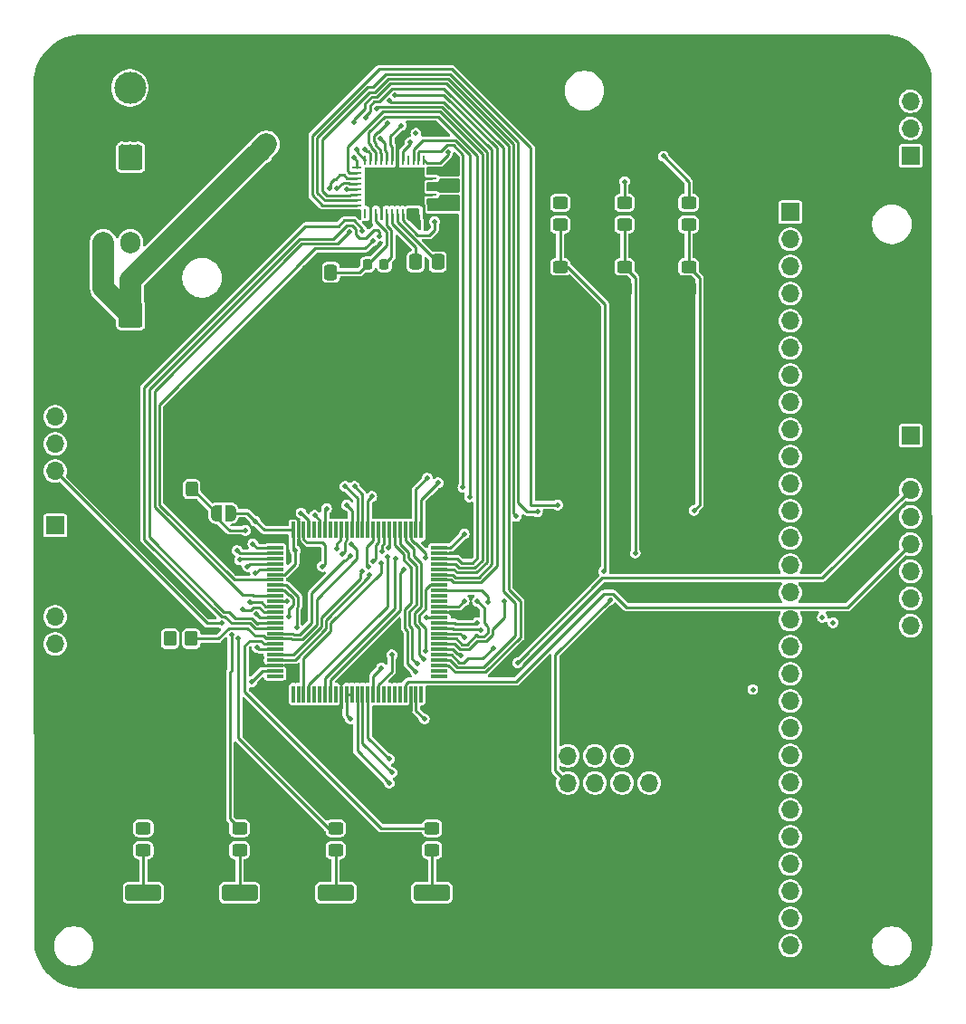
<source format=gbr>
%TF.GenerationSoftware,KiCad,Pcbnew,8.0.7*%
%TF.CreationDate,2025-04-02T17:47:29-05:00*%
%TF.ProjectId,FinalBoard,46696e61-6c42-46f6-9172-642e6b696361,rev?*%
%TF.SameCoordinates,Original*%
%TF.FileFunction,Copper,L1,Top*%
%TF.FilePolarity,Positive*%
%FSLAX46Y46*%
G04 Gerber Fmt 4.6, Leading zero omitted, Abs format (unit mm)*
G04 Created by KiCad (PCBNEW 8.0.7) date 2025-04-02 17:47:29*
%MOMM*%
%LPD*%
G01*
G04 APERTURE LIST*
G04 Aperture macros list*
%AMRoundRect*
0 Rectangle with rounded corners*
0 $1 Rounding radius*
0 $2 $3 $4 $5 $6 $7 $8 $9 X,Y pos of 4 corners*
0 Add a 4 corners polygon primitive as box body*
4,1,4,$2,$3,$4,$5,$6,$7,$8,$9,$2,$3,0*
0 Add four circle primitives for the rounded corners*
1,1,$1+$1,$2,$3*
1,1,$1+$1,$4,$5*
1,1,$1+$1,$6,$7*
1,1,$1+$1,$8,$9*
0 Add four rect primitives between the rounded corners*
20,1,$1+$1,$2,$3,$4,$5,0*
20,1,$1+$1,$4,$5,$6,$7,0*
20,1,$1+$1,$6,$7,$8,$9,0*
20,1,$1+$1,$8,$9,$2,$3,0*%
%AMFreePoly0*
4,1,19,0.500000,-0.750000,0.000000,-0.750000,0.000000,-0.744911,-0.071157,-0.744911,-0.207708,-0.704816,-0.327430,-0.627875,-0.420627,-0.520320,-0.479746,-0.390866,-0.500000,-0.250000,-0.500000,0.250000,-0.479746,0.390866,-0.420627,0.520320,-0.327430,0.627875,-0.207708,0.704816,-0.071157,0.744911,0.000000,0.744911,0.000000,0.750000,0.500000,0.750000,0.500000,-0.750000,0.500000,-0.750000,
$1*%
%AMFreePoly1*
4,1,19,0.000000,0.744911,0.071157,0.744911,0.207708,0.704816,0.327430,0.627875,0.420627,0.520320,0.479746,0.390866,0.500000,0.250000,0.500000,-0.250000,0.479746,-0.390866,0.420627,-0.520320,0.327430,-0.627875,0.207708,-0.704816,0.071157,-0.744911,0.000000,-0.744911,0.000000,-0.750000,-0.500000,-0.750000,-0.500000,0.750000,0.000000,0.750000,0.000000,0.744911,0.000000,0.744911,
$1*%
G04 Aperture macros list end*
%TA.AperFunction,SMDPad,CuDef*%
%ADD10RoundRect,0.075000X-0.725000X-0.075000X0.725000X-0.075000X0.725000X0.075000X-0.725000X0.075000X0*%
%TD*%
%TA.AperFunction,SMDPad,CuDef*%
%ADD11RoundRect,0.075000X-0.075000X-0.725000X0.075000X-0.725000X0.075000X0.725000X-0.075000X0.725000X0*%
%TD*%
%TA.AperFunction,ComponentPad*%
%ADD12O,1.905000X2.000000*%
%TD*%
%TA.AperFunction,ComponentPad*%
%ADD13R,1.905000X2.000000*%
%TD*%
%TA.AperFunction,SMDPad,CuDef*%
%ADD14R,0.242473X0.906066*%
%TD*%
%TA.AperFunction,SMDPad,CuDef*%
%ADD15R,0.906066X0.242473*%
%TD*%
%TA.AperFunction,SMDPad,CuDef*%
%ADD16R,0.906064X0.242472*%
%TD*%
%TA.AperFunction,SMDPad,CuDef*%
%ADD17R,5.600000X3.600000*%
%TD*%
%TA.AperFunction,SMDPad,CuDef*%
%ADD18RoundRect,0.250000X0.450000X-0.325000X0.450000X0.325000X-0.450000X0.325000X-0.450000X-0.325000X0*%
%TD*%
%TA.AperFunction,SMDPad,CuDef*%
%ADD19RoundRect,0.250000X-0.450000X0.325000X-0.450000X-0.325000X0.450000X-0.325000X0.450000X0.325000X0*%
%TD*%
%TA.AperFunction,SMDPad,CuDef*%
%ADD20RoundRect,0.250000X0.325000X0.450000X-0.325000X0.450000X-0.325000X-0.450000X0.325000X-0.450000X0*%
%TD*%
%TA.AperFunction,SMDPad,CuDef*%
%ADD21RoundRect,0.250000X0.350000X0.450000X-0.350000X0.450000X-0.350000X-0.450000X0.350000X-0.450000X0*%
%TD*%
%TA.AperFunction,SMDPad,CuDef*%
%ADD22RoundRect,0.218750X0.218750X0.256250X-0.218750X0.256250X-0.218750X-0.256250X0.218750X-0.256250X0*%
%TD*%
%TA.AperFunction,SMDPad,CuDef*%
%ADD23FreePoly0,0.000000*%
%TD*%
%TA.AperFunction,SMDPad,CuDef*%
%ADD24FreePoly1,0.000000*%
%TD*%
%TA.AperFunction,ComponentPad*%
%ADD25R,1.700000X1.700000*%
%TD*%
%TA.AperFunction,ComponentPad*%
%ADD26O,1.700000X1.700000*%
%TD*%
%TA.AperFunction,ComponentPad*%
%ADD27C,3.000000*%
%TD*%
%TA.AperFunction,ComponentPad*%
%ADD28RoundRect,0.750000X-0.750000X-0.750000X0.750000X-0.750000X0.750000X0.750000X-0.750000X0.750000X0*%
%TD*%
%TA.AperFunction,SMDPad,CuDef*%
%ADD29RoundRect,0.249999X1.425001X-0.512501X1.425001X0.512501X-1.425001X0.512501X-1.425001X-0.512501X0*%
%TD*%
%TA.AperFunction,SMDPad,CuDef*%
%ADD30RoundRect,0.250000X0.875000X0.925000X-0.875000X0.925000X-0.875000X-0.925000X0.875000X-0.925000X0*%
%TD*%
%TA.AperFunction,SMDPad,CuDef*%
%ADD31RoundRect,0.250000X-0.337500X-0.475000X0.337500X-0.475000X0.337500X0.475000X-0.337500X0.475000X0*%
%TD*%
%TA.AperFunction,ViaPad*%
%ADD32C,0.500000*%
%TD*%
%TA.AperFunction,Conductor*%
%ADD33C,0.250000*%
%TD*%
%TA.AperFunction,Conductor*%
%ADD34C,2.000000*%
%TD*%
G04 APERTURE END LIST*
D10*
%TO.P,U5,1,PE2*%
%TO.N,Net-(J7-Pin_18)*%
X138075000Y-98500000D03*
%TO.P,U5,2,PE3*%
%TO.N,Net-(J7-Pin_28)*%
X138075000Y-99000000D03*
%TO.P,U5,3,PE4*%
%TO.N,Net-(J7-Pin_27)*%
X138075000Y-99500000D03*
%TO.P,U5,4,PE5*%
%TO.N,Net-(J7-Pin_26)*%
X138075000Y-100000000D03*
%TO.P,U5,5,PE6*%
%TO.N,Net-(J7-Pin_25)*%
X138075000Y-100500000D03*
%TO.P,U5,6,VBAT*%
%TO.N,+3V3*%
X138075000Y-101000000D03*
%TO.P,U5,7,PC13*%
%TO.N,/INLA*%
X138075000Y-101500000D03*
%TO.P,U5,8,PC14*%
%TO.N,/NRF_CSN*%
X138075000Y-102000000D03*
%TO.P,U5,9,PC15*%
%TO.N,/ENC_VDD{slash}CSN*%
X138075000Y-102500000D03*
%TO.P,U5,10,PF9*%
%TO.N,/SCLK*%
X138075000Y-103000000D03*
%TO.P,U5,11,PF10*%
%TO.N,Net-(J7-Pin_21)*%
X138075000Y-103500000D03*
%TO.P,U5,12,PF0*%
%TO.N,Net-(U5-PF0)*%
X138075000Y-104000000D03*
%TO.P,U5,13,PF1*%
%TO.N,Net-(U5-PF1)*%
X138075000Y-104500000D03*
%TO.P,U5,14,PG10*%
%TO.N,/NRST*%
X138075000Y-105000000D03*
%TO.P,U5,15,PC0*%
%TO.N,/DRVOFF*%
X138075000Y-105500000D03*
%TO.P,U5,16,PC1*%
%TO.N,/SCS_N*%
X138075000Y-106000000D03*
%TO.P,U5,17,PC2*%
%TO.N,/SLEEP_N*%
X138075000Y-106500000D03*
%TO.P,U5,18,PC3*%
%TO.N,/FAULT_N*%
X138075000Y-107000000D03*
%TO.P,U5,19,PF2*%
%TO.N,Net-(U5-PF2)*%
X138075000Y-107500000D03*
%TO.P,U5,20,PA0*%
%TO.N,/ENC_U*%
X138075000Y-108000000D03*
%TO.P,U5,21,PA1*%
%TO.N,/SOA*%
X138075000Y-108500000D03*
%TO.P,U5,22,PA2*%
%TO.N,/VSEN_A*%
X138075000Y-109000000D03*
%TO.P,U5,23,VSS*%
%TO.N,-BATT*%
X138075000Y-109500000D03*
%TO.P,U5,24,VDD*%
%TO.N,+3V3*%
X138075000Y-110000000D03*
%TO.P,U5,25,PA3*%
%TO.N,unconnected-(U5-PA3-Pad25)*%
X138075000Y-110500000D03*
D11*
%TO.P,U5,26,PA4*%
%TO.N,unconnected-(U5-PA4-Pad26)*%
X139750000Y-112175000D03*
%TO.P,U5,27,PA5*%
%TO.N,unconnected-(U5-PA5-Pad27)*%
X140250000Y-112175000D03*
%TO.P,U5,28,PA6*%
%TO.N,/VSEN_B*%
X140750000Y-112175000D03*
%TO.P,U5,29,PA7*%
%TO.N,/SOB*%
X141250000Y-112175000D03*
%TO.P,U5,30,PC4*%
%TO.N,unconnected-(U5-PC4-Pad30)*%
X141750000Y-112175000D03*
%TO.P,U5,31,PC5*%
%TO.N,unconnected-(U5-PC5-Pad31)*%
X142250000Y-112175000D03*
%TO.P,U5,32,PB0*%
%TO.N,/SOC*%
X142750000Y-112175000D03*
%TO.P,U5,33,PB1*%
%TO.N,/VSEN_C*%
X143250000Y-112175000D03*
%TO.P,U5,34,PB2*%
%TO.N,unconnected-(U5-PB2-Pad34)*%
X143750000Y-112175000D03*
%TO.P,U5,35,VSSA*%
%TO.N,-BATT*%
X144250000Y-112175000D03*
%TO.P,U5,36,VREF+*%
%TO.N,+3V3*%
X144750000Y-112175000D03*
%TO.P,U5,37,VDDA*%
X145250000Y-112175000D03*
%TO.P,U5,38,PE7*%
%TO.N,Net-(J7-Pin_24)*%
X145750000Y-112175000D03*
%TO.P,U5,39,PE8*%
%TO.N,Net-(J7-Pin_23)*%
X146250000Y-112175000D03*
%TO.P,U5,40,PE9*%
%TO.N,Net-(J7-Pin_22)*%
X146750000Y-112175000D03*
%TO.P,U5,41,PE10*%
%TO.N,Net-(J7-Pin_17)*%
X147250000Y-112175000D03*
%TO.P,U5,42,PE11*%
%TO.N,/C_16*%
X147750000Y-112175000D03*
%TO.P,U5,43,PE12*%
%TO.N,unconnected-(U5-PE12-Pad43)*%
X148250000Y-112175000D03*
%TO.P,U5,44,PE13*%
%TO.N,unconnected-(U5-PE13-Pad44)*%
X148750000Y-112175000D03*
%TO.P,U5,45,PE14*%
%TO.N,unconnected-(U5-PE14-Pad45)*%
X149250000Y-112175000D03*
%TO.P,U5,46,PE15*%
%TO.N,unconnected-(U5-PE15-Pad46)*%
X149750000Y-112175000D03*
%TO.P,U5,47,PB10*%
%TO.N,/ENC_W*%
X150250000Y-112175000D03*
%TO.P,U5,48,VSS*%
%TO.N,-BATT*%
X150750000Y-112175000D03*
%TO.P,U5,49,VDD*%
%TO.N,+3V3*%
X151250000Y-112175000D03*
%TO.P,U5,50,PB11*%
%TO.N,unconnected-(U5-PB11-Pad50)*%
X151750000Y-112175000D03*
D10*
%TO.P,U5,51,PB12*%
%TO.N,unconnected-(U5-PB12-Pad51)*%
X153425000Y-110500000D03*
%TO.P,U5,52,PB13*%
%TO.N,unconnected-(U5-PB13-Pad52)*%
X153425000Y-110000000D03*
%TO.P,U5,53,PB14*%
%TO.N,/SDO*%
X153425000Y-109500000D03*
%TO.P,U5,54,PB15*%
%TO.N,/INLC*%
X153425000Y-109000000D03*
%TO.P,U5,55,PD8*%
%TO.N,Net-(J7-Pin_8)*%
X153425000Y-108500000D03*
%TO.P,U5,56,PD9*%
%TO.N,Net-(J7-Pin_7)*%
X153425000Y-108000000D03*
%TO.P,U5,57,PD10*%
%TO.N,Net-(J7-Pin_6)*%
X153425000Y-107500000D03*
%TO.P,U5,58,PD11*%
%TO.N,Net-(J7-Pin_5)*%
X153425000Y-107000000D03*
%TO.P,U5,59,PD12*%
%TO.N,Net-(J7-Pin_4)*%
X153425000Y-106500000D03*
%TO.P,U5,60,PD13*%
%TO.N,Net-(J7-Pin_3)*%
X153425000Y-106000000D03*
%TO.P,U5,61,PD14*%
%TO.N,Net-(J7-Pin_2)*%
X153425000Y-105500000D03*
%TO.P,U5,62,PD15*%
%TO.N,Net-(J7-Pin_1)*%
X153425000Y-105000000D03*
%TO.P,U5,63,VSS*%
%TO.N,-BATT*%
X153425000Y-104500000D03*
%TO.P,U5,64,VDD*%
%TO.N,+3V3*%
X153425000Y-104000000D03*
%TO.P,U5,65,PC6*%
%TO.N,unconnected-(U5-PC6-Pad65)*%
X153425000Y-103500000D03*
%TO.P,U5,66,PC7*%
%TO.N,unconnected-(U5-PC7-Pad66)*%
X153425000Y-103000000D03*
%TO.P,U5,67,PC8*%
%TO.N,/NRF_IRQ*%
X153425000Y-102500000D03*
%TO.P,U5,68,PC9*%
%TO.N,/NRF_CE*%
X153425000Y-102000000D03*
%TO.P,U5,69,PA8*%
%TO.N,/INHA*%
X153425000Y-101500000D03*
%TO.P,U5,70,PA9*%
%TO.N,/INHB*%
X153425000Y-101000000D03*
%TO.P,U5,71,PA10*%
%TO.N,/INHC*%
X153425000Y-100500000D03*
%TO.P,U5,72,PA11*%
%TO.N,/SDI*%
X153425000Y-100000000D03*
%TO.P,U5,73,PA12*%
%TO.N,/INLB*%
X153425000Y-99500000D03*
%TO.P,U5,74,VSS*%
%TO.N,-BATT*%
X153425000Y-99000000D03*
%TO.P,U5,75,VDD*%
%TO.N,+3V3*%
X153425000Y-98500000D03*
D11*
%TO.P,U5,76,PA13*%
%TO.N,/SWDIO*%
X151750000Y-96825000D03*
%TO.P,U5,77,PA14*%
%TO.N,/SWCLK*%
X151250000Y-96825000D03*
%TO.P,U5,78,PA15*%
%TO.N,/ENC_SCL{slash}CLK*%
X150750000Y-96825000D03*
%TO.P,U5,79,PC10*%
%TO.N,/NRF_SCK*%
X150250000Y-96825000D03*
%TO.P,U5,80,PC11*%
%TO.N,/NRF_MISO*%
X149750000Y-96825000D03*
%TO.P,U5,81,PC12*%
%TO.N,/NRF_MOSI*%
X149250000Y-96825000D03*
%TO.P,U5,82,PD0*%
%TO.N,/C_15*%
X148750000Y-96825000D03*
%TO.P,U5,83,PD1*%
%TO.N,/C_14*%
X148250000Y-96825000D03*
%TO.P,U5,84,PD2*%
%TO.N,Net-(J7-Pin_13)*%
X147750000Y-96825000D03*
%TO.P,U5,85,PD3*%
%TO.N,Net-(J7-Pin_12)*%
X147250000Y-96825000D03*
%TO.P,U5,86,PD4*%
%TO.N,/ENC_V*%
X146750000Y-96825000D03*
%TO.P,U5,87,PD5*%
%TO.N,Net-(J7-Pin_11)*%
X146250000Y-96825000D03*
%TO.P,U5,88,PD6*%
%TO.N,Net-(J7-Pin_10)*%
X145750000Y-96825000D03*
%TO.P,U5,89,PD7*%
%TO.N,Net-(J7-Pin_9)*%
X145250000Y-96825000D03*
%TO.P,U5,90,PB3*%
%TO.N,/UART_TX*%
X144750000Y-96825000D03*
%TO.P,U5,91,PB4*%
%TO.N,/UART_RX*%
X144250000Y-96825000D03*
%TO.P,U5,92,PB5*%
%TO.N,unconnected-(U5-PB5-Pad92)*%
X143750000Y-96825000D03*
%TO.P,U5,93,PB6*%
%TO.N,unconnected-(U5-PB6-Pad93)*%
X143250000Y-96825000D03*
%TO.P,U5,94,PB7*%
%TO.N,/ENC_SDA{slash}DO*%
X142750000Y-96825000D03*
%TO.P,U5,95,PB8*%
%TO.N,/BOOT*%
X142250000Y-96825000D03*
%TO.P,U5,96,PB9*%
%TO.N,unconnected-(U5-PB9-Pad96)*%
X141750000Y-96825000D03*
%TO.P,U5,97,PE0*%
%TO.N,Net-(J7-Pin_20)*%
X141250000Y-96825000D03*
%TO.P,U5,98,PE1*%
%TO.N,Net-(J7-Pin_19)*%
X140750000Y-96825000D03*
%TO.P,U5,99,VSS*%
%TO.N,-BATT*%
X140250000Y-96825000D03*
%TO.P,U5,100,VDD*%
%TO.N,+3V3*%
X139750000Y-96825000D03*
%TD*%
D12*
%TO.P,U4,3,VI*%
%TO.N,+BATT*%
X124540000Y-69945000D03*
%TO.P,U4,2,VO*%
%TO.N,+3V3*%
X122000000Y-69945000D03*
D13*
%TO.P,U4,1,GND*%
%TO.N,-BATT*%
X119460000Y-69945000D03*
%TD*%
D14*
%TO.P,U1,1,NC*%
%TO.N,unconnected-(U1-NC-Pad1)*%
X146500000Y-67228033D03*
%TO.P,U1,2,AGND*%
%TO.N,-BATT*%
X146999999Y-67228033D03*
%TO.P,U1,3,FB_BK*%
%TO.N,/Buck_Out*%
X147500001Y-67228033D03*
%TO.P,U1,4,GND_BK*%
%TO.N,-BATT*%
X148000000Y-67228033D03*
%TO.P,U1,5,SW_BK*%
%TO.N,Net-(U1-SW_BK)*%
X148499999Y-67228033D03*
%TO.P,U1,6,CPL*%
%TO.N,Net-(U1-CPL)*%
X149000000Y-67228033D03*
%TO.P,U1,7,CPH*%
%TO.N,Net-(U1-CPH)*%
X149500000Y-67228033D03*
%TO.P,U1,8,CP*%
%TO.N,Net-(U1-CP)*%
X150000001Y-67228033D03*
%TO.P,U1,9,VM*%
%TO.N,+BATT*%
X150500000Y-67228033D03*
%TO.P,U1,10,VM*%
X150999999Y-67228033D03*
%TO.P,U1,11,VM*%
X151500001Y-67228033D03*
%TO.P,U1,12,PGND*%
%TO.N,-BATT*%
X152000000Y-67228033D03*
D15*
%TO.P,U1,13,OUTA*%
%TO.N,/OUTA*%
X152753033Y-66474999D03*
%TO.P,U1,14,OUTA*%
X152753033Y-65975000D03*
%TO.P,U1,15,PGND*%
%TO.N,-BATT*%
X152753033Y-65475001D03*
%TO.P,U1,16,OUTB*%
%TO.N,/OUTB*%
X152753033Y-64975000D03*
%TO.P,U1,17,OUTB*%
X152753033Y-64475000D03*
%TO.P,U1,18,PGND*%
%TO.N,-BATT*%
X152753033Y-63974999D03*
%TO.P,U1,19,OUTC*%
%TO.N,/OUTC*%
X152753033Y-63475000D03*
%TO.P,U1,20,OUTC*%
X152753033Y-62975001D03*
D14*
%TO.P,U1,21,DRVOFF*%
%TO.N,/DRVOFF*%
X152000000Y-62221967D03*
%TO.P,U1,22,FAULT_N*%
%TO.N,/FAULT_N*%
X151500001Y-62221967D03*
%TO.P,U1,23,SLEEP_N*%
%TO.N,/SLEEP_N*%
X150999999Y-62221967D03*
%TO.P,U1,24,NC*%
%TO.N,unconnected-(U1-NC-Pad24)*%
X150500000Y-62221967D03*
%TO.P,U1,25,AVDD*%
%TO.N,+3V3*%
X150000001Y-62221967D03*
%TO.P,U1,26,AGND*%
%TO.N,-BATT*%
X149500000Y-62221967D03*
%TO.P,U1,27,INHA*%
%TO.N,/INHA*%
X149000000Y-62221967D03*
%TO.P,U1,28,INLA*%
%TO.N,/INLA*%
X148499999Y-62221967D03*
%TO.P,U1,29,INHB*%
%TO.N,/INHB*%
X148000000Y-62221967D03*
%TO.P,U1,30,INLB*%
%TO.N,/INLB*%
X147500001Y-62221967D03*
%TO.P,U1,31,INHC*%
%TO.N,/INHC*%
X146999999Y-62221967D03*
%TO.P,U1,32,INLC*%
%TO.N,/INLC*%
X146500000Y-62221967D03*
D15*
%TO.P,U1,33,SDO*%
%TO.N,/SDO*%
X145746967Y-62975001D03*
%TO.P,U1,34,SDI*%
%TO.N,/SDI*%
X145746967Y-63475000D03*
%TO.P,U1,35,SCLK*%
%TO.N,/SCLK*%
X145746967Y-63974999D03*
%TO.P,U1,36,SCS_N*%
%TO.N,/SCS_N*%
X145746967Y-64475000D03*
%TO.P,U1,37,VREF_ILIM*%
%TO.N,Net-(U1-VREF_ILIM)*%
X145746967Y-64975000D03*
%TO.P,U1,38,SOC*%
%TO.N,/SOC*%
X145746967Y-65475001D03*
%TO.P,U1,39,SOB*%
%TO.N,/SOB*%
X145746967Y-65975000D03*
D16*
%TO.P,U1,40,SOA*%
%TO.N,/SOA*%
X145746968Y-66474999D03*
D17*
%TO.P,U1,41,Thermal_Pad*%
%TO.N,-BATT*%
X149250000Y-64725000D03*
%TD*%
D18*
%TO.P,R12,1*%
%TO.N,-BATT*%
X176750000Y-74275000D03*
%TO.P,R12,2*%
%TO.N,/VSEN_C*%
X176750000Y-72225000D03*
%TD*%
D19*
%TO.P,R11,1*%
%TO.N,/OUTC*%
X176750000Y-66225000D03*
%TO.P,R11,2*%
%TO.N,/VSEN_C*%
X176750000Y-68275000D03*
%TD*%
D18*
%TO.P,R10,1*%
%TO.N,-BATT*%
X170750000Y-74275000D03*
%TO.P,R10,2*%
%TO.N,/VSEN_B*%
X170750000Y-72225000D03*
%TD*%
D19*
%TO.P,R9,1*%
%TO.N,/OUTB*%
X170750000Y-66225000D03*
%TO.P,R9,2*%
%TO.N,/VSEN_B*%
X170750000Y-68275000D03*
%TD*%
D18*
%TO.P,R8,1*%
%TO.N,-BATT*%
X164750000Y-74275000D03*
%TO.P,R8,2*%
%TO.N,/VSEN_A*%
X164750000Y-72225000D03*
%TD*%
D19*
%TO.P,R7,1*%
%TO.N,/OUTA*%
X164750000Y-66225000D03*
%TO.P,R7,2*%
%TO.N,/VSEN_A*%
X164750000Y-68275000D03*
%TD*%
%TO.P,R6,1*%
%TO.N,Net-(U5-PF2)*%
X152750000Y-124725000D03*
%TO.P,R6,2*%
%TO.N,Net-(D4-A)*%
X152750000Y-126775000D03*
%TD*%
%TO.P,R5,1*%
%TO.N,Net-(U5-PF1)*%
X143750000Y-124725000D03*
%TO.P,R5,2*%
%TO.N,Net-(D3-A)*%
X143750000Y-126775000D03*
%TD*%
%TO.P,R4,1*%
%TO.N,Net-(U5-PF0)*%
X134750000Y-124725000D03*
%TO.P,R4,2*%
%TO.N,Net-(D2-A)*%
X134750000Y-126775000D03*
%TD*%
%TO.P,R3,1*%
%TO.N,+3V3*%
X125750000Y-124725000D03*
%TO.P,R3,2*%
%TO.N,Net-(D1-A)*%
X125750000Y-126775000D03*
%TD*%
D20*
%TO.P,R2,1*%
%TO.N,/BOOT*%
X130275000Y-93000000D03*
%TO.P,R2,2*%
%TO.N,-BATT*%
X128225000Y-93000000D03*
%TD*%
D21*
%TO.P,R1,1*%
%TO.N,/FAULT_N*%
X130250000Y-107000000D03*
%TO.P,R1,2*%
%TO.N,+3V3*%
X128250000Y-107000000D03*
%TD*%
D22*
%TO.P,L1,1,1*%
%TO.N,Net-(U1-SW_BK)*%
X148287500Y-72000000D03*
%TO.P,L1,2,2*%
%TO.N,/Buck_Out*%
X146712500Y-72000000D03*
%TD*%
D23*
%TO.P,BOOT,1,A*%
%TO.N,/BOOT*%
X132600000Y-95250000D03*
D24*
%TO.P,BOOT,2,B*%
%TO.N,+3V3*%
X133900000Y-95250000D03*
%TD*%
D25*
%TO.P,J7,1,Pin_1*%
%TO.N,Net-(J7-Pin_1)*%
X186250000Y-67120000D03*
D26*
%TO.P,J7,2,Pin_2*%
%TO.N,Net-(J7-Pin_2)*%
X186250000Y-69660000D03*
%TO.P,J7,3,Pin_3*%
%TO.N,Net-(J7-Pin_3)*%
X186250000Y-72200000D03*
%TO.P,J7,4,Pin_4*%
%TO.N,Net-(J7-Pin_4)*%
X186250000Y-74740000D03*
%TO.P,J7,5,Pin_5*%
%TO.N,Net-(J7-Pin_5)*%
X186250000Y-77280000D03*
%TO.P,J7,6,Pin_6*%
%TO.N,Net-(J7-Pin_6)*%
X186250000Y-79820000D03*
%TO.P,J7,7,Pin_7*%
%TO.N,Net-(J7-Pin_7)*%
X186250000Y-82360000D03*
%TO.P,J7,8,Pin_8*%
%TO.N,Net-(J7-Pin_8)*%
X186250000Y-84900000D03*
%TO.P,J7,9,Pin_9*%
%TO.N,Net-(J7-Pin_9)*%
X186250000Y-87440000D03*
%TO.P,J7,10,Pin_10*%
%TO.N,Net-(J7-Pin_10)*%
X186250000Y-89980000D03*
%TO.P,J7,11,Pin_11*%
%TO.N,Net-(J7-Pin_11)*%
X186250000Y-92520000D03*
%TO.P,J7,12,Pin_12*%
%TO.N,Net-(J7-Pin_12)*%
X186250000Y-95060000D03*
%TO.P,J7,13,Pin_13*%
%TO.N,Net-(J7-Pin_13)*%
X186250000Y-97600000D03*
%TO.P,J7,14,Pin_14*%
%TO.N,/C_14*%
X186250000Y-100140000D03*
%TO.P,J7,15,Pin_15*%
%TO.N,/C_15*%
X186250000Y-102680000D03*
%TO.P,J7,16,Pin_16*%
%TO.N,/C_16*%
X186250000Y-105220000D03*
%TO.P,J7,17,Pin_17*%
%TO.N,Net-(J7-Pin_17)*%
X186250000Y-107760000D03*
%TO.P,J7,18,Pin_18*%
%TO.N,Net-(J7-Pin_18)*%
X186250000Y-110300000D03*
%TO.P,J7,19,Pin_19*%
%TO.N,Net-(J7-Pin_19)*%
X186250000Y-112840000D03*
%TO.P,J7,20,Pin_20*%
%TO.N,Net-(J7-Pin_20)*%
X186250000Y-115380000D03*
%TO.P,J7,21,Pin_21*%
%TO.N,Net-(J7-Pin_21)*%
X186250000Y-117920000D03*
%TO.P,J7,22,Pin_22*%
%TO.N,Net-(J7-Pin_22)*%
X186250000Y-120460000D03*
%TO.P,J7,23,Pin_23*%
%TO.N,Net-(J7-Pin_23)*%
X186250000Y-123000000D03*
%TO.P,J7,24,Pin_24*%
%TO.N,Net-(J7-Pin_24)*%
X186250000Y-125540000D03*
%TO.P,J7,25,Pin_25*%
%TO.N,Net-(J7-Pin_25)*%
X186250000Y-128080000D03*
%TO.P,J7,26,Pin_26*%
%TO.N,Net-(J7-Pin_26)*%
X186250000Y-130620000D03*
%TO.P,J7,27,Pin_27*%
%TO.N,Net-(J7-Pin_27)*%
X186250000Y-133160000D03*
%TO.P,J7,28,Pin_28*%
%TO.N,Net-(J7-Pin_28)*%
X186250000Y-135700000D03*
%TD*%
%TO.P,J6,3,Pin_3*%
%TO.N,/UART_TX*%
X117500000Y-104955000D03*
%TO.P,J6,2,Pin_2*%
%TO.N,/UART_RX*%
X117500000Y-107495000D03*
D25*
%TO.P,J6,1,Pin_1*%
%TO.N,-BATT*%
X117500000Y-110035000D03*
%TD*%
D26*
%TO.P,J5,5,Pin_5*%
%TO.N,/SWCLK*%
X117500000Y-86250000D03*
%TO.P,J5,4,Pin_4*%
%TO.N,/SWDIO*%
X117500000Y-88790000D03*
%TO.P,J5,3,Pin_3*%
%TO.N,/NRST*%
X117500000Y-91330000D03*
%TO.P,J5,2,Pin_2*%
%TO.N,-BATT*%
X117500000Y-93870000D03*
D25*
%TO.P,J5,1,Pin_1*%
%TO.N,+3V3*%
X117500000Y-96410000D03*
%TD*%
%TO.P,J4,1,Pin_1*%
%TO.N,+3V3*%
X197500000Y-88000000D03*
D26*
%TO.P,J4,2,Pin_2*%
%TO.N,-BATT*%
X197500000Y-90540000D03*
%TO.P,J4,3,Pin_3*%
%TO.N,/ENC_U*%
X197500000Y-93080000D03*
%TO.P,J4,4,Pin_4*%
%TO.N,/ENC_V*%
X197500000Y-95620000D03*
%TO.P,J4,5,Pin_5*%
%TO.N,/ENC_W*%
X197500000Y-98160000D03*
%TO.P,J4,6,Pin_6*%
%TO.N,/ENC_SDA{slash}DO*%
X197500000Y-100700000D03*
%TO.P,J4,7,Pin_7*%
%TO.N,/ENC_SCL{slash}CLK*%
X197500000Y-103240000D03*
%TO.P,J4,8,Pin_8*%
%TO.N,/ENC_VDD{slash}CSN*%
X197500000Y-105780000D03*
%TD*%
D25*
%TO.P,J3,1,Pin_1*%
%TO.N,/OUTA*%
X197500000Y-61830000D03*
D26*
%TO.P,J3,2,Pin_2*%
%TO.N,/OUTB*%
X197500000Y-59290000D03*
%TO.P,J3,3,Pin_3*%
%TO.N,/OUTC*%
X197500000Y-56750000D03*
%TD*%
D25*
%TO.P,J2,1,Pin_1*%
%TO.N,-BATT*%
X173080000Y-117960000D03*
D26*
%TO.P,J2,2,Pin_2*%
%TO.N,+3V3*%
X173080000Y-120500000D03*
%TO.P,J2,3,Pin_3*%
%TO.N,/NRF_CE*%
X170540000Y-117960000D03*
%TO.P,J2,4,Pin_4*%
%TO.N,/NRF_CSN*%
X170540000Y-120500000D03*
%TO.P,J2,5,Pin_5*%
%TO.N,/NRF_SCK*%
X168000000Y-117960000D03*
%TO.P,J2,6,Pin_6*%
%TO.N,/NRF_MOSI*%
X168000000Y-120500000D03*
%TO.P,J2,7,Pin_7*%
%TO.N,/NRF_MISO*%
X165460000Y-117960000D03*
%TO.P,J2,8,Pin_8*%
%TO.N,/NRF_IRQ*%
X165460000Y-120500000D03*
%TD*%
D27*
%TO.P,J1,2,Pin_2*%
%TO.N,+BATT*%
X124500000Y-55500000D03*
D28*
%TO.P,J1,1,Pin_1*%
%TO.N,-BATT*%
X119500000Y-55500000D03*
%TD*%
D29*
%TO.P,D4,1,K*%
%TO.N,-BATT*%
X152740000Y-136737500D03*
%TO.P,D4,2,A*%
%TO.N,Net-(D4-A)*%
X152740000Y-130762500D03*
%TD*%
%TO.P,D3,1,K*%
%TO.N,-BATT*%
X143750000Y-136737500D03*
%TO.P,D3,2,A*%
%TO.N,Net-(D3-A)*%
X143750000Y-130762500D03*
%TD*%
%TO.P,D2,1,K*%
%TO.N,-BATT*%
X134750000Y-136737500D03*
%TO.P,D2,2,A*%
%TO.N,Net-(D2-A)*%
X134750000Y-130762500D03*
%TD*%
%TO.P,D1,1,K*%
%TO.N,-BATT*%
X125750000Y-136737500D03*
%TO.P,D1,2,A*%
%TO.N,Net-(D1-A)*%
X125750000Y-130762500D03*
%TD*%
D30*
%TO.P,C11,2*%
%TO.N,-BATT*%
X119450000Y-76750000D03*
%TO.P,C11,1*%
%TO.N,+3V3*%
X124550000Y-76750000D03*
%TD*%
%TO.P,C10,2*%
%TO.N,-BATT*%
X119450000Y-62000000D03*
%TO.P,C10,1*%
%TO.N,+BATT*%
X124550000Y-62000000D03*
%TD*%
D31*
%TO.P,C7,1*%
%TO.N,-BATT*%
X141212500Y-72750000D03*
%TO.P,C7,2*%
%TO.N,/Buck_Out*%
X143287500Y-72750000D03*
%TD*%
%TO.P,C5,1*%
%TO.N,Net-(U1-CPL)*%
X151212500Y-71750000D03*
%TO.P,C5,2*%
%TO.N,Net-(U1-CPH)*%
X153287500Y-71750000D03*
%TD*%
D32*
%TO.N,/BOOT*%
X135304987Y-96881883D03*
X141771382Y-95478618D03*
%TO.N,+BATT*%
X151500000Y-68250000D03*
X150643135Y-67663674D03*
X151248268Y-67678818D03*
X151250000Y-67057600D03*
X150633521Y-67057600D03*
%TO.N,-BATT*%
X151750000Y-64000000D03*
X151750000Y-63250000D03*
X151000000Y-63250000D03*
X150250000Y-63250000D03*
X150250000Y-65500000D03*
X148750000Y-65500000D03*
X149500000Y-65500000D03*
X148750000Y-64750000D03*
X149500000Y-64750000D03*
X150250000Y-64750000D03*
X151000000Y-64000000D03*
X150250000Y-64000000D03*
X149500000Y-64000000D03*
X148750000Y-64000000D03*
%TO.N,Net-(J7-Pin_1)*%
X152250000Y-105000000D03*
%TO.N,Net-(J7-Pin_2)*%
X157000000Y-105500000D03*
%TO.N,-BATT*%
X155211099Y-105000012D03*
%TO.N,Net-(J7-Pin_3)*%
X157335412Y-106170823D03*
%TO.N,Net-(J7-Pin_4)*%
X155769730Y-106903614D03*
X182750000Y-111750000D03*
%TO.N,Net-(J7-Pin_5)*%
X157000000Y-103500000D03*
X190250000Y-105500000D03*
%TO.N,Net-(J7-Pin_6)*%
X159488842Y-103490878D03*
X189250000Y-105000000D03*
%TO.N,Net-(J7-Pin_7)*%
X155468870Y-108561522D03*
%TO.N,Net-(J7-Pin_8)*%
X158472155Y-107874380D03*
%TO.N,Net-(J7-Pin_10)*%
X144625000Y-92750000D03*
%TO.N,Net-(J7-Pin_11)*%
X145500000Y-92750000D03*
%TO.N,Net-(J7-Pin_12)*%
X146775000Y-100264175D03*
%TO.N,Net-(J7-Pin_13)*%
X147250000Y-99750000D03*
%TO.N,/C_14*%
X148107158Y-98868411D03*
%TO.N,/C_15*%
X148696360Y-98490466D03*
%TO.N,/C_16*%
X149000000Y-108500000D03*
%TO.N,Net-(J7-Pin_17)*%
X148031232Y-109718769D03*
%TO.N,Net-(J7-Pin_18)*%
X136000000Y-98125000D03*
%TO.N,Net-(J7-Pin_19)*%
X142500000Y-100250000D03*
%TO.N,/NRF_IRQ*%
X157943759Y-103534961D03*
X169375000Y-103375000D03*
%TO.N,Net-(J7-Pin_20)*%
X140500000Y-95250000D03*
%TO.N,Net-(J7-Pin_21)*%
X139148124Y-103530290D03*
%TO.N,Net-(J7-Pin_22)*%
X148750000Y-118250000D03*
%TO.N,Net-(J7-Pin_23)*%
X149000000Y-119500000D03*
%TO.N,Net-(J7-Pin_24)*%
X148750000Y-120500000D03*
%TO.N,Net-(J7-Pin_25)*%
X136250000Y-100875000D03*
%TO.N,Net-(J7-Pin_26)*%
X135500000Y-100250000D03*
%TO.N,Net-(J7-Pin_27)*%
X134750000Y-99625000D03*
%TO.N,Net-(J7-Pin_28)*%
X134500000Y-98750000D03*
%TO.N,Net-(U5-PF1)*%
X135000000Y-104250000D03*
X134627566Y-106943415D03*
%TO.N,Net-(U5-PF0)*%
X135716453Y-103537875D03*
X133992609Y-106626493D03*
%TO.N,+3V3*%
X125750000Y-124725000D03*
X128250000Y-106750000D03*
%TO.N,/OUTC*%
X174375000Y-61875000D03*
%TO.N,/OUTB*%
X170750000Y-64250000D03*
%TO.N,/OUTA*%
X164750000Y-66450000D03*
%TO.N,/OUTC*%
X154707172Y-62465528D03*
X153000000Y-63250000D03*
X155000000Y-63250000D03*
X154309018Y-63220491D03*
%TO.N,/OUTB*%
X155000000Y-64750000D03*
X154250000Y-64750000D03*
X153500000Y-64750000D03*
X152750000Y-64750000D03*
%TO.N,/OUTA*%
X155000000Y-66250000D03*
X154250000Y-66250000D03*
X153500000Y-66250000D03*
X152750000Y-66250000D03*
%TO.N,-BATT*%
X141500000Y-73250000D03*
X140750000Y-73250000D03*
%TO.N,+3V3*%
X151250000Y-59750000D03*
X136000000Y-62000000D03*
X137250000Y-62000000D03*
X136000000Y-61000000D03*
X137750000Y-60250000D03*
X136750000Y-60250000D03*
X137750000Y-61250000D03*
X136625000Y-61375000D03*
X137250000Y-60750000D03*
%TO.N,-BATT*%
X141000000Y-67287500D03*
%TO.N,/DRVOFF*%
X154286031Y-61522713D03*
X147782640Y-69335030D03*
%TO.N,Net-(U1-CP)*%
X153000000Y-68000000D03*
%TO.N,Net-(U1-VREF_ILIM)*%
X144750000Y-65000000D03*
%TO.N,/ENC_U*%
X160750000Y-109250000D03*
X136411676Y-107825000D03*
%TO.N,/ENC_VDD{slash}CSN*%
X139361083Y-104934321D03*
%TO.N,/NRST*%
X133125000Y-105558631D03*
X136332468Y-104675792D03*
%TO.N,/NRF_CSN*%
X140091909Y-105975793D03*
%TO.N,/NRF_CE*%
X152136891Y-108175000D03*
%TO.N,/NRF_SCK*%
X151963192Y-108904611D03*
%TO.N,/NRF_MISO*%
X151361943Y-109352945D03*
%TO.N,/NRF_MOSI*%
X151234089Y-110091970D03*
%TO.N,-BATT*%
X142000000Y-98750000D03*
%TO.N,+3V3*%
X139962500Y-98750000D03*
%TO.N,/INLA*%
X147925000Y-60250000D03*
%TO.N,/INHA*%
X149875000Y-59000000D03*
%TO.N,/INLA*%
X147202076Y-69795412D03*
%TO.N,/SCLK*%
X143130487Y-64925000D03*
X145000000Y-68950000D03*
%TO.N,/SCS_N*%
X143865674Y-64925000D03*
X146243327Y-68900023D03*
%TO.N,/SLEEP_N*%
X145077552Y-99268146D03*
X156250000Y-93750000D03*
%TO.N,/FAULT_N*%
X155644103Y-92846655D03*
X145197812Y-98168304D03*
%TO.N,/SOA*%
X164500000Y-94500000D03*
X146200000Y-100717540D03*
%TO.N,-BATT*%
X135875000Y-108962500D03*
%TO.N,/VSEN_A*%
X168825406Y-100690000D03*
X146925449Y-101069163D03*
%TO.N,-BATT*%
X156375000Y-99200183D03*
%TO.N,/VSEN_B*%
X171750000Y-99000000D03*
X147980864Y-99917691D03*
%TO.N,/SOB*%
X162614833Y-95125000D03*
X148621999Y-99342692D03*
%TO.N,/SOC*%
X149313229Y-99500000D03*
X160640769Y-95540642D03*
%TO.N,/VSEN_C*%
X177250000Y-95000000D03*
X150085310Y-100491986D03*
%TO.N,+3V3*%
X135875000Y-111037500D03*
X145125000Y-114500000D03*
%TO.N,-BATT*%
X143212500Y-114500000D03*
%TO.N,+3V3*%
X155750000Y-103462500D03*
%TO.N,-BATT*%
X149962500Y-114500000D03*
%TO.N,+3V3*%
X152037500Y-114500000D03*
%TO.N,/SDO*%
X145452759Y-62047241D03*
X145453338Y-58703338D03*
%TO.N,/INLC*%
X145689378Y-61272338D03*
X146521536Y-58271536D03*
%TO.N,+3V3*%
X150713026Y-60574474D03*
%TO.N,-BATT*%
X149749997Y-60250003D03*
%TO.N,/INHA*%
X149293994Y-56154025D03*
%TO.N,/INHB*%
X148754468Y-56675000D03*
X148581376Y-58784740D03*
%TO.N,/INHC*%
X147564798Y-57397153D03*
X146439354Y-61266068D03*
%TO.N,-BATT*%
X138287500Y-96000000D03*
%TO.N,+3V3*%
X136212500Y-96000000D03*
X155750000Y-97212500D03*
%TO.N,/SWDIO*%
X153309967Y-92425000D03*
%TO.N,/SWCLK*%
X152301617Y-91975000D03*
%TO.N,/ENC_SCL{slash}CLK*%
X152133882Y-99409190D03*
%TO.N,/ENC_V*%
X147126185Y-93702439D03*
%TO.N,Net-(J7-Pin_9)*%
X144750000Y-94500000D03*
%TO.N,/UART_TX*%
X144347274Y-99097274D03*
%TO.N,/UART_RX*%
X143816942Y-98566942D03*
%TO.N,/ENC_SDA{slash}DO*%
X142884764Y-94829722D03*
%TO.N,-BATT*%
X118750000Y-62500000D03*
X119500000Y-62500000D03*
X120250000Y-62500000D03*
X120250000Y-61750000D03*
X119500000Y-61750000D03*
X118750000Y-61750000D03*
X118750000Y-61000000D03*
X119500000Y-61000000D03*
X120250000Y-61000000D03*
%TO.N,+BATT*%
X125250000Y-62500000D03*
X124500000Y-62500000D03*
X123750000Y-62500000D03*
X123750000Y-61750000D03*
X124500000Y-61750000D03*
X125250000Y-61750000D03*
X125250000Y-61000000D03*
X124500000Y-61000000D03*
X123750000Y-61000000D03*
%TD*%
D33*
%TO.N,/SCLK*%
X126800000Y-83813604D02*
X140563604Y-70050000D01*
%TO.N,/INLA*%
X134250000Y-101500000D02*
X127250000Y-94500000D01*
%TO.N,/SCLK*%
X140563604Y-70050000D02*
X143900000Y-70050000D01*
X136062462Y-103000000D02*
X135975337Y-102912875D01*
X138075000Y-103000000D02*
X136062462Y-103000000D01*
%TO.N,Net-(J7-Pin_26)*%
X138075000Y-100000000D02*
X135750000Y-100000000D01*
%TO.N,/INLA*%
X138075000Y-101500000D02*
X134250000Y-101500000D01*
%TO.N,/SCLK*%
X135975337Y-102912875D02*
X135026479Y-102912875D01*
X135026479Y-102912875D02*
X126800000Y-94686396D01*
%TO.N,Net-(J7-Pin_25)*%
X138075000Y-100500000D02*
X136625000Y-100500000D01*
X136625000Y-100500000D02*
X136250000Y-100875000D01*
%TO.N,Net-(J7-Pin_26)*%
X135750000Y-100000000D02*
X135500000Y-100250000D01*
%TO.N,Net-(J7-Pin_27)*%
X138075000Y-99500000D02*
X134875000Y-99500000D01*
%TO.N,/SCLK*%
X126800000Y-94686396D02*
X126800000Y-83813604D01*
X143900000Y-70050000D02*
X145000000Y-68950000D01*
%TO.N,/INLA*%
X141829900Y-70500000D02*
X146497488Y-70500000D01*
%TO.N,Net-(J7-Pin_27)*%
X134875000Y-99500000D02*
X134750000Y-99625000D01*
%TO.N,/INLA*%
X146497488Y-70500000D02*
X147202076Y-69795412D01*
X127250000Y-94500000D02*
X127250000Y-85079900D01*
X127250000Y-85079900D02*
X141829900Y-70500000D01*
%TO.N,/INHA*%
X157292151Y-101712500D02*
X158800000Y-100204651D01*
%TO.N,/INLB*%
X147025000Y-60870280D02*
X146839644Y-60684924D01*
X148322492Y-58159740D02*
X153316416Y-58159740D01*
%TO.N,/SDI*%
X154942220Y-100000000D02*
X155304720Y-100362500D01*
%TO.N,/INHC*%
X156919359Y-100812500D02*
X157900000Y-99831859D01*
%TO.N,/INHB*%
X153875604Y-56809740D02*
X148889208Y-56809740D01*
%TO.N,/SDI*%
X145043934Y-63475000D02*
X145746967Y-63475000D01*
%TO.N,/INHB*%
X154931928Y-101262500D02*
X157105755Y-101262500D01*
X158350000Y-100018255D02*
X158350000Y-61284136D01*
%TO.N,/INHC*%
X155118324Y-100812500D02*
X156919359Y-100812500D01*
%TO.N,/INHB*%
X148889208Y-56809740D02*
X148754468Y-56675000D01*
%TO.N,/INHC*%
X157900000Y-99831859D02*
X157900000Y-61470532D01*
%TO.N,/INHA*%
X158800000Y-100204651D02*
X158800000Y-61097740D01*
%TO.N,/INHB*%
X153425000Y-101000000D02*
X154669428Y-101000000D01*
%TO.N,/INHC*%
X147702211Y-57259740D02*
X147564798Y-57397153D01*
X154805824Y-100500000D02*
X155118324Y-100812500D01*
%TO.N,/SDI*%
X144875000Y-60970836D02*
X144875000Y-63306066D01*
%TO.N,/INHB*%
X158350000Y-61284136D02*
X153875604Y-56809740D01*
%TO.N,/INHC*%
X153425000Y-100500000D02*
X154805824Y-100500000D01*
%TO.N,/INHB*%
X154669428Y-101000000D02*
X154931928Y-101262500D01*
%TO.N,/SDI*%
X148136096Y-57709740D02*
X144875000Y-60970836D01*
X144875000Y-63306066D02*
X145043934Y-63475000D01*
X153502812Y-57709740D02*
X148136096Y-57709740D01*
X157450000Y-99645463D02*
X157450000Y-61656928D01*
X155304720Y-100362500D02*
X156732963Y-100362500D01*
%TO.N,/INLB*%
X147449999Y-62171965D02*
X147449999Y-61472791D01*
%TO.N,/SDI*%
X153425000Y-100000000D02*
X154942220Y-100000000D01*
%TO.N,/INLB*%
X157000000Y-61843324D02*
X157000000Y-99459067D01*
%TO.N,/INHA*%
X153425000Y-101500000D02*
X154533032Y-101500000D01*
%TO.N,/INLB*%
X147500001Y-62221967D02*
X147449999Y-62171965D01*
X155078616Y-99500000D02*
X153425000Y-99500000D01*
%TO.N,/INHC*%
X153689208Y-57259740D02*
X147702211Y-57259740D01*
%TO.N,-BATT*%
X153425000Y-99000000D02*
X156174817Y-99000000D01*
%TO.N,/INLB*%
X146839644Y-59642588D02*
X148322492Y-58159740D01*
%TO.N,/INHA*%
X154745532Y-101712500D02*
X157292151Y-101712500D01*
X153856285Y-56154025D02*
X149293994Y-56154025D01*
%TO.N,/INHC*%
X157900000Y-61470532D02*
X153689208Y-57259740D01*
%TO.N,/SDI*%
X157450000Y-61656928D02*
X153502812Y-57709740D01*
%TO.N,-BATT*%
X156174817Y-99000000D02*
X156375000Y-99200183D01*
%TO.N,/INLB*%
X146839644Y-60684924D02*
X146839644Y-59642588D01*
X155491116Y-99912500D02*
X155078616Y-99500000D01*
%TO.N,/INHA*%
X158800000Y-61097740D02*
X153856285Y-56154025D01*
%TO.N,/INLB*%
X153316416Y-58159740D02*
X157000000Y-61843324D01*
X157000000Y-99459067D02*
X156546567Y-99912500D01*
X147025000Y-61047792D02*
X147025000Y-60870280D01*
X147449999Y-61472791D02*
X147025000Y-61047792D01*
%TO.N,/INHB*%
X157105755Y-101262500D02*
X158350000Y-100018255D01*
%TO.N,/SDI*%
X156732963Y-100362500D02*
X157450000Y-99645463D01*
%TO.N,/INLB*%
X156546567Y-99912500D02*
X155491116Y-99912500D01*
%TO.N,/INHA*%
X154533032Y-101500000D02*
X154745532Y-101712500D01*
%TO.N,/ENC_SDA{slash}DO*%
X142750000Y-94964486D02*
X142884764Y-94829722D01*
%TO.N,/BOOT*%
X132600000Y-95250000D02*
X132600000Y-95666693D01*
%TO.N,Net-(J7-Pin_18)*%
X136375000Y-98500000D02*
X136000000Y-98125000D01*
%TO.N,/ENC_SDA{slash}DO*%
X142750000Y-96825000D02*
X142750000Y-94964486D01*
%TO.N,/BOOT*%
X133815190Y-96881883D02*
X135304987Y-96881883D01*
X132600000Y-95666693D02*
X133815190Y-96881883D01*
%TO.N,+3V3*%
X135462500Y-95250000D02*
X136212500Y-96000000D01*
%TO.N,Net-(J7-Pin_18)*%
X138075000Y-98500000D02*
X136375000Y-98500000D01*
%TO.N,+3V3*%
X133900000Y-95250000D02*
X135462500Y-95250000D01*
%TO.N,/BOOT*%
X142250000Y-95957236D02*
X141771382Y-95478618D01*
%TO.N,Net-(U5-PF2)*%
X135250000Y-112000000D02*
X147975000Y-124725000D01*
%TO.N,/DRVOFF*%
X134370280Y-105100000D02*
X133753911Y-104483631D01*
%TO.N,/SCS_N*%
X138075000Y-106000000D02*
X136644258Y-106000000D01*
%TO.N,/DRVOFF*%
X144741116Y-68325000D02*
X145258884Y-68325000D01*
%TO.N,Net-(U5-PF2)*%
X137070840Y-107500000D02*
X136770840Y-107200000D01*
X138075000Y-107500000D02*
X137070840Y-107500000D01*
%TO.N,/DRVOFF*%
X146563604Y-69550000D02*
X147354720Y-68758884D01*
X145625000Y-69241116D02*
X145933884Y-69550000D01*
%TO.N,/SCS_N*%
X136644258Y-106000000D02*
X136594258Y-106050000D01*
%TO.N,Net-(U5-PF1)*%
X136073584Y-104050792D02*
X136591352Y-104050792D01*
%TO.N,/FAULT_N*%
X130250000Y-107000000D02*
X132747832Y-107000000D01*
%TO.N,/DRVOFF*%
X145625000Y-68691116D02*
X145625000Y-69241116D01*
X145933884Y-69550000D02*
X146563604Y-69550000D01*
%TO.N,/ENC_U*%
X136586676Y-108000000D02*
X136411676Y-107825000D01*
%TO.N,/SCS_N*%
X134000253Y-105550000D02*
X133383884Y-104933631D01*
%TO.N,/FAULT_N*%
X137207236Y-107000000D02*
X138075000Y-107000000D01*
%TO.N,Net-(U5-PF0)*%
X137176956Y-104000000D02*
X136777748Y-103600792D01*
%TO.N,/DRVOFF*%
X136507862Y-105500000D02*
X136407862Y-105600000D01*
%TO.N,Net-(U5-PF2)*%
X136770840Y-107200000D02*
X135686396Y-107200000D01*
%TO.N,/SCS_N*%
X133383884Y-104933631D02*
X133081606Y-104933631D01*
%TO.N,Net-(U5-PF1)*%
X137040560Y-104500000D02*
X138075000Y-104500000D01*
X135050792Y-104300792D02*
X135823584Y-104300792D01*
%TO.N,/ENC_U*%
X138075000Y-108000000D02*
X136586676Y-108000000D01*
%TO.N,/NRST*%
X138075000Y-105000000D02*
X136656676Y-105000000D01*
%TO.N,/DRVOFF*%
X147625000Y-68758884D02*
X147800000Y-68933884D01*
X135872792Y-105100000D02*
X134370280Y-105100000D01*
%TO.N,Net-(U5-PF0)*%
X135833279Y-103654701D02*
X135716453Y-103537875D01*
%TO.N,/DRVOFF*%
X145258884Y-68325000D02*
X145625000Y-68691116D01*
X126300000Y-83677208D02*
X140377208Y-69600000D01*
X133268002Y-104483631D02*
X126300000Y-97515629D01*
%TO.N,/SCS_N*%
X144554720Y-67875000D02*
X145445280Y-67875000D01*
X140915812Y-68425000D02*
X144004720Y-68425000D01*
%TO.N,/DRVOFF*%
X143466116Y-69600000D02*
X144741116Y-68325000D01*
%TO.N,/NRST*%
X136656676Y-105000000D02*
X136332468Y-104675792D01*
%TO.N,/SCS_N*%
X135686396Y-105550000D02*
X134000253Y-105550000D01*
X125850000Y-97702025D02*
X125850000Y-83490812D01*
%TO.N,/DRVOFF*%
X133753911Y-104483631D02*
X133268002Y-104483631D01*
%TO.N,Net-(U5-PF1)*%
X135823584Y-104300792D02*
X136073584Y-104050792D01*
%TO.N,/DRVOFF*%
X140377208Y-69600000D02*
X143466116Y-69600000D01*
%TO.N,/SCS_N*%
X133081606Y-104933631D02*
X125850000Y-97702025D01*
%TO.N,/DRVOFF*%
X147800000Y-68933884D02*
X147800000Y-69317670D01*
X147800000Y-69317670D02*
X147782640Y-69335030D01*
%TO.N,Net-(U5-PF2)*%
X135250000Y-107636396D02*
X135250000Y-112000000D01*
%TO.N,/SCS_N*%
X146243327Y-68673047D02*
X146243327Y-68900023D01*
%TO.N,Net-(U5-PF0)*%
X135887188Y-103600792D02*
X135833279Y-103654701D01*
%TO.N,/SCS_N*%
X144004720Y-68425000D02*
X144554720Y-67875000D01*
%TO.N,/DRVOFF*%
X136372792Y-105600000D02*
X135872792Y-105100000D01*
%TO.N,Net-(U5-PF0)*%
X136777748Y-103600792D02*
X135887188Y-103600792D01*
%TO.N,Net-(U5-PF1)*%
X135000000Y-104250000D02*
X135050792Y-104300792D01*
%TO.N,/DRVOFF*%
X136407862Y-105600000D02*
X136372792Y-105600000D01*
%TO.N,/SCS_N*%
X145445280Y-67875000D02*
X146243327Y-68673047D01*
%TO.N,/DRVOFF*%
X138075000Y-105500000D02*
X136507862Y-105500000D01*
%TO.N,/FAULT_N*%
X136957236Y-106750000D02*
X137207236Y-107000000D01*
%TO.N,Net-(U5-PF0)*%
X138075000Y-104000000D02*
X137176956Y-104000000D01*
%TO.N,/DRVOFF*%
X147354720Y-68758884D02*
X147625000Y-68758884D01*
%TO.N,Net-(U5-PF2)*%
X147975000Y-124725000D02*
X152750000Y-124725000D01*
%TO.N,/SCS_N*%
X136594258Y-106050000D02*
X136186396Y-106050000D01*
%TO.N,Net-(U5-PF1)*%
X136591352Y-104050792D02*
X137040560Y-104500000D01*
%TO.N,/DRVOFF*%
X126300000Y-97515629D02*
X126300000Y-83677208D01*
%TO.N,/SCS_N*%
X125850000Y-83490812D02*
X140915812Y-68425000D01*
%TO.N,Net-(U5-PF2)*%
X135686396Y-107200000D02*
X135250000Y-107636396D01*
%TO.N,/SCS_N*%
X136186396Y-106050000D02*
X135686396Y-105550000D01*
%TO.N,/FAULT_N*%
X132747832Y-107000000D02*
X133747832Y-106000000D01*
X133747832Y-106000000D02*
X135500000Y-106000000D01*
X135500000Y-106000000D02*
X136250000Y-106750000D01*
X136250000Y-106750000D02*
X136957236Y-106750000D01*
%TO.N,/BOOT*%
X132600000Y-95250000D02*
X130350000Y-93000000D01*
X130350000Y-93000000D02*
X130275000Y-93000000D01*
%TO.N,/INHA*%
X149000000Y-62221967D02*
X149000000Y-60950347D01*
%TO.N,Net-(U1-CP)*%
X153000000Y-68000000D02*
X153000000Y-68750000D01*
X153000000Y-68750000D02*
X152500000Y-69250000D01*
X150000001Y-67836608D02*
X150000001Y-67228033D01*
X152500000Y-69250000D02*
X151413393Y-69250000D01*
X151413393Y-69250000D02*
X150000001Y-67836608D01*
%TO.N,Net-(J7-Pin_8)*%
X156093870Y-108862498D02*
X157484037Y-108862498D01*
%TO.N,Net-(J7-Pin_6)*%
X158410412Y-106616103D02*
X158410412Y-106109868D01*
X158410412Y-106109868D02*
X159488842Y-105031438D01*
%TO.N,/SDO*%
X160997964Y-103479720D02*
X159900000Y-102381756D01*
X154921378Y-110128614D02*
X157738201Y-110128614D01*
%TO.N,Net-(J7-Pin_6)*%
X157780692Y-107245823D02*
X158410412Y-106616103D01*
X156947801Y-107245823D02*
X157780692Y-107245823D01*
%TO.N,Net-(J7-Pin_8)*%
X157484037Y-108862498D02*
X158472155Y-107874380D01*
%TO.N,/SDO*%
X154292764Y-109500000D02*
X154921378Y-110128614D01*
%TO.N,Net-(J7-Pin_8)*%
X155727754Y-109228614D02*
X156093870Y-108862498D01*
%TO.N,/SDO*%
X145453338Y-58474401D02*
X145453338Y-58703338D01*
X146489798Y-57437941D02*
X145453338Y-58474401D01*
%TO.N,/INLC*%
X146521536Y-58074299D02*
X146521536Y-58271536D01*
%TO.N,/SDO*%
X157738201Y-110128614D02*
X160997964Y-106868851D01*
%TO.N,/INLC*%
X146939798Y-57656037D02*
X146521536Y-58074299D01*
%TO.N,Net-(J7-Pin_8)*%
X153425000Y-108500000D02*
X154565556Y-108500000D01*
%TO.N,/INLC*%
X149035110Y-55529025D02*
X147791982Y-56772153D01*
%TO.N,/SDO*%
X147605586Y-56322153D02*
X147119518Y-56322153D01*
%TO.N,/INLC*%
X154429160Y-109000000D02*
X155107774Y-109678614D01*
X159450000Y-102568152D02*
X159450000Y-61111344D01*
X146939798Y-57138269D02*
X146939798Y-57656037D01*
%TO.N,/SDO*%
X154054077Y-55079025D02*
X148848714Y-55079025D01*
X159900000Y-102381756D02*
X159900000Y-60924948D01*
X148848714Y-55079025D02*
X147605586Y-56322153D01*
%TO.N,Net-(J7-Pin_6)*%
X153425000Y-107500000D02*
X154845836Y-107500000D01*
%TO.N,/SDO*%
X159900000Y-60924948D02*
X154054077Y-55079025D01*
%TO.N,Net-(J7-Pin_8)*%
X154565556Y-108500000D02*
X155294170Y-109228614D01*
%TO.N,Net-(J7-Pin_6)*%
X159488842Y-105031438D02*
X159488842Y-103490878D01*
%TO.N,/INLC*%
X153867681Y-55529025D02*
X149035110Y-55529025D01*
X160547964Y-103666116D02*
X159450000Y-102568152D01*
%TO.N,/SDO*%
X153425000Y-109500000D02*
X154292764Y-109500000D01*
%TO.N,/INLC*%
X147791982Y-56772153D02*
X147305914Y-56772153D01*
X160547964Y-106682455D02*
X160547964Y-103666116D01*
%TO.N,Net-(J7-Pin_6)*%
X156215010Y-107978614D02*
X156947801Y-107245823D01*
%TO.N,Net-(J7-Pin_8)*%
X155294170Y-109228614D02*
X155727754Y-109228614D01*
%TO.N,Net-(J7-Pin_6)*%
X154845836Y-107500000D02*
X155324450Y-107978614D01*
%TO.N,/INLC*%
X153425000Y-109000000D02*
X154429160Y-109000000D01*
%TO.N,/SDO*%
X146489798Y-56951873D02*
X146489798Y-57437941D01*
X160997964Y-106868851D02*
X160997964Y-103479720D01*
X147119518Y-56322153D02*
X146489798Y-56951873D01*
%TO.N,Net-(J7-Pin_6)*%
X155324450Y-107978614D02*
X156215010Y-107978614D01*
%TO.N,/INLC*%
X159450000Y-61111344D02*
X153867681Y-55529025D01*
X157551805Y-109678614D02*
X160547964Y-106682455D01*
X147305914Y-56772153D02*
X146939798Y-57138269D01*
X155107774Y-109678614D02*
X157551805Y-109678614D01*
%TO.N,/UART_RX*%
X144225000Y-96850000D02*
X144225000Y-97717764D01*
%TO.N,/UART_TX*%
X144572812Y-98871736D02*
X144347274Y-99097274D01*
%TO.N,/SLEEP_N*%
X141491464Y-102758536D02*
X144527726Y-99722274D01*
%TO.N,/UART_TX*%
X144675000Y-97904160D02*
X144572812Y-98006348D01*
%TO.N,/UART_RX*%
X143816942Y-98125822D02*
X143816942Y-98566942D01*
%TO.N,/UART_TX*%
X144572812Y-98006348D02*
X144572812Y-98871736D01*
X144675000Y-97807232D02*
X144675000Y-97904160D01*
%TO.N,/SLEEP_N*%
X141491464Y-105508884D02*
X141491464Y-102758536D01*
%TO.N,/FAULT_N*%
X141941464Y-103288118D02*
X145702552Y-99527030D01*
%TO.N,/UART_TX*%
X144750000Y-97732232D02*
X144675000Y-97807232D01*
%TO.N,/UART_RX*%
X144250000Y-96825000D02*
X144225000Y-96850000D01*
%TO.N,Net-(J7-Pin_10)*%
X145750000Y-93875000D02*
X144625000Y-92750000D01*
%TO.N,/FAULT_N*%
X140585951Y-107050793D02*
X141941464Y-105695280D01*
%TO.N,/SLEEP_N*%
X140399555Y-106600793D02*
X141491464Y-105508884D01*
X139732232Y-106500000D02*
X139833025Y-106600793D01*
%TO.N,/UART_TX*%
X144750000Y-96825000D02*
X144750000Y-97732232D01*
%TO.N,/SLEEP_N*%
X138075000Y-106500000D02*
X139732232Y-106500000D01*
%TO.N,/FAULT_N*%
X139595836Y-107000000D02*
X139646629Y-107050793D01*
%TO.N,Net-(J7-Pin_10)*%
X145750000Y-96825000D02*
X145750000Y-93875000D01*
%TO.N,/SLEEP_N*%
X144527726Y-99722274D02*
X144623424Y-99722274D01*
%TO.N,/FAULT_N*%
X141941464Y-105695280D02*
X141941464Y-103288118D01*
X138075000Y-107000000D02*
X139595836Y-107000000D01*
%TO.N,/UART_RX*%
X144225000Y-97717764D02*
X143816942Y-98125822D01*
%TO.N,/SLEEP_N*%
X144623424Y-99722274D02*
X145077552Y-99268146D01*
%TO.N,/FAULT_N*%
X145702552Y-98673044D02*
X145197812Y-98168304D01*
X139646629Y-107050793D02*
X140585951Y-107050793D01*
X145702552Y-99527030D02*
X145702552Y-98673044D01*
%TO.N,/SLEEP_N*%
X139833025Y-106600793D02*
X140399555Y-106600793D01*
%TO.N,/NRF_CE*%
X151550000Y-105436396D02*
X152136891Y-106023287D01*
X151550000Y-104813604D02*
X151550000Y-105436396D01*
X152136891Y-106023287D02*
X152136891Y-108175000D01*
%TO.N,/SOC*%
X142750000Y-110681624D02*
X142750000Y-112175000D01*
X149313229Y-99500000D02*
X149300000Y-99513229D01*
%TO.N,/NRF_MISO*%
X151275001Y-100161397D02*
X151275001Y-103815811D01*
X150900000Y-106059188D02*
X150900000Y-108891002D01*
%TO.N,/VSEN_C*%
X149750000Y-100827296D02*
X150085310Y-100491986D01*
%TO.N,/NRF_SCK*%
X151100000Y-104627208D02*
X151100000Y-105622792D01*
X151100000Y-105622792D02*
X151550001Y-106072793D01*
%TO.N,/NRF_CE*%
X152175001Y-102382235D02*
X152175001Y-104188603D01*
X152175001Y-104188603D02*
X151550000Y-104813604D01*
%TO.N,/NRF_MISO*%
X149750000Y-96825000D02*
X149750000Y-98136396D01*
%TO.N,/NRF_CE*%
X153425000Y-102000000D02*
X152557236Y-102000000D01*
%TO.N,/NRF_MOSI*%
X150825001Y-100347793D02*
X150825001Y-103629415D01*
%TO.N,/NRF_MISO*%
X149750000Y-98136396D02*
X150550000Y-98936396D01*
%TO.N,/NRF_MOSI*%
X150100000Y-99122792D02*
X150100000Y-99622792D01*
X149250000Y-98272792D02*
X150100000Y-99122792D01*
%TO.N,/NRF_SCK*%
X151725001Y-99975001D02*
X151725001Y-104002207D01*
X150250000Y-97829160D02*
X151000000Y-98579160D01*
X151725001Y-104002207D02*
X151100000Y-104627208D01*
X151550001Y-106072793D02*
X151550001Y-108491420D01*
X151550001Y-108491420D02*
X151963192Y-108904611D01*
%TO.N,/NRF_MISO*%
X150550000Y-99436396D02*
X151275001Y-100161397D01*
%TO.N,/NRF_MOSI*%
X149250000Y-96825000D02*
X149250000Y-98272792D01*
%TO.N,/NRF_MISO*%
X150550000Y-98936396D02*
X150550000Y-99436396D01*
%TO.N,/NRF_CE*%
X152557236Y-102000000D02*
X152175001Y-102382235D01*
%TO.N,/NRF_SCK*%
X150250000Y-96825000D02*
X150250000Y-97829160D01*
%TO.N,/SOC*%
X149300000Y-99513229D02*
X149300000Y-104131624D01*
%TO.N,/NRF_MISO*%
X151275001Y-103815811D02*
X150650000Y-104440812D01*
X150650000Y-105809188D02*
X150900000Y-106059188D01*
X150900000Y-108891002D02*
X151361943Y-109352945D01*
%TO.N,/NRF_MOSI*%
X150100000Y-99622792D02*
X150825001Y-100347793D01*
%TO.N,/NRF_SCK*%
X151000000Y-99250000D02*
X151725001Y-99975001D01*
%TO.N,/NRF_MOSI*%
X150825001Y-103629415D02*
X150200000Y-104254416D01*
X150450000Y-109307881D02*
X151234089Y-110091970D01*
%TO.N,/NRF_SCK*%
X151000000Y-98579160D02*
X151000000Y-99250000D01*
%TO.N,/NRF_MOSI*%
X150450000Y-106245584D02*
X150450000Y-109307881D01*
X150200000Y-104254416D02*
X150200000Y-105995584D01*
X150200000Y-105995584D02*
X150450000Y-106245584D01*
%TO.N,/VSEN_C*%
X143250000Y-112175000D02*
X143250000Y-110818020D01*
X143250000Y-110818020D02*
X149750000Y-104318020D01*
%TO.N,Net-(J7-Pin_1)*%
X153425000Y-105000000D02*
X152250000Y-105000000D01*
%TO.N,/NRF_MISO*%
X150650000Y-104440812D02*
X150650000Y-105809188D01*
%TO.N,/VSEN_C*%
X149750000Y-104318020D02*
X149750000Y-100827296D01*
%TO.N,/SOC*%
X149300000Y-104131624D02*
X142750000Y-110681624D01*
%TO.N,Net-(J7-Pin_3)*%
X154765819Y-106075000D02*
X157239589Y-106075000D01*
%TO.N,Net-(J7-Pin_5)*%
X155510846Y-107528614D02*
X154982232Y-107000000D01*
%TO.N,Net-(J7-Pin_2)*%
X154827215Y-105500000D02*
X154952215Y-105625000D01*
%TO.N,Net-(J7-Pin_3)*%
X153425000Y-106000000D02*
X154690819Y-106000000D01*
%TO.N,Net-(J7-Pin_5)*%
X157625000Y-104125000D02*
X157625000Y-105491116D01*
X154982232Y-107000000D02*
X153425000Y-107000000D01*
X157875000Y-105741116D02*
X157875000Y-105826527D01*
X156028614Y-107528614D02*
X155510846Y-107528614D01*
X157875000Y-105826527D02*
X157960412Y-105911939D01*
X157960412Y-106429707D02*
X157594296Y-106795823D01*
X157625000Y-105491116D02*
X157875000Y-105741116D01*
X157076528Y-106795823D02*
X156918966Y-106638262D01*
X157000000Y-103500000D02*
X157625000Y-104125000D01*
X157594296Y-106795823D02*
X157076528Y-106795823D01*
%TO.N,Net-(J7-Pin_3)*%
X154690819Y-106000000D02*
X154765819Y-106075000D01*
%TO.N,Net-(J7-Pin_5)*%
X157960412Y-105911939D02*
X157960412Y-106429707D01*
%TO.N,Net-(J7-Pin_3)*%
X157239589Y-106075000D02*
X157335412Y-106170823D01*
%TO.N,Net-(J7-Pin_5)*%
X156918966Y-106638262D02*
X156028614Y-107528614D01*
%TO.N,Net-(J7-Pin_4)*%
X153425000Y-106500000D02*
X153450000Y-106525000D01*
X155391116Y-106525000D02*
X155769730Y-106903614D01*
X153450000Y-106525000D02*
X155391116Y-106525000D01*
%TO.N,Net-(J7-Pin_2)*%
X153425000Y-105500000D02*
X154827215Y-105500000D01*
X154952215Y-105625000D02*
X156875000Y-105625000D01*
X156875000Y-105625000D02*
X157000000Y-105500000D01*
%TO.N,-BATT*%
X155211099Y-104788901D02*
X155211099Y-105000012D01*
X154922198Y-104500000D02*
X155211099Y-104788901D01*
%TO.N,Net-(J7-Pin_7)*%
X155138054Y-108428614D02*
X155335962Y-108428614D01*
X153425000Y-108000000D02*
X154709440Y-108000000D01*
X155335962Y-108428614D02*
X155468870Y-108561522D01*
X154709440Y-108000000D02*
X155138054Y-108428614D01*
%TO.N,-BATT*%
X153425000Y-104500000D02*
X154922198Y-104500000D01*
%TO.N,/NRF_IRQ*%
X157383884Y-102500000D02*
X157943759Y-103059875D01*
X153425000Y-102500000D02*
X157383884Y-102500000D01*
X157943759Y-103059875D02*
X157943759Y-103534961D01*
%TO.N,Net-(J7-Pin_9)*%
X144750000Y-94500000D02*
X145250000Y-95000000D01*
X145250000Y-95000000D02*
X145250000Y-96825000D01*
%TO.N,Net-(J7-Pin_11)*%
X146250000Y-96825000D02*
X146250000Y-93500000D01*
X146250000Y-93500000D02*
X145500000Y-92750000D01*
%TO.N,Net-(J7-Pin_12)*%
X147250000Y-96825000D02*
X147250000Y-97850861D01*
X146675000Y-98425861D02*
X146675000Y-100164175D01*
X147250000Y-97850861D02*
X146675000Y-98425861D01*
X146675000Y-100164175D02*
X146775000Y-100264175D01*
%TO.N,Net-(J7-Pin_13)*%
X147750000Y-96825000D02*
X147750000Y-97987257D01*
X147750000Y-97987257D02*
X147500000Y-98237257D01*
X147500000Y-98237257D02*
X147500000Y-99500000D01*
X147500000Y-99500000D02*
X147250000Y-99750000D01*
%TO.N,/C_14*%
X148250000Y-96825000D02*
X148250000Y-98123653D01*
X148250000Y-98123653D02*
X148107158Y-98266495D01*
X148107158Y-98266495D02*
X148107158Y-98868411D01*
%TO.N,/C_15*%
X148696360Y-98490466D02*
X148750000Y-98436826D01*
X148750000Y-98436826D02*
X148750000Y-96825000D01*
%TO.N,/SOA*%
X142391464Y-105051300D02*
X142391464Y-105881676D01*
X146075000Y-101367764D02*
X142391464Y-105051300D01*
X146200000Y-100717540D02*
X146075000Y-100842540D01*
X146075000Y-100842540D02*
X146075000Y-101367764D01*
X142391464Y-105881676D02*
X139773140Y-108500000D01*
X139773140Y-108500000D02*
X138075000Y-108500000D01*
%TO.N,/VSEN_A*%
X146925449Y-101069163D02*
X146925449Y-101153711D01*
X142841464Y-106068072D02*
X139909536Y-109000000D01*
X146925449Y-101153711D02*
X142841464Y-105237696D01*
X142841464Y-105237696D02*
X142841464Y-106068072D01*
X139909536Y-109000000D02*
X138075000Y-109000000D01*
%TO.N,/SOB*%
X148621999Y-99342692D02*
X148555863Y-99408828D01*
X148555863Y-104001373D02*
X141250000Y-111307236D01*
X141250000Y-111307236D02*
X141250000Y-112175000D01*
X148555863Y-99408828D02*
X148555863Y-104001373D01*
%TO.N,/VSEN_B*%
X147980864Y-99917691D02*
X147980864Y-100826922D01*
X143291464Y-105516322D02*
X143291464Y-106254468D01*
X147980864Y-100826922D02*
X143291464Y-105516322D01*
X143291464Y-106254468D02*
X140750000Y-108795932D01*
X140750000Y-108795932D02*
X140750000Y-112175000D01*
%TO.N,/C_16*%
X147750000Y-112175000D02*
X147750000Y-111307236D01*
X147750000Y-111307236D02*
X149000000Y-110057236D01*
X149000000Y-110057236D02*
X149000000Y-108500000D01*
%TO.N,Net-(J7-Pin_17)*%
X147250000Y-112175000D02*
X147250000Y-110500001D01*
X147250000Y-110500001D02*
X148031232Y-109718769D01*
%TO.N,-BATT*%
X142000000Y-98750000D02*
X141170840Y-98750000D01*
X140250000Y-97829160D02*
X140250000Y-96825000D01*
X141170840Y-98750000D02*
X140250000Y-97829160D01*
%TO.N,Net-(J7-Pin_19)*%
X140750000Y-96825000D02*
X140750000Y-97692764D01*
X142750000Y-98250000D02*
X142750000Y-100000000D01*
X140750000Y-97692764D02*
X141057236Y-98000000D01*
X141057236Y-98000000D02*
X142500000Y-98000000D01*
X142750000Y-100000000D02*
X142500000Y-100250000D01*
X142500000Y-98000000D02*
X142750000Y-98250000D01*
%TO.N,/NRF_IRQ*%
X164285000Y-108465000D02*
X169375000Y-103375000D01*
X164285000Y-119325000D02*
X164285000Y-108465000D01*
X165460000Y-120500000D02*
X164285000Y-119325000D01*
X169500000Y-103250000D02*
X169375000Y-103375000D01*
%TO.N,/ENC_W*%
X150557236Y-111000000D02*
X150250000Y-111307236D01*
X170931396Y-104045000D02*
X169686396Y-102800000D01*
X169686396Y-102800000D02*
X168836396Y-102800000D01*
X191615000Y-104045000D02*
X170931396Y-104045000D01*
X168836396Y-102800000D02*
X160636396Y-111000000D01*
X197500000Y-98160000D02*
X191615000Y-104045000D01*
X160636396Y-111000000D02*
X150557236Y-111000000D01*
X150250000Y-111307236D02*
X150250000Y-112175000D01*
%TO.N,Net-(J7-Pin_20)*%
X140500000Y-95250000D02*
X140542764Y-95250000D01*
X140542764Y-95250000D02*
X141250000Y-95957236D01*
X141250000Y-95957236D02*
X141250000Y-96825000D01*
%TO.N,Net-(J7-Pin_21)*%
X138075000Y-103500000D02*
X139117834Y-103500000D01*
X139117834Y-103500000D02*
X139148124Y-103530290D01*
%TO.N,/ENC_VDD{slash}CSN*%
X138942764Y-102500000D02*
X139348054Y-102905290D01*
%TO.N,/NRF_CSN*%
X138075000Y-102000000D02*
X139138114Y-102000000D01*
X140223124Y-103975570D02*
X140091909Y-104106785D01*
X139138114Y-102000000D02*
X140223124Y-103085010D01*
X140091909Y-104106785D02*
X140091909Y-105975793D01*
%TO.N,/ENC_VDD{slash}CSN*%
X139361083Y-104155290D02*
X139361083Y-104934321D01*
X139407008Y-104155290D02*
X139361083Y-104155290D01*
X139773124Y-103271406D02*
X139773124Y-103789174D01*
%TO.N,/NRF_CSN*%
X140223124Y-103085010D02*
X140223124Y-103975570D01*
%TO.N,/ENC_VDD{slash}CSN*%
X139773124Y-103789174D02*
X139407008Y-104155290D01*
X139348054Y-102905290D02*
X139407008Y-102905290D01*
X139407008Y-102905290D02*
X139773124Y-103271406D01*
X138075000Y-102500000D02*
X138942764Y-102500000D01*
%TO.N,Net-(J7-Pin_22)*%
X146750000Y-112175000D02*
X146750000Y-116250000D01*
X146750000Y-116250000D02*
X148750000Y-118250000D01*
%TO.N,Net-(J7-Pin_23)*%
X149000000Y-119500000D02*
X146250000Y-116750000D01*
X146250000Y-116750000D02*
X146250000Y-112175000D01*
%TO.N,+3V3*%
X144750000Y-114125000D02*
X145125000Y-114500000D01*
X144750000Y-112175000D02*
X144750000Y-114125000D01*
%TO.N,Net-(J7-Pin_24)*%
X145750000Y-112175000D02*
X145750000Y-117500000D01*
X145750000Y-117500000D02*
X148750000Y-120500000D01*
%TO.N,Net-(J7-Pin_28)*%
X138075000Y-99000000D02*
X134750000Y-99000000D01*
X134750000Y-99000000D02*
X134500000Y-98750000D01*
%TO.N,Net-(U5-PF0)*%
X133992609Y-109984599D02*
X133992609Y-106626493D01*
X133850000Y-123825000D02*
X133850000Y-110127208D01*
%TO.N,-BATT*%
X136412500Y-109500000D02*
X135875000Y-108962500D01*
%TO.N,+3V3*%
X138075000Y-110000000D02*
X136912500Y-110000000D01*
X136912500Y-110000000D02*
X135875000Y-111037500D01*
%TO.N,-BATT*%
X138075000Y-109500000D02*
X136412500Y-109500000D01*
%TO.N,Net-(U5-PF1)*%
X143050000Y-124725000D02*
X134627566Y-116302566D01*
X134627566Y-116302566D02*
X134627566Y-106943415D01*
X143750000Y-124725000D02*
X143050000Y-124725000D01*
%TO.N,Net-(U5-PF0)*%
X133850000Y-110127208D02*
X133992609Y-109984599D01*
X134750000Y-124725000D02*
X133850000Y-123825000D01*
%TO.N,/NRST*%
X117500000Y-91330000D02*
X131728631Y-105558631D01*
X131728631Y-105558631D02*
X133125000Y-105558631D01*
%TO.N,/OUTC*%
X176750000Y-66225000D02*
X176750000Y-64250000D01*
X176750000Y-64250000D02*
X174375000Y-61875000D01*
%TO.N,/OUTB*%
X170750000Y-66225000D02*
X170750000Y-64250000D01*
%TO.N,/DRVOFF*%
X154286031Y-61773800D02*
X153531066Y-62528765D01*
X154286031Y-61522713D02*
X154286031Y-61773800D01*
%TO.N,/FAULT_N*%
X152443934Y-61443934D02*
X153551635Y-61443934D01*
%TO.N,/SLEEP_N*%
X150999999Y-61250001D02*
X151856622Y-60393378D01*
%TO.N,/FAULT_N*%
X153551635Y-61443934D02*
X154152191Y-60843378D01*
%TO.N,/SLEEP_N*%
X151856622Y-60393378D02*
X154913658Y-60393378D01*
X150999999Y-62221967D02*
X150999999Y-61250001D01*
X156250000Y-61729720D02*
X156250000Y-93750000D01*
%TO.N,/FAULT_N*%
X154727262Y-60843378D02*
X155644103Y-61760219D01*
%TO.N,/SLEEP_N*%
X154913658Y-60393378D02*
X156250000Y-61729720D01*
%TO.N,/FAULT_N*%
X154152191Y-60843378D02*
X154727262Y-60843378D01*
X155644103Y-61760219D02*
X155644103Y-92846655D01*
D34*
%TO.N,+3V3*%
X136625000Y-61375000D02*
X137250000Y-60750000D01*
X124550000Y-76750000D02*
X124550000Y-73450000D01*
X124550000Y-73450000D02*
X136625000Y-61375000D01*
D33*
%TO.N,/SOB*%
X148457371Y-54179025D02*
X154426869Y-54179025D01*
X160800000Y-94300000D02*
X161625000Y-95125000D01*
%TO.N,/SOC*%
X145158883Y-65475001D02*
X145058885Y-65574999D01*
X148662318Y-54629025D02*
X154240473Y-54629025D01*
%TO.N,/SOA*%
X162000000Y-61115760D02*
X154613265Y-53729025D01*
%TO.N,/SOB*%
X161625000Y-95125000D02*
X162614833Y-95125000D01*
%TO.N,/SOC*%
X160350000Y-60738552D02*
X160350000Y-95249873D01*
%TO.N,/SOA*%
X162000000Y-94500000D02*
X162000000Y-61115760D01*
X142523810Y-66474999D02*
X145746968Y-66474999D01*
%TO.N,/SOC*%
X145746967Y-65475001D02*
X145158883Y-65475001D01*
%TO.N,/SOB*%
X147214243Y-55422153D02*
X148457371Y-54179025D01*
X142004177Y-60164702D02*
X146746726Y-55422153D01*
%TO.N,/SOA*%
X164500000Y-94500000D02*
X162000000Y-94500000D01*
%TO.N,/SOC*%
X142454177Y-60351098D02*
X146933122Y-55872153D01*
X154240473Y-54629025D02*
X160350000Y-60738552D01*
%TO.N,/SOA*%
X141554177Y-59978306D02*
X141554177Y-65505366D01*
%TO.N,/SOC*%
X142896602Y-65574999D02*
X142454177Y-65132574D01*
%TO.N,/SOA*%
X147803458Y-53729025D02*
X141554177Y-59978306D01*
%TO.N,/SOB*%
X142004177Y-65318970D02*
X142004177Y-60164702D01*
X154426869Y-54179025D02*
X160800000Y-60552156D01*
X146746726Y-55422153D02*
X147214243Y-55422153D01*
%TO.N,/SOA*%
X154613265Y-53729025D02*
X147803458Y-53729025D01*
%TO.N,/SOB*%
X142710206Y-66024999D02*
X142004177Y-65318970D01*
X145746967Y-65975000D02*
X145696968Y-66024999D01*
%TO.N,/SOC*%
X146933122Y-55872153D02*
X147419190Y-55872153D01*
X147419190Y-55872153D02*
X148662318Y-54629025D01*
%TO.N,/SOB*%
X145696968Y-66024999D02*
X142710206Y-66024999D01*
%TO.N,/SOA*%
X141554177Y-65505366D02*
X142523810Y-66474999D01*
%TO.N,/SOC*%
X142454177Y-65132574D02*
X142454177Y-60351098D01*
X145058885Y-65574999D02*
X142896602Y-65574999D01*
X160350000Y-95249873D02*
X160640769Y-95540642D01*
%TO.N,/SOB*%
X160800000Y-60552156D02*
X160800000Y-94300000D01*
%TO.N,/Buck_Out*%
X143287500Y-72750000D02*
X145962500Y-72750000D01*
X145962500Y-72750000D02*
X146712500Y-72000000D01*
%TO.N,Net-(U1-CPL)*%
X151212500Y-70392010D02*
X151212500Y-71750000D01*
%TO.N,/Buck_Out*%
X148500000Y-70212500D02*
X148500000Y-68952302D01*
%TO.N,Net-(U1-SW_BK)*%
X148499999Y-68315905D02*
X148950000Y-68765906D01*
%TO.N,Net-(U1-CPL)*%
X149000000Y-68179510D02*
X151212500Y-70392010D01*
%TO.N,Net-(U1-CPH)*%
X149500000Y-68043114D02*
X153206886Y-71750000D01*
X149500000Y-67228033D02*
X149500000Y-68043114D01*
X153206886Y-71750000D02*
X153287500Y-71750000D01*
%TO.N,Net-(U1-SW_BK)*%
X148950000Y-68765906D02*
X148950000Y-71337500D01*
X148499999Y-67228033D02*
X148499999Y-68315905D01*
X148950000Y-71337500D02*
X148287500Y-72000000D01*
%TO.N,Net-(U1-CPL)*%
X149000000Y-67228033D02*
X149000000Y-68179510D01*
%TO.N,/Buck_Out*%
X146712500Y-72000000D02*
X148500000Y-70212500D01*
X148500000Y-68952302D02*
X147500001Y-67952303D01*
X147500001Y-67952303D02*
X147500001Y-67228033D01*
%TO.N,/SCLK*%
X144508884Y-63625000D02*
X144130487Y-63625000D01*
X144808884Y-63925000D02*
X144508884Y-63625000D01*
%TO.N,/SCS_N*%
X145043934Y-64475000D02*
X144943934Y-64375000D01*
%TO.N,Net-(U1-VREF_ILIM)*%
X145721967Y-65000000D02*
X145746967Y-64975000D01*
%TO.N,/SCLK*%
X143755487Y-64000000D02*
X143606790Y-64000000D01*
X143606790Y-64000000D02*
X143240674Y-64366116D01*
%TO.N,/SCS_N*%
X144943934Y-64375000D02*
X144491116Y-64375000D01*
%TO.N,/SCLK*%
X143240674Y-64366116D02*
X143240674Y-64814813D01*
X145245279Y-63974999D02*
X145195280Y-63925000D01*
X143240674Y-64814813D02*
X143130487Y-64925000D01*
%TO.N,/SCS_N*%
X144391116Y-64475000D02*
X144315674Y-64475000D01*
X145746967Y-64475000D02*
X145043934Y-64475000D01*
%TO.N,/SCLK*%
X145195280Y-63925000D02*
X144808884Y-63925000D01*
%TO.N,/SCS_N*%
X144491116Y-64375000D02*
X144391116Y-64475000D01*
%TO.N,/SCLK*%
X145746967Y-63974999D02*
X145245279Y-63974999D01*
%TO.N,/SCS_N*%
X144315674Y-64475000D02*
X143865674Y-64925000D01*
%TO.N,Net-(U1-VREF_ILIM)*%
X144750000Y-65000000D02*
X145721967Y-65000000D01*
%TO.N,/SCLK*%
X144130487Y-63625000D02*
X143755487Y-64000000D01*
%TO.N,/VSEN_A*%
X168923235Y-100592171D02*
X168825406Y-100690000D01*
X168923235Y-75698235D02*
X168923235Y-100592171D01*
%TO.N,/ENC_U*%
X168685000Y-101315000D02*
X160750000Y-109250000D01*
%TO.N,/VSEN_A*%
X164750000Y-72225000D02*
X165450000Y-72225000D01*
%TO.N,/ENC_U*%
X197500000Y-93080000D02*
X189265000Y-101315000D01*
X189265000Y-101315000D02*
X168685000Y-101315000D01*
%TO.N,/VSEN_A*%
X165450000Y-72225000D02*
X168923235Y-75698235D01*
%TO.N,Net-(D4-A)*%
X152750000Y-126775000D02*
X152750000Y-130752500D01*
X152750000Y-130752500D02*
X152740000Y-130762500D01*
%TO.N,Net-(D3-A)*%
X143750000Y-130762500D02*
X143750000Y-126775000D01*
%TO.N,Net-(D2-A)*%
X134750000Y-130762500D02*
X134750000Y-126775000D01*
%TO.N,Net-(D1-A)*%
X125750000Y-130762500D02*
X125750000Y-126775000D01*
%TO.N,/ENC_SCL{slash}CLK*%
X150750000Y-96825000D02*
X150750000Y-97692764D01*
X151186396Y-98050000D02*
X152133882Y-98997486D01*
X152133882Y-98997486D02*
X152133882Y-99409190D01*
X151107236Y-98050000D02*
X151186396Y-98050000D01*
X150750000Y-97692764D02*
X151107236Y-98050000D01*
%TO.N,+3V3*%
X139750000Y-96825000D02*
X137037500Y-96825000D01*
X137037500Y-96825000D02*
X136212500Y-96000000D01*
X139962500Y-98750000D02*
X139750000Y-98537500D01*
X139750000Y-98537500D02*
X139750000Y-96825000D01*
X138075000Y-101000000D02*
X138942764Y-101000000D01*
X138942764Y-101000000D02*
X139962500Y-99980264D01*
X139962500Y-99980264D02*
X139962500Y-98750000D01*
%TO.N,/INHB*%
X147300000Y-60508884D02*
X147475000Y-60683884D01*
%TO.N,/INHC*%
X146999999Y-61659187D02*
X146784746Y-61443934D01*
%TO.N,/INLA*%
X148349999Y-61349999D02*
X148499999Y-61499999D01*
%TO.N,/INHB*%
X147475000Y-60683884D02*
X147475000Y-60861396D01*
X147300000Y-59991116D02*
X147300000Y-60508884D01*
X148581376Y-58784740D02*
X147741116Y-59625000D01*
X147475000Y-60861396D02*
X147899999Y-61286395D01*
X147899999Y-61536395D02*
X148000000Y-61636396D01*
X148000000Y-61636396D02*
X148000000Y-62221967D01*
%TO.N,/INHC*%
X146784746Y-61443934D02*
X146617220Y-61443934D01*
X146999999Y-62221967D02*
X146999999Y-61659187D01*
%TO.N,/INHB*%
X147899999Y-61286395D02*
X147899999Y-61536395D01*
%TO.N,/INLC*%
X145814354Y-61536321D02*
X145814354Y-61397314D01*
%TO.N,/SDO*%
X145746967Y-62341449D02*
X145452759Y-62047241D01*
X145746967Y-62975001D02*
X145746967Y-62341449D01*
%TO.N,/INHB*%
X147741116Y-59625000D02*
X147666116Y-59625000D01*
%TO.N,/INHC*%
X146617220Y-61443934D02*
X146439354Y-61266068D01*
%TO.N,/INLC*%
X146500000Y-62221967D02*
X145814354Y-61536321D01*
%TO.N,/INHB*%
X147666116Y-59625000D02*
X147300000Y-59991116D01*
%TO.N,/INLC*%
X145814354Y-61397314D02*
X145689378Y-61272338D01*
%TO.N,/INLA*%
X147925000Y-60250000D02*
X148349999Y-60674999D01*
X148349999Y-60674999D02*
X148349999Y-61349999D01*
X148499999Y-61499999D02*
X148499999Y-62221967D01*
%TO.N,+3V3*%
X150713026Y-60737321D02*
X150713026Y-60574474D01*
%TO.N,-BATT*%
X149749997Y-60316466D02*
X149749997Y-60250003D01*
%TO.N,+3V3*%
X150000001Y-62221967D02*
X150000001Y-61450346D01*
%TO.N,-BATT*%
X149500000Y-62221967D02*
X149500000Y-60566463D01*
X149500000Y-60566463D02*
X149749997Y-60316466D01*
%TO.N,+3V3*%
X150000001Y-61450346D02*
X150713026Y-60737321D01*
%TO.N,/INHA*%
X148875000Y-60000000D02*
X148875000Y-60825347D01*
X149875000Y-59000000D02*
X148875000Y-60000000D01*
X148875000Y-60825347D02*
X149000000Y-60950347D01*
%TO.N,/DRVOFF*%
X152306798Y-62528765D02*
X153531066Y-62528765D01*
X152000000Y-62221967D02*
X152306798Y-62528765D01*
X153531066Y-62528765D02*
X153502301Y-62500000D01*
X153502301Y-62500000D02*
X152278033Y-62500000D01*
X152278033Y-62500000D02*
X152000000Y-62221967D01*
%TO.N,/ENC_V*%
X146750000Y-96825000D02*
X146750000Y-94078624D01*
%TO.N,/SWDIO*%
X151750000Y-93984967D02*
X153309967Y-92425000D01*
%TO.N,/SWCLK*%
X151250000Y-93026617D02*
X152301617Y-91975000D01*
%TO.N,/ENC_V*%
X146750000Y-94078624D02*
X147126185Y-93702439D01*
%TO.N,/SWDIO*%
X151750000Y-96825000D02*
X151750000Y-93984967D01*
%TO.N,/SWCLK*%
X151250000Y-96825000D02*
X151250000Y-93026617D01*
%TO.N,/FAULT_N*%
X151500001Y-62221967D02*
X151500001Y-61497697D01*
X151500001Y-61497697D02*
X151553764Y-61443934D01*
X151553764Y-61443934D02*
X152446236Y-61443934D01*
X151500001Y-61499999D02*
X151500001Y-62221967D01*
%TO.N,/VSEN_A*%
X164750000Y-72225000D02*
X164750000Y-68275000D01*
%TO.N,/VSEN_B*%
X170750000Y-72225000D02*
X170750000Y-68275000D01*
X171750000Y-99000000D02*
X171775000Y-98975000D01*
X171775000Y-98975000D02*
X171775000Y-73250000D01*
X171775000Y-73250000D02*
X170750000Y-72225000D01*
%TO.N,/VSEN_C*%
X176750000Y-72225000D02*
X176750000Y-68275000D01*
X177250000Y-95000000D02*
X177775000Y-94475000D01*
X177775000Y-94475000D02*
X177775000Y-73250000D01*
X177775000Y-73250000D02*
X176750000Y-72225000D01*
%TO.N,+3V3*%
X145250000Y-112175000D02*
X144750000Y-112175000D01*
%TO.N,-BATT*%
X144250000Y-112175000D02*
X144250000Y-113462500D01*
X144250000Y-113462500D02*
X143212500Y-114500000D01*
%TO.N,+3V3*%
X153425000Y-104000000D02*
X155212500Y-104000000D01*
X155212500Y-104000000D02*
X155750000Y-103462500D01*
%TO.N,-BATT*%
X150750000Y-112175000D02*
X150750000Y-113712500D01*
X150750000Y-113712500D02*
X149962500Y-114500000D01*
%TO.N,+3V3*%
X151250000Y-112175000D02*
X151250000Y-113712500D01*
X151250000Y-113712500D02*
X152037500Y-114500000D01*
%TO.N,-BATT*%
X146999999Y-67228033D02*
X146999999Y-66503766D01*
X146999999Y-66503766D02*
X148778765Y-64725000D01*
X148778765Y-64725000D02*
X149250000Y-64725000D01*
X148000000Y-67228033D02*
X148000000Y-65975000D01*
X148000000Y-65975000D02*
X149250000Y-64725000D01*
X152000000Y-67228033D02*
X151946237Y-67174270D01*
X151946237Y-67174270D02*
X151946237Y-66450000D01*
X151946237Y-66450000D02*
X150221237Y-64725000D01*
X150221237Y-64725000D02*
X149250000Y-64725000D01*
X152753033Y-65475001D02*
X150000001Y-65475001D01*
X150000001Y-65475001D02*
X149250000Y-64725000D01*
X152753033Y-63974999D02*
X150000001Y-63974999D01*
X150000001Y-63974999D02*
X149250000Y-64725000D01*
X149500000Y-62221967D02*
X149500000Y-64475000D01*
X149500000Y-64475000D02*
X149250000Y-64725000D01*
X153425000Y-99000000D02*
X153450000Y-98975000D01*
X138587500Y-95700000D02*
X138287500Y-96000000D01*
X140250000Y-95957236D02*
X139992764Y-95700000D01*
X139992764Y-95700000D02*
X138587500Y-95700000D01*
X140250000Y-96825000D02*
X140250000Y-95957236D01*
%TO.N,+3V3*%
X153425000Y-98500000D02*
X154462500Y-98500000D01*
X154462500Y-98500000D02*
X155750000Y-97212500D01*
%TO.N,/BOOT*%
X142250000Y-96825000D02*
X142250000Y-95957236D01*
D34*
%TO.N,+3V3*%
X124550000Y-76750000D02*
X122000000Y-74200000D01*
X122000000Y-74200000D02*
X122000000Y-69945000D01*
%TO.N,-BATT*%
X119450000Y-76750000D02*
X119450000Y-69955000D01*
X119450000Y-69955000D02*
X119460000Y-69945000D01*
%TD*%
%TA.AperFunction,Conductor*%
%TO.N,-BATT*%
G36*
X149743834Y-104957737D02*
G01*
X149799767Y-104999609D01*
X149824184Y-105065073D01*
X149824500Y-105073919D01*
X149824500Y-105946148D01*
X149824500Y-106045020D01*
X149825701Y-106049500D01*
X149825703Y-106049508D01*
X149825703Y-106049509D01*
X149850090Y-106140523D01*
X149869773Y-106174614D01*
X149898590Y-106224526D01*
X149898593Y-106224532D01*
X149898594Y-106224533D01*
X149899525Y-106226146D01*
X150038181Y-106364802D01*
X150071666Y-106426125D01*
X150074500Y-106452483D01*
X150074500Y-109357317D01*
X150086059Y-109400457D01*
X150086071Y-109400499D01*
X150100090Y-109452820D01*
X150100091Y-109452821D01*
X150140824Y-109523373D01*
X150149526Y-109538444D01*
X150703521Y-110092439D01*
X150737006Y-110153762D01*
X150738578Y-110162472D01*
X150748923Y-110234424D01*
X150748924Y-110234428D01*
X150808711Y-110365341D01*
X150808714Y-110365347D01*
X150855463Y-110419298D01*
X150884488Y-110482854D01*
X150874544Y-110552012D01*
X150828789Y-110604816D01*
X150761750Y-110624500D01*
X150507797Y-110624500D01*
X150479106Y-110632188D01*
X150479105Y-110632187D01*
X150412302Y-110650088D01*
X150412295Y-110650091D01*
X150326672Y-110699526D01*
X150144378Y-110881821D01*
X150019438Y-111006761D01*
X149974188Y-111052011D01*
X149943778Y-111082421D01*
X149942707Y-111081350D01*
X149893618Y-111117191D01*
X149851677Y-111124500D01*
X149636868Y-111124500D01*
X149626341Y-111125885D01*
X149589455Y-111130741D01*
X149589453Y-111130742D01*
X149589451Y-111130742D01*
X149552403Y-111148018D01*
X149483325Y-111158509D01*
X149447596Y-111148018D01*
X149410545Y-111130741D01*
X149410541Y-111130740D01*
X149363140Y-111124500D01*
X149136868Y-111124500D01*
X149126341Y-111125885D01*
X149089455Y-111130741D01*
X149089453Y-111130742D01*
X149089451Y-111130742D01*
X149052403Y-111148018D01*
X148983325Y-111158509D01*
X148947596Y-111148018D01*
X148910545Y-111130741D01*
X148910541Y-111130740D01*
X148863140Y-111124500D01*
X148763133Y-111124500D01*
X148696094Y-111104815D01*
X148650339Y-111052011D01*
X148640395Y-110982853D01*
X148669420Y-110919297D01*
X148675434Y-110912837D01*
X149300474Y-110287799D01*
X149300475Y-110287798D01*
X149349910Y-110202174D01*
X149369654Y-110128488D01*
X149375500Y-110106672D01*
X149375500Y-110007800D01*
X149375500Y-108877183D01*
X149395185Y-108810144D01*
X149405783Y-108795985D01*
X149425377Y-108773373D01*
X149485165Y-108642457D01*
X149505647Y-108500000D01*
X149485165Y-108357543D01*
X149425377Y-108226627D01*
X149331128Y-108117857D01*
X149210053Y-108040047D01*
X149210051Y-108040046D01*
X149210049Y-108040045D01*
X149210050Y-108040045D01*
X149071963Y-107999500D01*
X149071961Y-107999500D01*
X148928039Y-107999500D01*
X148928036Y-107999500D01*
X148789949Y-108040045D01*
X148668873Y-108117856D01*
X148574623Y-108226626D01*
X148574622Y-108226628D01*
X148514834Y-108357543D01*
X148494353Y-108500000D01*
X148514834Y-108642456D01*
X148563720Y-108749500D01*
X148574623Y-108773373D01*
X148594212Y-108795980D01*
X148623238Y-108859534D01*
X148624500Y-108877183D01*
X148624500Y-109306695D01*
X148604815Y-109373734D01*
X148552011Y-109419489D01*
X148482853Y-109429433D01*
X148419297Y-109400408D01*
X148406787Y-109387898D01*
X148406099Y-109387104D01*
X148362360Y-109336626D01*
X148241285Y-109258816D01*
X148241283Y-109258815D01*
X148241281Y-109258814D01*
X148241282Y-109258814D01*
X148103195Y-109218269D01*
X148103193Y-109218269D01*
X147959271Y-109218269D01*
X147959268Y-109218269D01*
X147821181Y-109258814D01*
X147700105Y-109336625D01*
X147605855Y-109445395D01*
X147605854Y-109445397D01*
X147546067Y-109576310D01*
X147546066Y-109576315D01*
X147535721Y-109648265D01*
X147506695Y-109711820D01*
X147500664Y-109718298D01*
X147019438Y-110199526D01*
X146949526Y-110269437D01*
X146900091Y-110355060D01*
X146900090Y-110355061D01*
X146897334Y-110365347D01*
X146890074Y-110392444D01*
X146890074Y-110392445D01*
X146890073Y-110392444D01*
X146879279Y-110432732D01*
X146879278Y-110432737D01*
X146874500Y-110450566D01*
X146874500Y-111000500D01*
X146854815Y-111067539D01*
X146802011Y-111113294D01*
X146750501Y-111124500D01*
X146636868Y-111124500D01*
X146626341Y-111125885D01*
X146589455Y-111130741D01*
X146589453Y-111130742D01*
X146589451Y-111130742D01*
X146552403Y-111148018D01*
X146483325Y-111158509D01*
X146447596Y-111148018D01*
X146410545Y-111130741D01*
X146410541Y-111130740D01*
X146363140Y-111124500D01*
X146136868Y-111124500D01*
X146126341Y-111125885D01*
X146089455Y-111130741D01*
X146089453Y-111130742D01*
X146089451Y-111130742D01*
X146052403Y-111148018D01*
X145983325Y-111158509D01*
X145947596Y-111148018D01*
X145910545Y-111130741D01*
X145910541Y-111130740D01*
X145863140Y-111124500D01*
X145636868Y-111124500D01*
X145626341Y-111125885D01*
X145589455Y-111130741D01*
X145589453Y-111130742D01*
X145589451Y-111130742D01*
X145552403Y-111148018D01*
X145483325Y-111158509D01*
X145447596Y-111148018D01*
X145410545Y-111130741D01*
X145410541Y-111130740D01*
X145363140Y-111124500D01*
X145136868Y-111124500D01*
X145126341Y-111125885D01*
X145089455Y-111130741D01*
X145089453Y-111130742D01*
X145089451Y-111130742D01*
X145052403Y-111148018D01*
X144983325Y-111158509D01*
X144947596Y-111148018D01*
X144910545Y-111130741D01*
X144910541Y-111130740D01*
X144863140Y-111124500D01*
X144636867Y-111124500D01*
X144621839Y-111126478D01*
X144589455Y-111130741D01*
X144589453Y-111130742D01*
X144589451Y-111130742D01*
X144485420Y-111179253D01*
X144404253Y-111260420D01*
X144362382Y-111350213D01*
X144316209Y-111402652D01*
X144249016Y-111421804D01*
X144182135Y-111401588D01*
X144137618Y-111350213D01*
X144119271Y-111310869D01*
X144095747Y-111260421D01*
X144014579Y-111179253D01*
X143910545Y-111130741D01*
X143910543Y-111130740D01*
X143910544Y-111130740D01*
X143863140Y-111124500D01*
X143773918Y-111124500D01*
X143706879Y-111104815D01*
X143661124Y-111052011D01*
X143651180Y-110982853D01*
X143680205Y-110919297D01*
X143686223Y-110912833D01*
X149612819Y-104986238D01*
X149674142Y-104952753D01*
X149743834Y-104957737D01*
G37*
%TD.AperFunction*%
%TA.AperFunction,Conductor*%
G36*
X135826261Y-107693683D02*
G01*
X135882195Y-107735553D01*
X135906613Y-107801017D01*
X135906029Y-107817396D01*
X135906029Y-107824999D01*
X135926510Y-107967456D01*
X135959661Y-108040045D01*
X135986299Y-108098373D01*
X136080548Y-108207143D01*
X136201623Y-108284953D01*
X136201626Y-108284954D01*
X136201625Y-108284954D01*
X136339712Y-108325499D01*
X136339714Y-108325500D01*
X136339715Y-108325500D01*
X136366233Y-108325500D01*
X136428235Y-108342114D01*
X136441738Y-108349910D01*
X136470225Y-108357543D01*
X136537240Y-108375500D01*
X136537241Y-108375500D01*
X136900500Y-108375500D01*
X136967539Y-108395185D01*
X137013294Y-108447989D01*
X137024500Y-108499499D01*
X137024500Y-108613131D01*
X137024501Y-108613138D01*
X137030741Y-108660545D01*
X137048018Y-108697596D01*
X137058509Y-108766673D01*
X137048018Y-108802402D01*
X137030742Y-108839451D01*
X137030740Y-108839458D01*
X137024500Y-108886859D01*
X137024500Y-109113132D01*
X137024501Y-109113138D01*
X137030741Y-109160545D01*
X137030742Y-109160547D01*
X137030742Y-109160548D01*
X137066381Y-109236976D01*
X137079253Y-109264579D01*
X137160421Y-109345747D01*
X137250212Y-109387617D01*
X137302652Y-109433789D01*
X137321804Y-109500982D01*
X137301589Y-109567864D01*
X137250309Y-109612336D01*
X137249237Y-109612837D01*
X137196736Y-109624500D01*
X136863064Y-109624500D01*
X136767561Y-109650089D01*
X136681938Y-109699525D01*
X136681935Y-109699527D01*
X135880602Y-110500860D01*
X135819279Y-110534345D01*
X135810571Y-110535916D01*
X135803045Y-110536998D01*
X135784433Y-110542463D01*
X135714564Y-110542462D01*
X135655786Y-110504686D01*
X135626762Y-110441130D01*
X135625500Y-110423485D01*
X135625500Y-107843295D01*
X135645185Y-107776256D01*
X135661812Y-107755620D01*
X135695250Y-107722182D01*
X135756569Y-107688699D01*
X135826261Y-107693683D01*
G37*
%TD.AperFunction*%
%TA.AperFunction,Conductor*%
G36*
X140317794Y-97598365D02*
G01*
X140362355Y-97649730D01*
X140362856Y-97650803D01*
X140374500Y-97703263D01*
X140374500Y-97742200D01*
X140379471Y-97760750D01*
X140400090Y-97837702D01*
X140449269Y-97922882D01*
X140449526Y-97923327D01*
X140756761Y-98230562D01*
X140826674Y-98300475D01*
X140903068Y-98344581D01*
X140912298Y-98349910D01*
X140960047Y-98362705D01*
X140960048Y-98362705D01*
X140970139Y-98365408D01*
X141007800Y-98375500D01*
X141007801Y-98375500D01*
X142250500Y-98375500D01*
X142317539Y-98395185D01*
X142363294Y-98447989D01*
X142374500Y-98499500D01*
X142374500Y-99672394D01*
X142354815Y-99739433D01*
X142302011Y-99785188D01*
X142294227Y-99788091D01*
X142289950Y-99790045D01*
X142168873Y-99867856D01*
X142074623Y-99976626D01*
X142074622Y-99976628D01*
X142014834Y-100107543D01*
X141994353Y-100250000D01*
X142014834Y-100392456D01*
X142061506Y-100494652D01*
X142074623Y-100523373D01*
X142168872Y-100632143D01*
X142289947Y-100709953D01*
X142289950Y-100709954D01*
X142289949Y-100709954D01*
X142366882Y-100732543D01*
X142426336Y-100750000D01*
X142428036Y-100750499D01*
X142428038Y-100750500D01*
X142428039Y-100750500D01*
X142571961Y-100750500D01*
X142667134Y-100722555D01*
X142737001Y-100722555D01*
X142795780Y-100760329D01*
X142824805Y-100823884D01*
X142814862Y-100893043D01*
X142789748Y-100929213D01*
X141260902Y-102458061D01*
X141190991Y-102527971D01*
X141190989Y-102527973D01*
X141190989Y-102527974D01*
X141178598Y-102549436D01*
X141141554Y-102613597D01*
X141141554Y-102613598D01*
X141129911Y-102657049D01*
X141129910Y-102657050D01*
X141123761Y-102680002D01*
X141123761Y-102680004D01*
X141115964Y-102709102D01*
X141115964Y-105301984D01*
X141096279Y-105369023D01*
X141079645Y-105389665D01*
X140721824Y-105747485D01*
X140660501Y-105780970D01*
X140590809Y-105775986D01*
X140534876Y-105734114D01*
X140521349Y-105711317D01*
X140517286Y-105702421D01*
X140517286Y-105702420D01*
X140497694Y-105679809D01*
X140468671Y-105616253D01*
X140467409Y-105598608D01*
X140467409Y-104313684D01*
X140487094Y-104246645D01*
X140503728Y-104226003D01*
X140512757Y-104216974D01*
X140523598Y-104206133D01*
X140523599Y-104206132D01*
X140573034Y-104120508D01*
X140589957Y-104057350D01*
X140598624Y-104025006D01*
X140598624Y-103926134D01*
X140598624Y-103035575D01*
X140573034Y-102940072D01*
X140542313Y-102886861D01*
X140523599Y-102854447D01*
X139368677Y-101699526D01*
X139368676Y-101699525D01*
X139283052Y-101650090D01*
X139235300Y-101637295D01*
X139235297Y-101637294D01*
X139235295Y-101637293D01*
X139217407Y-101632500D01*
X139157746Y-101596136D01*
X139127216Y-101533289D01*
X139125499Y-101512731D01*
X139125499Y-101398322D01*
X139145184Y-101331284D01*
X139167923Y-101306566D01*
X139167579Y-101306222D01*
X140262970Y-100210831D01*
X140262974Y-100210827D01*
X140263479Y-100209953D01*
X140312410Y-100125202D01*
X140329841Y-100060148D01*
X140338000Y-100029700D01*
X140338000Y-99930828D01*
X140338000Y-99127183D01*
X140357685Y-99060144D01*
X140368283Y-99045985D01*
X140387877Y-99023373D01*
X140447665Y-98892457D01*
X140468147Y-98750000D01*
X140447665Y-98607543D01*
X140387877Y-98476627D01*
X140293628Y-98367857D01*
X140293625Y-98367855D01*
X140293626Y-98367855D01*
X140182460Y-98296413D01*
X140136706Y-98243609D01*
X140125500Y-98192098D01*
X140125500Y-97703263D01*
X140137081Y-97650937D01*
X140137584Y-97649857D01*
X140183718Y-97597392D01*
X140250899Y-97578194D01*
X140317794Y-97598365D01*
G37*
%TD.AperFunction*%
%TA.AperFunction,Conductor*%
G36*
X156690720Y-102895185D02*
G01*
X156736475Y-102947989D01*
X156746419Y-103017147D01*
X156717394Y-103080703D01*
X156690721Y-103103815D01*
X156668874Y-103117855D01*
X156574623Y-103226626D01*
X156574622Y-103226628D01*
X156514834Y-103357543D01*
X156500433Y-103457707D01*
X156486985Y-103487151D01*
X156495042Y-103504792D01*
X156495042Y-103504793D01*
X156514834Y-103642456D01*
X156532132Y-103680332D01*
X156574623Y-103773373D01*
X156668872Y-103882143D01*
X156789947Y-103959953D01*
X156789950Y-103959954D01*
X156789949Y-103959954D01*
X156928037Y-104000500D01*
X156935564Y-104001582D01*
X156999120Y-104030604D01*
X157005602Y-104036639D01*
X157213181Y-104244218D01*
X157246666Y-104305541D01*
X157249500Y-104331899D01*
X157249500Y-104885985D01*
X157229815Y-104953024D01*
X157177011Y-104998779D01*
X157107853Y-105008723D01*
X157090567Y-105004963D01*
X157071961Y-104999500D01*
X156928039Y-104999500D01*
X156928036Y-104999500D01*
X156789949Y-105040045D01*
X156668873Y-105117856D01*
X156591887Y-105206703D01*
X156533109Y-105244477D01*
X156498174Y-105249500D01*
X155159114Y-105249500D01*
X155092075Y-105229815D01*
X155071433Y-105213181D01*
X155057778Y-105199526D01*
X155057777Y-105199525D01*
X154972153Y-105150090D01*
X154924401Y-105137295D01*
X154924399Y-105137294D01*
X154924397Y-105137293D01*
X154876651Y-105124500D01*
X154876650Y-105124500D01*
X154599500Y-105124500D01*
X154532461Y-105104815D01*
X154486706Y-105052011D01*
X154475500Y-105000501D01*
X154475499Y-104886867D01*
X154475499Y-104886862D01*
X154469259Y-104839455D01*
X154420747Y-104735421D01*
X154339579Y-104654253D01*
X154249785Y-104612381D01*
X154197347Y-104566210D01*
X154178195Y-104499016D01*
X154198411Y-104432135D01*
X154249815Y-104387604D01*
X154250889Y-104387103D01*
X154303264Y-104375500D01*
X155261934Y-104375500D01*
X155261936Y-104375500D01*
X155336344Y-104355562D01*
X155357438Y-104349910D01*
X155443062Y-104300475D01*
X155512975Y-104230562D01*
X155512974Y-104230562D01*
X155744400Y-103999137D01*
X155805723Y-103965654D01*
X155814436Y-103964082D01*
X155821955Y-103963000D01*
X155821961Y-103963000D01*
X155960053Y-103922453D01*
X156081128Y-103844643D01*
X156175377Y-103735873D01*
X156235165Y-103604957D01*
X156249566Y-103504793D01*
X156263013Y-103475347D01*
X156254957Y-103457706D01*
X156235165Y-103320043D01*
X156175377Y-103189127D01*
X156081426Y-103080701D01*
X156052402Y-103017147D01*
X156062346Y-102947988D01*
X156108101Y-102895185D01*
X156175140Y-102875500D01*
X156623681Y-102875500D01*
X156690720Y-102895185D01*
G37*
%TD.AperFunction*%
%TA.AperFunction,Conductor*%
G36*
X152076941Y-67014962D02*
G01*
X152108348Y-67056763D01*
X152119875Y-67081768D01*
X152119880Y-67081776D01*
X152155831Y-67131259D01*
X152155837Y-67131267D01*
X152155839Y-67131270D01*
X152155842Y-67131273D01*
X152196613Y-67175378D01*
X152218358Y-67187555D01*
X152283588Y-67224085D01*
X152283591Y-67224086D01*
X152283594Y-67224088D01*
X152341785Y-67242995D01*
X152420737Y-67255500D01*
X152420738Y-67255500D01*
X152896587Y-67255500D01*
X152963626Y-67275185D01*
X152999999Y-67317162D01*
X153036373Y-67275185D01*
X153103413Y-67255500D01*
X155144603Y-67255500D01*
X155211642Y-67275185D01*
X155257397Y-67327989D01*
X155268603Y-67379500D01*
X155268603Y-92469470D01*
X155248918Y-92536509D01*
X155238318Y-92550671D01*
X155218726Y-92573282D01*
X155218725Y-92573283D01*
X155158937Y-92704198D01*
X155138456Y-92846655D01*
X155158937Y-92989111D01*
X155210411Y-93101821D01*
X155218726Y-93120028D01*
X155312975Y-93228798D01*
X155434050Y-93306608D01*
X155434053Y-93306609D01*
X155434052Y-93306609D01*
X155572139Y-93347154D01*
X155572141Y-93347155D01*
X155690803Y-93347155D01*
X155757842Y-93366840D01*
X155803597Y-93419644D01*
X155813541Y-93488802D01*
X155803597Y-93522667D01*
X155764834Y-93607543D01*
X155744353Y-93750000D01*
X155764834Y-93892456D01*
X155794513Y-93957443D01*
X155824623Y-94023373D01*
X155918872Y-94132143D01*
X156039947Y-94209953D01*
X156039950Y-94209954D01*
X156039949Y-94209954D01*
X156096737Y-94226628D01*
X156165124Y-94246708D01*
X156178036Y-94250499D01*
X156178038Y-94250500D01*
X156178039Y-94250500D01*
X156321961Y-94250500D01*
X156460053Y-94209953D01*
X156460054Y-94209952D01*
X156465565Y-94208334D01*
X156535435Y-94208334D01*
X156594213Y-94246108D01*
X156623238Y-94309664D01*
X156624500Y-94327311D01*
X156624500Y-99252168D01*
X156604815Y-99319207D01*
X156588181Y-99339849D01*
X156427349Y-99500681D01*
X156366026Y-99534166D01*
X156339668Y-99537000D01*
X155698015Y-99537000D01*
X155630976Y-99517315D01*
X155610334Y-99500681D01*
X155309179Y-99199526D01*
X155309178Y-99199525D01*
X155224533Y-99150655D01*
X155223556Y-99150091D01*
X155223555Y-99150090D01*
X155223554Y-99150090D01*
X155175802Y-99137295D01*
X155175800Y-99137294D01*
X155175798Y-99137293D01*
X155128052Y-99124500D01*
X155128051Y-99124500D01*
X154303264Y-99124500D01*
X154250889Y-99112896D01*
X154249815Y-99112395D01*
X154197365Y-99066238D01*
X154178195Y-98999049D01*
X154198393Y-98932163D01*
X154249815Y-98887604D01*
X154250889Y-98887103D01*
X154303264Y-98875500D01*
X154511934Y-98875500D01*
X154511936Y-98875500D01*
X154578951Y-98857543D01*
X154607438Y-98849910D01*
X154693062Y-98800475D01*
X154762975Y-98730562D01*
X155744399Y-97749137D01*
X155805720Y-97715654D01*
X155814436Y-97714081D01*
X155821954Y-97713000D01*
X155821961Y-97713000D01*
X155960053Y-97672453D01*
X156081128Y-97594643D01*
X156175377Y-97485873D01*
X156235165Y-97354957D01*
X156255647Y-97212500D01*
X156235165Y-97070043D01*
X156175377Y-96939127D01*
X156081128Y-96830357D01*
X155960053Y-96752547D01*
X155960051Y-96752546D01*
X155960049Y-96752545D01*
X155960050Y-96752545D01*
X155821963Y-96712000D01*
X155821961Y-96712000D01*
X155678039Y-96712000D01*
X155678036Y-96712000D01*
X155539949Y-96752545D01*
X155418873Y-96830356D01*
X155324623Y-96939126D01*
X155324622Y-96939128D01*
X155264835Y-97070041D01*
X155264834Y-97070046D01*
X155254489Y-97141996D01*
X155225463Y-97205551D01*
X155219432Y-97212029D01*
X154357276Y-98074186D01*
X154295953Y-98107671D01*
X154245092Y-98105906D01*
X154244951Y-98106979D01*
X154188139Y-98099500D01*
X152661867Y-98099500D01*
X152646839Y-98101478D01*
X152614455Y-98105741D01*
X152614453Y-98105742D01*
X152614451Y-98105742D01*
X152510420Y-98154253D01*
X152429253Y-98235420D01*
X152380740Y-98339456D01*
X152374500Y-98386860D01*
X152374500Y-98407705D01*
X152354815Y-98474744D01*
X152302011Y-98520499D01*
X152232853Y-98530443D01*
X152169297Y-98501418D01*
X152162819Y-98495386D01*
X151754613Y-98087180D01*
X151721128Y-98025857D01*
X151726112Y-97956165D01*
X151767984Y-97900232D01*
X151833448Y-97875815D01*
X151842291Y-97875499D01*
X151863138Y-97875499D01*
X151910545Y-97869259D01*
X152014579Y-97820747D01*
X152095747Y-97739579D01*
X152144259Y-97635545D01*
X152150500Y-97588139D01*
X152150499Y-96061862D01*
X152144259Y-96014455D01*
X152137118Y-95999141D01*
X152125500Y-95946736D01*
X152125500Y-94191866D01*
X152145185Y-94124827D01*
X152161819Y-94104185D01*
X152720142Y-93545862D01*
X153304366Y-92961637D01*
X153365687Y-92928154D01*
X153374403Y-92926581D01*
X153381921Y-92925500D01*
X153381928Y-92925500D01*
X153403224Y-92919247D01*
X153520017Y-92884954D01*
X153520017Y-92884953D01*
X153520020Y-92884953D01*
X153641095Y-92807143D01*
X153735344Y-92698373D01*
X153795132Y-92567457D01*
X153815614Y-92425000D01*
X153795132Y-92282543D01*
X153735344Y-92151627D01*
X153641095Y-92042857D01*
X153520020Y-91965047D01*
X153520018Y-91965046D01*
X153520016Y-91965045D01*
X153520017Y-91965045D01*
X153381930Y-91924500D01*
X153381928Y-91924500D01*
X153238006Y-91924500D01*
X153238003Y-91924500D01*
X153099916Y-91965045D01*
X152993025Y-92033740D01*
X152925986Y-92053424D01*
X152858946Y-92033739D01*
X152813191Y-91980935D01*
X152803248Y-91947070D01*
X152786782Y-91832543D01*
X152760695Y-91775421D01*
X152726994Y-91701627D01*
X152632745Y-91592857D01*
X152511670Y-91515047D01*
X152511668Y-91515046D01*
X152511666Y-91515045D01*
X152511667Y-91515045D01*
X152373580Y-91474500D01*
X152373578Y-91474500D01*
X152229656Y-91474500D01*
X152229653Y-91474500D01*
X152091566Y-91515045D01*
X151970490Y-91592856D01*
X151876240Y-91701626D01*
X151876239Y-91701628D01*
X151816452Y-91832541D01*
X151816451Y-91832546D01*
X151806106Y-91904496D01*
X151777080Y-91968051D01*
X151771049Y-91974529D01*
X151019438Y-92726142D01*
X150949526Y-92796053D01*
X150900091Y-92881676D01*
X150900091Y-92881677D01*
X150900090Y-92881679D01*
X150874500Y-92977182D01*
X150874500Y-92977184D01*
X150874500Y-95650500D01*
X150854815Y-95717539D01*
X150802011Y-95763294D01*
X150750501Y-95774500D01*
X150636868Y-95774500D01*
X150626341Y-95775885D01*
X150589455Y-95780741D01*
X150589453Y-95780742D01*
X150589451Y-95780742D01*
X150552403Y-95798018D01*
X150483325Y-95808509D01*
X150447596Y-95798018D01*
X150410545Y-95780741D01*
X150410541Y-95780740D01*
X150363140Y-95774500D01*
X150136868Y-95774500D01*
X150126341Y-95775885D01*
X150089455Y-95780741D01*
X150089453Y-95780742D01*
X150089451Y-95780742D01*
X150052403Y-95798018D01*
X149983325Y-95808509D01*
X149947596Y-95798018D01*
X149910545Y-95780741D01*
X149910541Y-95780740D01*
X149863140Y-95774500D01*
X149636868Y-95774500D01*
X149626341Y-95775885D01*
X149589455Y-95780741D01*
X149589453Y-95780742D01*
X149589451Y-95780742D01*
X149552403Y-95798018D01*
X149483325Y-95808509D01*
X149447596Y-95798018D01*
X149410545Y-95780741D01*
X149410541Y-95780740D01*
X149363140Y-95774500D01*
X149136868Y-95774500D01*
X149126341Y-95775885D01*
X149089455Y-95780741D01*
X149089453Y-95780742D01*
X149089451Y-95780742D01*
X149052403Y-95798018D01*
X148983325Y-95808509D01*
X148947596Y-95798018D01*
X148910545Y-95780741D01*
X148910541Y-95780740D01*
X148863140Y-95774500D01*
X148636868Y-95774500D01*
X148626341Y-95775885D01*
X148589455Y-95780741D01*
X148589453Y-95780742D01*
X148589451Y-95780742D01*
X148552403Y-95798018D01*
X148483325Y-95808509D01*
X148447596Y-95798018D01*
X148410545Y-95780741D01*
X148410541Y-95780740D01*
X148363140Y-95774500D01*
X148136868Y-95774500D01*
X148126341Y-95775885D01*
X148089455Y-95780741D01*
X148089453Y-95780742D01*
X148089451Y-95780742D01*
X148052403Y-95798018D01*
X147983325Y-95808509D01*
X147947596Y-95798018D01*
X147910545Y-95780741D01*
X147910541Y-95780740D01*
X147863140Y-95774500D01*
X147636868Y-95774500D01*
X147626341Y-95775885D01*
X147589455Y-95780741D01*
X147589453Y-95780742D01*
X147589451Y-95780742D01*
X147552403Y-95798018D01*
X147483325Y-95808509D01*
X147447596Y-95798018D01*
X147410545Y-95780741D01*
X147410541Y-95780740D01*
X147363140Y-95774500D01*
X147249500Y-95774500D01*
X147182461Y-95754815D01*
X147136706Y-95702011D01*
X147125500Y-95650500D01*
X147125500Y-94317095D01*
X147145185Y-94250056D01*
X147197989Y-94204301D01*
X147214566Y-94198118D01*
X147336235Y-94162393D01*
X147336235Y-94162392D01*
X147336238Y-94162392D01*
X147457313Y-94084582D01*
X147551562Y-93975812D01*
X147611350Y-93844896D01*
X147631832Y-93702439D01*
X147611350Y-93559982D01*
X147551562Y-93429066D01*
X147457313Y-93320296D01*
X147336238Y-93242486D01*
X147336236Y-93242485D01*
X147336234Y-93242484D01*
X147336235Y-93242484D01*
X147198148Y-93201939D01*
X147198146Y-93201939D01*
X147054224Y-93201939D01*
X147054221Y-93201939D01*
X146916134Y-93242484D01*
X146795057Y-93320296D01*
X146795056Y-93320296D01*
X146779928Y-93337755D01*
X146721149Y-93375528D01*
X146651279Y-93375526D01*
X146592502Y-93337750D01*
X146578830Y-93318551D01*
X146550475Y-93269438D01*
X146480562Y-93199525D01*
X146030566Y-92749529D01*
X145997081Y-92688206D01*
X145995509Y-92679493D01*
X145985166Y-92607548D01*
X145985165Y-92607546D01*
X145985165Y-92607543D01*
X145959192Y-92550671D01*
X145925379Y-92476630D01*
X145925376Y-92476626D01*
X145924400Y-92475500D01*
X145831128Y-92367857D01*
X145710053Y-92290047D01*
X145710051Y-92290046D01*
X145710049Y-92290045D01*
X145710050Y-92290045D01*
X145571963Y-92249500D01*
X145571961Y-92249500D01*
X145428039Y-92249500D01*
X145428036Y-92249500D01*
X145289949Y-92290045D01*
X145168873Y-92367856D01*
X145168872Y-92367856D01*
X145168872Y-92367857D01*
X145156211Y-92382467D01*
X145097435Y-92420241D01*
X145027565Y-92420241D01*
X144968788Y-92382467D01*
X144956128Y-92367857D01*
X144835053Y-92290047D01*
X144835051Y-92290046D01*
X144835049Y-92290045D01*
X144835050Y-92290045D01*
X144696963Y-92249500D01*
X144696961Y-92249500D01*
X144553039Y-92249500D01*
X144553036Y-92249500D01*
X144414949Y-92290045D01*
X144293873Y-92367856D01*
X144199623Y-92476626D01*
X144199622Y-92476628D01*
X144139834Y-92607543D01*
X144119353Y-92750000D01*
X144139834Y-92892456D01*
X144178528Y-92977182D01*
X144199623Y-93023373D01*
X144293872Y-93132143D01*
X144414947Y-93209953D01*
X144414950Y-93209954D01*
X144414949Y-93209954D01*
X144553037Y-93250500D01*
X144560564Y-93251582D01*
X144624120Y-93280604D01*
X144630602Y-93286639D01*
X145338181Y-93994218D01*
X145371666Y-94055541D01*
X145374500Y-94081899D01*
X145374500Y-94123970D01*
X145354815Y-94191009D01*
X145302011Y-94236764D01*
X145232853Y-94246708D01*
X145169297Y-94217683D01*
X145156787Y-94205173D01*
X145081128Y-94117857D01*
X144960053Y-94040047D01*
X144960051Y-94040046D01*
X144960049Y-94040045D01*
X144960050Y-94040045D01*
X144821963Y-93999500D01*
X144821961Y-93999500D01*
X144678039Y-93999500D01*
X144678036Y-93999500D01*
X144539949Y-94040045D01*
X144418873Y-94117856D01*
X144324623Y-94226626D01*
X144324622Y-94226628D01*
X144264834Y-94357543D01*
X144244353Y-94500000D01*
X144264834Y-94642456D01*
X144303275Y-94726628D01*
X144324623Y-94773373D01*
X144418872Y-94882143D01*
X144539947Y-94959953D01*
X144539950Y-94959954D01*
X144539949Y-94959954D01*
X144678037Y-95000500D01*
X144685564Y-95001582D01*
X144749120Y-95030604D01*
X144755602Y-95036639D01*
X144838181Y-95119218D01*
X144871666Y-95180541D01*
X144874500Y-95206899D01*
X144874500Y-95650500D01*
X144854815Y-95717539D01*
X144802011Y-95763294D01*
X144750501Y-95774500D01*
X144636868Y-95774500D01*
X144626341Y-95775885D01*
X144589455Y-95780741D01*
X144589453Y-95780742D01*
X144589451Y-95780742D01*
X144552403Y-95798018D01*
X144483325Y-95808509D01*
X144447596Y-95798018D01*
X144410545Y-95780741D01*
X144410541Y-95780740D01*
X144363140Y-95774500D01*
X144136868Y-95774500D01*
X144126341Y-95775885D01*
X144089455Y-95780741D01*
X144089453Y-95780742D01*
X144089451Y-95780742D01*
X144052403Y-95798018D01*
X143983325Y-95808509D01*
X143947596Y-95798018D01*
X143910545Y-95780741D01*
X143910541Y-95780740D01*
X143863140Y-95774500D01*
X143636868Y-95774500D01*
X143626341Y-95775885D01*
X143589455Y-95780741D01*
X143589453Y-95780742D01*
X143589451Y-95780742D01*
X143552403Y-95798018D01*
X143483325Y-95808509D01*
X143447596Y-95798018D01*
X143410545Y-95780741D01*
X143410541Y-95780740D01*
X143363140Y-95774500D01*
X143249500Y-95774500D01*
X143182461Y-95754815D01*
X143136706Y-95702011D01*
X143125500Y-95650500D01*
X143125500Y-95337665D01*
X143145185Y-95270626D01*
X143182462Y-95233349D01*
X143215889Y-95211867D01*
X143215889Y-95211866D01*
X143215892Y-95211865D01*
X143310141Y-95103095D01*
X143369929Y-94972179D01*
X143390411Y-94829722D01*
X143369929Y-94687265D01*
X143310141Y-94556349D01*
X143215892Y-94447579D01*
X143094817Y-94369769D01*
X143094815Y-94369768D01*
X143094813Y-94369767D01*
X143094814Y-94369767D01*
X142956727Y-94329222D01*
X142956725Y-94329222D01*
X142812803Y-94329222D01*
X142812800Y-94329222D01*
X142674713Y-94369767D01*
X142553637Y-94447578D01*
X142553636Y-94447578D01*
X142553636Y-94447579D01*
X142541054Y-94462099D01*
X142459387Y-94556348D01*
X142459386Y-94556350D01*
X142399598Y-94687265D01*
X142379117Y-94829722D01*
X142379117Y-94829723D01*
X142381869Y-94848868D01*
X142378909Y-94898594D01*
X142375934Y-94909701D01*
X142375930Y-94909716D01*
X142374500Y-94915052D01*
X142374500Y-95077911D01*
X142354815Y-95144950D01*
X142302011Y-95190705D01*
X142232853Y-95200649D01*
X142169297Y-95171624D01*
X142156788Y-95159114D01*
X142102512Y-95096476D01*
X142102510Y-95096475D01*
X141981435Y-95018665D01*
X141981433Y-95018664D01*
X141981431Y-95018663D01*
X141981432Y-95018663D01*
X141843345Y-94978118D01*
X141843343Y-94978118D01*
X141699421Y-94978118D01*
X141699418Y-94978118D01*
X141561331Y-95018663D01*
X141440255Y-95096474D01*
X141346005Y-95205244D01*
X141320825Y-95260380D01*
X141275069Y-95313183D01*
X141208029Y-95332867D01*
X141140990Y-95313181D01*
X141120350Y-95296549D01*
X141073801Y-95250000D01*
X141023383Y-95199582D01*
X140989900Y-95138262D01*
X140988332Y-95129577D01*
X140985165Y-95107543D01*
X140985164Y-95107541D01*
X140985164Y-95107539D01*
X140939225Y-95006949D01*
X140925377Y-94976627D01*
X140831128Y-94867857D01*
X140710053Y-94790047D01*
X140710051Y-94790046D01*
X140710049Y-94790045D01*
X140710050Y-94790045D01*
X140571963Y-94749500D01*
X140571961Y-94749500D01*
X140428039Y-94749500D01*
X140428036Y-94749500D01*
X140289949Y-94790045D01*
X140168873Y-94867856D01*
X140074623Y-94976626D01*
X140074622Y-94976628D01*
X140014834Y-95107543D01*
X139994353Y-95250000D01*
X140014834Y-95392456D01*
X140047341Y-95463635D01*
X140074623Y-95523373D01*
X140168872Y-95632143D01*
X140289947Y-95709953D01*
X140289950Y-95709954D01*
X140289948Y-95709954D01*
X140335504Y-95723330D01*
X140394282Y-95761103D01*
X140423308Y-95824659D01*
X140413365Y-95893817D01*
X140405954Y-95906772D01*
X140362382Y-96000213D01*
X140316209Y-96052652D01*
X140249016Y-96071804D01*
X140182135Y-96051588D01*
X140137618Y-96000213D01*
X140110464Y-95941982D01*
X140095747Y-95910421D01*
X140014579Y-95829253D01*
X139910545Y-95780741D01*
X139910543Y-95780740D01*
X139910544Y-95780740D01*
X139863140Y-95774500D01*
X139636867Y-95774500D01*
X139621839Y-95776478D01*
X139589455Y-95780741D01*
X139589453Y-95780742D01*
X139589451Y-95780742D01*
X139485420Y-95829253D01*
X139404253Y-95910420D01*
X139355740Y-96014456D01*
X139349500Y-96061860D01*
X139349500Y-96325500D01*
X139329815Y-96392539D01*
X139277011Y-96438294D01*
X139225500Y-96449500D01*
X137244399Y-96449500D01*
X137177360Y-96429815D01*
X137156718Y-96413181D01*
X136743066Y-95999529D01*
X136709581Y-95938206D01*
X136708009Y-95929493D01*
X136697666Y-95857548D01*
X136697665Y-95857546D01*
X136697665Y-95857543D01*
X136682647Y-95824659D01*
X136637879Y-95726630D01*
X136637876Y-95726626D01*
X136596323Y-95678671D01*
X136543628Y-95617857D01*
X136422553Y-95540047D01*
X136422551Y-95540046D01*
X136422549Y-95540045D01*
X136422550Y-95540045D01*
X136284465Y-95499500D01*
X136276929Y-95498417D01*
X136213374Y-95469391D01*
X136206897Y-95463360D01*
X135693063Y-94949526D01*
X135693062Y-94949525D01*
X135607440Y-94900091D01*
X135607439Y-94900090D01*
X135529319Y-94879158D01*
X135511936Y-94874500D01*
X135511935Y-94874500D01*
X135511934Y-94874500D01*
X134746019Y-94874500D01*
X134678980Y-94854815D01*
X134633225Y-94802011D01*
X134627042Y-94785434D01*
X134617094Y-94751554D01*
X134617089Y-94751542D01*
X134616156Y-94749500D01*
X134587735Y-94687265D01*
X134557369Y-94620772D01*
X134557360Y-94620756D01*
X134539819Y-94593462D01*
X134518047Y-94559584D01*
X134518043Y-94559579D01*
X134518038Y-94559572D01*
X134423893Y-94450922D01*
X134368930Y-94403297D01*
X134247982Y-94325568D01*
X134247977Y-94325566D01*
X134225756Y-94315418D01*
X134181826Y-94295356D01*
X134095297Y-94269949D01*
X134043875Y-94254850D01*
X134043863Y-94254847D01*
X133971889Y-94244500D01*
X133400000Y-94244500D01*
X133399997Y-94244500D01*
X133302228Y-94263947D01*
X133297452Y-94265926D01*
X133227982Y-94273394D01*
X133202548Y-94265926D01*
X133197771Y-94263947D01*
X133100003Y-94244500D01*
X133100000Y-94244500D01*
X132528111Y-94244500D01*
X132528110Y-94244500D01*
X132456136Y-94254847D01*
X132456124Y-94254850D01*
X132374126Y-94278927D01*
X132322449Y-94294101D01*
X132318171Y-94295357D01*
X132299153Y-94304042D01*
X132229995Y-94313983D01*
X132166440Y-94284957D01*
X132159964Y-94278927D01*
X131136818Y-93255781D01*
X131103333Y-93194458D01*
X131100499Y-93168100D01*
X131100499Y-92502129D01*
X131100498Y-92502123D01*
X131100497Y-92502116D01*
X131094091Y-92442517D01*
X131076497Y-92395346D01*
X131043797Y-92307671D01*
X131043793Y-92307664D01*
X130957547Y-92192455D01*
X130957544Y-92192452D01*
X130842335Y-92106206D01*
X130842328Y-92106202D01*
X130707486Y-92055910D01*
X130707485Y-92055909D01*
X130707483Y-92055909D01*
X130647873Y-92049500D01*
X130647863Y-92049500D01*
X129902129Y-92049500D01*
X129902123Y-92049501D01*
X129842516Y-92055908D01*
X129707671Y-92106202D01*
X129707664Y-92106206D01*
X129592455Y-92192452D01*
X129592452Y-92192455D01*
X129506206Y-92307664D01*
X129506202Y-92307671D01*
X129455908Y-92442517D01*
X129449924Y-92498179D01*
X129449501Y-92502123D01*
X129449500Y-92502135D01*
X129449500Y-93497870D01*
X129449501Y-93497876D01*
X129455908Y-93557483D01*
X129506202Y-93692328D01*
X129506206Y-93692335D01*
X129592452Y-93807544D01*
X129592455Y-93807547D01*
X129707664Y-93893793D01*
X129707671Y-93893797D01*
X129752618Y-93910561D01*
X129842517Y-93944091D01*
X129902127Y-93950500D01*
X130647872Y-93950499D01*
X130698673Y-93945038D01*
X130767432Y-93957443D01*
X130799609Y-93980646D01*
X131808181Y-94989218D01*
X131841666Y-95050541D01*
X131844500Y-95076899D01*
X131844500Y-95437097D01*
X131843238Y-95454742D01*
X131841959Y-95463635D01*
X131841959Y-95536361D01*
X131862419Y-95678671D01*
X131882910Y-95748457D01*
X131942630Y-95879227D01*
X131942639Y-95879243D01*
X131981950Y-95940411D01*
X131981961Y-95940427D01*
X132076106Y-96049077D01*
X132131069Y-96096702D01*
X132252017Y-96174431D01*
X132252020Y-96174432D01*
X132252023Y-96174434D01*
X132318174Y-96204644D01*
X132456129Y-96245151D01*
X132528111Y-96255500D01*
X132606408Y-96255500D01*
X132673447Y-96275185D01*
X132694089Y-96291819D01*
X133514715Y-97112445D01*
X133584628Y-97182358D01*
X133670252Y-97231793D01*
X133717694Y-97244505D01*
X133765754Y-97257383D01*
X133765755Y-97257383D01*
X134927113Y-97257383D01*
X134994152Y-97277068D01*
X134994153Y-97277068D01*
X135094934Y-97341836D01*
X135094935Y-97341836D01*
X135094936Y-97341837D01*
X135233023Y-97382382D01*
X135233025Y-97382383D01*
X135233026Y-97382383D01*
X135376949Y-97382383D01*
X135376949Y-97382382D01*
X135515040Y-97341836D01*
X135636115Y-97264026D01*
X135730364Y-97155256D01*
X135790152Y-97024340D01*
X135810634Y-96881883D01*
X135790152Y-96739426D01*
X135730364Y-96608510D01*
X135636115Y-96499740D01*
X135515040Y-96421930D01*
X135515038Y-96421929D01*
X135515036Y-96421928D01*
X135515037Y-96421928D01*
X135376950Y-96381383D01*
X135376948Y-96381383D01*
X135233026Y-96381383D01*
X135233023Y-96381383D01*
X135094936Y-96421928D01*
X135094935Y-96421929D01*
X134994153Y-96486698D01*
X134927113Y-96506383D01*
X134022089Y-96506383D01*
X133955050Y-96486698D01*
X133934408Y-96470064D01*
X133926691Y-96462347D01*
X133893206Y-96401024D01*
X133898190Y-96331332D01*
X133940062Y-96275399D01*
X133996726Y-96251929D01*
X134030604Y-96247058D01*
X134043859Y-96245153D01*
X134043861Y-96245152D01*
X134043871Y-96245151D01*
X134181826Y-96204644D01*
X134247977Y-96174434D01*
X134368931Y-96096702D01*
X134423893Y-96049077D01*
X134430769Y-96041142D01*
X134518038Y-95940427D01*
X134518040Y-95940424D01*
X134518047Y-95940416D01*
X134557363Y-95879239D01*
X134557366Y-95879231D01*
X134557369Y-95879227D01*
X134587151Y-95814013D01*
X134617091Y-95748454D01*
X134617094Y-95748445D01*
X134627042Y-95714566D01*
X134664816Y-95655788D01*
X134728371Y-95626762D01*
X134746019Y-95625500D01*
X135255601Y-95625500D01*
X135322640Y-95645185D01*
X135343282Y-95661819D01*
X135681932Y-96000469D01*
X135715417Y-96061792D01*
X135716989Y-96070502D01*
X135727334Y-96142454D01*
X135727335Y-96142458D01*
X135787122Y-96273371D01*
X135787123Y-96273373D01*
X135881372Y-96382143D01*
X136002447Y-96459953D01*
X136002450Y-96459954D01*
X136002449Y-96459954D01*
X136140537Y-96500500D01*
X136148064Y-96501582D01*
X136211620Y-96530604D01*
X136218102Y-96536639D01*
X136737025Y-97055562D01*
X136806938Y-97125475D01*
X136885185Y-97170651D01*
X136892562Y-97174910D01*
X136940311Y-97187705D01*
X136940312Y-97187705D01*
X136950403Y-97190408D01*
X136988064Y-97200500D01*
X136988065Y-97200500D01*
X139225501Y-97200500D01*
X139292540Y-97220185D01*
X139338295Y-97272989D01*
X139349501Y-97324500D01*
X139349501Y-97588138D01*
X139355741Y-97635545D01*
X139355741Y-97635546D01*
X139355742Y-97635548D01*
X139362881Y-97650857D01*
X139374500Y-97703264D01*
X139374500Y-98586936D01*
X139384723Y-98625086D01*
X139384723Y-98625089D01*
X139384724Y-98625089D01*
X139384724Y-98625090D01*
X139400090Y-98682438D01*
X139400091Y-98682439D01*
X139400091Y-98682440D01*
X139448859Y-98766908D01*
X139450773Y-98770221D01*
X139466141Y-98814604D01*
X139477334Y-98892453D01*
X139477335Y-98892458D01*
X139490448Y-98921171D01*
X139537123Y-99023373D01*
X139556712Y-99045980D01*
X139585738Y-99109534D01*
X139587000Y-99127183D01*
X139587000Y-99773364D01*
X139567315Y-99840403D01*
X139550681Y-99861045D01*
X139337180Y-100074546D01*
X139275857Y-100108031D01*
X139206165Y-100103047D01*
X139150232Y-100061175D01*
X139125815Y-99995711D01*
X139125499Y-99986865D01*
X139125499Y-99886867D01*
X139125499Y-99886862D01*
X139119259Y-99839455D01*
X139101982Y-99802404D01*
X139091490Y-99733326D01*
X139101980Y-99697599D01*
X139119259Y-99660545D01*
X139125500Y-99613139D01*
X139125499Y-99386862D01*
X139119259Y-99339455D01*
X139109817Y-99319207D01*
X139101982Y-99302404D01*
X139091490Y-99233326D01*
X139101980Y-99197599D01*
X139119259Y-99160545D01*
X139125500Y-99113139D01*
X139125499Y-98886862D01*
X139119259Y-98839455D01*
X139101982Y-98802404D01*
X139091490Y-98733326D01*
X139101980Y-98697599D01*
X139119259Y-98660545D01*
X139125500Y-98613139D01*
X139125499Y-98386862D01*
X139119259Y-98339455D01*
X139070747Y-98235421D01*
X138989579Y-98154253D01*
X138885545Y-98105741D01*
X138885543Y-98105740D01*
X138885544Y-98105740D01*
X138838139Y-98099500D01*
X137311867Y-98099500D01*
X137296839Y-98101478D01*
X137264455Y-98105741D01*
X137264453Y-98105742D01*
X137264451Y-98105742D01*
X137249141Y-98112882D01*
X137196736Y-98124500D01*
X136613022Y-98124500D01*
X136545983Y-98104815D01*
X136500228Y-98052011D01*
X136490284Y-98018147D01*
X136487567Y-97999250D01*
X136485165Y-97982543D01*
X136460060Y-97927572D01*
X136425379Y-97851630D01*
X136425376Y-97851626D01*
X136421337Y-97846965D01*
X136331128Y-97742857D01*
X136210053Y-97665047D01*
X136210051Y-97665046D01*
X136210049Y-97665045D01*
X136210050Y-97665045D01*
X136071963Y-97624500D01*
X136071961Y-97624500D01*
X135928039Y-97624500D01*
X135928036Y-97624500D01*
X135789949Y-97665045D01*
X135668873Y-97742856D01*
X135574623Y-97851626D01*
X135574622Y-97851628D01*
X135514834Y-97982543D01*
X135494353Y-98125000D01*
X135514834Y-98267456D01*
X135569366Y-98386862D01*
X135574623Y-98398373D01*
X135585101Y-98410465D01*
X135592754Y-98419297D01*
X135621779Y-98482853D01*
X135611835Y-98552011D01*
X135566081Y-98604815D01*
X135499041Y-98624500D01*
X135072599Y-98624500D01*
X135005560Y-98604815D01*
X134959805Y-98552012D01*
X134928220Y-98482853D01*
X134925377Y-98476627D01*
X134831128Y-98367857D01*
X134710053Y-98290047D01*
X134710051Y-98290046D01*
X134710049Y-98290045D01*
X134710050Y-98290045D01*
X134571963Y-98249500D01*
X134571961Y-98249500D01*
X134428039Y-98249500D01*
X134428036Y-98249500D01*
X134289949Y-98290045D01*
X134168873Y-98367856D01*
X134074623Y-98476626D01*
X134074622Y-98476628D01*
X134014834Y-98607543D01*
X133994353Y-98750000D01*
X134014834Y-98892456D01*
X134027948Y-98921171D01*
X134074623Y-99023373D01*
X134168872Y-99132143D01*
X134276385Y-99201237D01*
X134322139Y-99254040D01*
X134332083Y-99323199D01*
X134322139Y-99357063D01*
X134264835Y-99482541D01*
X134264834Y-99482542D01*
X134244353Y-99625000D01*
X134264834Y-99767456D01*
X134319366Y-99886862D01*
X134324623Y-99898373D01*
X134418872Y-100007143D01*
X134539947Y-100084953D01*
X134539950Y-100084954D01*
X134539949Y-100084954D01*
X134635937Y-100113138D01*
X134677027Y-100125203D01*
X134678036Y-100125499D01*
X134678038Y-100125500D01*
X134678039Y-100125500D01*
X134821962Y-100125500D01*
X134821962Y-100125499D01*
X134832362Y-100122445D01*
X134835506Y-100121523D01*
X134905375Y-100121521D01*
X134964154Y-100159294D01*
X134993181Y-100222849D01*
X134993193Y-100241131D01*
X134994353Y-100241131D01*
X134994353Y-100249999D01*
X134994353Y-100250000D01*
X134995352Y-100256950D01*
X135014834Y-100392456D01*
X135061506Y-100494652D01*
X135074623Y-100523373D01*
X135168872Y-100632143D01*
X135289947Y-100709953D01*
X135289950Y-100709954D01*
X135289949Y-100709954D01*
X135366882Y-100732543D01*
X135426336Y-100750000D01*
X135428036Y-100750499D01*
X135428038Y-100750500D01*
X135428039Y-100750500D01*
X135571962Y-100750500D01*
X135571962Y-100750499D01*
X135585506Y-100746523D01*
X135655375Y-100746521D01*
X135714154Y-100784294D01*
X135743181Y-100847849D01*
X135743193Y-100866131D01*
X135744353Y-100866131D01*
X135744353Y-100874999D01*
X135744353Y-100875000D01*
X135755617Y-100953347D01*
X135759860Y-100982853D01*
X135749916Y-101052011D01*
X135704161Y-101104815D01*
X135637122Y-101124500D01*
X134456899Y-101124500D01*
X134389860Y-101104815D01*
X134369218Y-101088181D01*
X127661819Y-94380782D01*
X127628334Y-94319459D01*
X127625500Y-94293101D01*
X127625500Y-85286799D01*
X127645185Y-85219760D01*
X127661819Y-85199118D01*
X141949118Y-70911819D01*
X142010441Y-70878334D01*
X142036799Y-70875500D01*
X146546923Y-70875500D01*
X146546924Y-70875500D01*
X146594674Y-70862705D01*
X146642426Y-70849910D01*
X146728050Y-70800475D01*
X146797963Y-70730562D01*
X147196475Y-70332049D01*
X147257796Y-70298566D01*
X147266512Y-70296993D01*
X147274030Y-70295912D01*
X147274037Y-70295912D01*
X147412129Y-70255365D01*
X147533204Y-70177555D01*
X147627453Y-70068785D01*
X147632853Y-70056962D01*
X147640350Y-70040544D01*
X147687241Y-69937869D01*
X147687242Y-69937861D01*
X147689741Y-69929354D01*
X147692072Y-69930038D01*
X147715690Y-69878326D01*
X147774468Y-69840553D01*
X147809402Y-69835530D01*
X147854601Y-69835530D01*
X147965566Y-69802948D01*
X148035435Y-69802948D01*
X148094213Y-69840722D01*
X148123238Y-69904278D01*
X148124500Y-69921925D01*
X148124500Y-70005600D01*
X148104815Y-70072639D01*
X148088181Y-70093281D01*
X146943282Y-71238181D01*
X146881959Y-71271666D01*
X146855601Y-71274500D01*
X146448855Y-71274500D01*
X146392975Y-71280509D01*
X146266552Y-71327662D01*
X146266549Y-71327664D01*
X146158528Y-71408528D01*
X146077664Y-71516549D01*
X146077662Y-71516552D01*
X146030509Y-71642975D01*
X146024500Y-71698855D01*
X146024500Y-72105601D01*
X146004815Y-72172640D01*
X145988181Y-72193282D01*
X145843282Y-72338181D01*
X145781959Y-72371666D01*
X145755601Y-72374500D01*
X144249499Y-72374500D01*
X144182460Y-72354815D01*
X144136705Y-72302011D01*
X144125499Y-72250500D01*
X144125499Y-72227129D01*
X144125498Y-72227123D01*
X144125497Y-72227116D01*
X144119091Y-72167517D01*
X144068796Y-72032669D01*
X144068795Y-72032668D01*
X144068793Y-72032664D01*
X143982547Y-71917455D01*
X143982544Y-71917452D01*
X143867335Y-71831206D01*
X143867328Y-71831202D01*
X143732486Y-71780910D01*
X143732485Y-71780909D01*
X143732483Y-71780909D01*
X143672873Y-71774500D01*
X143672863Y-71774500D01*
X142902129Y-71774500D01*
X142902123Y-71774501D01*
X142842516Y-71780908D01*
X142707671Y-71831202D01*
X142707664Y-71831206D01*
X142592455Y-71917452D01*
X142592452Y-71917455D01*
X142506206Y-72032664D01*
X142506202Y-72032671D01*
X142455908Y-72167517D01*
X142450298Y-72219706D01*
X142449501Y-72227123D01*
X142449500Y-72227135D01*
X142449500Y-73272870D01*
X142449501Y-73272876D01*
X142455908Y-73332483D01*
X142506202Y-73467328D01*
X142506206Y-73467335D01*
X142592452Y-73582544D01*
X142592455Y-73582547D01*
X142707664Y-73668793D01*
X142707671Y-73668797D01*
X142729603Y-73676977D01*
X142842517Y-73719091D01*
X142902127Y-73725500D01*
X143672872Y-73725499D01*
X143732483Y-73719091D01*
X143867331Y-73668796D01*
X143982546Y-73582546D01*
X144068796Y-73467331D01*
X144119091Y-73332483D01*
X144125500Y-73272873D01*
X144125500Y-73249500D01*
X144145185Y-73182461D01*
X144197989Y-73136706D01*
X144249500Y-73125500D01*
X146011935Y-73125500D01*
X146011936Y-73125500D01*
X146059686Y-73112705D01*
X146107438Y-73099910D01*
X146193062Y-73050475D01*
X146262975Y-72980562D01*
X146481718Y-72761819D01*
X146543041Y-72728334D01*
X146569399Y-72725500D01*
X146976130Y-72725500D01*
X146976144Y-72725499D01*
X146998023Y-72723146D01*
X147032022Y-72719491D01*
X147158450Y-72672336D01*
X147266472Y-72591472D01*
X147347336Y-72483450D01*
X147383818Y-72385638D01*
X147425689Y-72329704D01*
X147491153Y-72305287D01*
X147559426Y-72320139D01*
X147608832Y-72369544D01*
X147616182Y-72385638D01*
X147652662Y-72483447D01*
X147652664Y-72483450D01*
X147733528Y-72591472D01*
X147841549Y-72672335D01*
X147841552Y-72672337D01*
X147967975Y-72719490D01*
X147967978Y-72719491D01*
X147997318Y-72722645D01*
X148023855Y-72725499D01*
X148023870Y-72725500D01*
X148551130Y-72725500D01*
X148551144Y-72725499D01*
X148573023Y-72723146D01*
X148607022Y-72719491D01*
X148733450Y-72672336D01*
X148841472Y-72591472D01*
X148922336Y-72483450D01*
X148969491Y-72357022D01*
X148975053Y-72305287D01*
X148975499Y-72301144D01*
X148975500Y-72301129D01*
X148975500Y-71894399D01*
X148995185Y-71827360D01*
X149011819Y-71806718D01*
X149119682Y-71698855D01*
X149250474Y-71568063D01*
X149250475Y-71568062D01*
X149299910Y-71482438D01*
X149325500Y-71386935D01*
X149325500Y-69335409D01*
X149345185Y-69268370D01*
X149397989Y-69222615D01*
X149467147Y-69212671D01*
X149530703Y-69241696D01*
X149537181Y-69247728D01*
X150800681Y-70511228D01*
X150834166Y-70572551D01*
X150837000Y-70598909D01*
X150837000Y-70668898D01*
X150817315Y-70735937D01*
X150764511Y-70781692D01*
X150756333Y-70785080D01*
X150632671Y-70831202D01*
X150632664Y-70831206D01*
X150517455Y-70917452D01*
X150517452Y-70917455D01*
X150431206Y-71032664D01*
X150431202Y-71032671D01*
X150380908Y-71167517D01*
X150377900Y-71195500D01*
X150374501Y-71227123D01*
X150374500Y-71227135D01*
X150374500Y-72272870D01*
X150374501Y-72272876D01*
X150380908Y-72332483D01*
X150431202Y-72467328D01*
X150431206Y-72467335D01*
X150517452Y-72582544D01*
X150517455Y-72582547D01*
X150632664Y-72668793D01*
X150632671Y-72668797D01*
X150664802Y-72680781D01*
X150767517Y-72719091D01*
X150827127Y-72725500D01*
X151597872Y-72725499D01*
X151657483Y-72719091D01*
X151792331Y-72668796D01*
X151907546Y-72582546D01*
X151993796Y-72467331D01*
X152044091Y-72332483D01*
X152050500Y-72272873D01*
X152050499Y-71424011D01*
X152070183Y-71356973D01*
X152122987Y-71311218D01*
X152192146Y-71301274D01*
X152255702Y-71330299D01*
X152262180Y-71336331D01*
X152413181Y-71487332D01*
X152446666Y-71548655D01*
X152449500Y-71575013D01*
X152449500Y-72272870D01*
X152449501Y-72272876D01*
X152455908Y-72332483D01*
X152506202Y-72467328D01*
X152506206Y-72467335D01*
X152592452Y-72582544D01*
X152592455Y-72582547D01*
X152707664Y-72668793D01*
X152707671Y-72668797D01*
X152739802Y-72680781D01*
X152842517Y-72719091D01*
X152902127Y-72725500D01*
X153672872Y-72725499D01*
X153732483Y-72719091D01*
X153867331Y-72668796D01*
X153982546Y-72582546D01*
X154068796Y-72467331D01*
X154119091Y-72332483D01*
X154125500Y-72272873D01*
X154125499Y-71227128D01*
X154119091Y-71167517D01*
X154118479Y-71165877D01*
X154068797Y-71032671D01*
X154068793Y-71032664D01*
X153982547Y-70917455D01*
X153982544Y-70917452D01*
X153867335Y-70831206D01*
X153867328Y-70831202D01*
X153732486Y-70780910D01*
X153732485Y-70780909D01*
X153732483Y-70780909D01*
X153672873Y-70774500D01*
X153672863Y-70774500D01*
X152902129Y-70774500D01*
X152902123Y-70774501D01*
X152834968Y-70781720D01*
X152766208Y-70769313D01*
X152734034Y-70746111D01*
X151825104Y-69837181D01*
X151791619Y-69775858D01*
X151796603Y-69706166D01*
X151838475Y-69650233D01*
X151903939Y-69625816D01*
X151912785Y-69625500D01*
X152549435Y-69625500D01*
X152549436Y-69625500D01*
X152597186Y-69612705D01*
X152644938Y-69599910D01*
X152730562Y-69550475D01*
X152800475Y-69480562D01*
X152800474Y-69480562D01*
X152859034Y-69422002D01*
X153300475Y-68980563D01*
X153349911Y-68894937D01*
X153375500Y-68799436D01*
X153375500Y-68700564D01*
X153375500Y-68377183D01*
X153395185Y-68310144D01*
X153405783Y-68295985D01*
X153425377Y-68273373D01*
X153485165Y-68142457D01*
X153505647Y-68000000D01*
X153485165Y-67857543D01*
X153425377Y-67726627D01*
X153331128Y-67617857D01*
X153210053Y-67540047D01*
X153210051Y-67540046D01*
X153210049Y-67540045D01*
X153210050Y-67540045D01*
X153068479Y-67498477D01*
X153009700Y-67460703D01*
X152999999Y-67439463D01*
X152990300Y-67460703D01*
X152931522Y-67498477D01*
X152931521Y-67498477D01*
X152789949Y-67540045D01*
X152668873Y-67617856D01*
X152574623Y-67726626D01*
X152574622Y-67726628D01*
X152514834Y-67857543D01*
X152494353Y-68000000D01*
X152514834Y-68142456D01*
X152567533Y-68257848D01*
X152574623Y-68273373D01*
X152594212Y-68295980D01*
X152623238Y-68359534D01*
X152624500Y-68377183D01*
X152624500Y-68543100D01*
X152604815Y-68610139D01*
X152588181Y-68630781D01*
X152380782Y-68838181D01*
X152319459Y-68871666D01*
X152293101Y-68874500D01*
X152108965Y-68874500D01*
X152041926Y-68854815D01*
X151996171Y-68802011D01*
X151986227Y-68732853D01*
X151989989Y-68715563D01*
X151993038Y-68705174D01*
X151995150Y-68697985D01*
X152005500Y-68626000D01*
X152005500Y-68259891D01*
X152005646Y-68257848D01*
X152005647Y-68242179D01*
X152005500Y-68240111D01*
X152005500Y-67962584D01*
X152000806Y-67917033D01*
X152000132Y-67910487D01*
X151989822Y-67860985D01*
X151983509Y-67836711D01*
X151935724Y-67749219D01*
X151935722Y-67749217D01*
X151935722Y-67749216D01*
X151913030Y-67722070D01*
X151905047Y-67711404D01*
X151904641Y-67710796D01*
X151883782Y-67644113D01*
X151883763Y-67641935D01*
X151883763Y-67407753D01*
X151883762Y-67407741D01*
X151875056Y-67341617D01*
X151875051Y-67341599D01*
X151874264Y-67337639D01*
X151874972Y-67337497D01*
X151871738Y-67312910D01*
X151871738Y-67108675D01*
X151891423Y-67041636D01*
X151944227Y-66995881D01*
X152013385Y-66985937D01*
X152076941Y-67014962D01*
G37*
%TD.AperFunction*%
%TA.AperFunction,Conductor*%
G36*
X153176556Y-58554925D02*
G01*
X153197198Y-58571559D01*
X154431836Y-59806197D01*
X154465321Y-59867520D01*
X154460337Y-59937212D01*
X154418465Y-59993145D01*
X154353001Y-60017562D01*
X154344155Y-60017878D01*
X151860236Y-60017878D01*
X151793197Y-59998193D01*
X151747442Y-59945389D01*
X151737498Y-59876231D01*
X151740541Y-59855063D01*
X151755647Y-59750000D01*
X151735165Y-59607543D01*
X151675377Y-59476627D01*
X151581128Y-59367857D01*
X151460053Y-59290047D01*
X151460051Y-59290046D01*
X151460049Y-59290045D01*
X151460050Y-59290045D01*
X151321963Y-59249500D01*
X151321961Y-59249500D01*
X151178039Y-59249500D01*
X151178036Y-59249500D01*
X151039949Y-59290045D01*
X150918873Y-59367856D01*
X150824623Y-59476626D01*
X150824622Y-59476628D01*
X150764834Y-59607543D01*
X150744353Y-59750000D01*
X150764834Y-59892454D01*
X150764834Y-59892455D01*
X150764835Y-59892457D01*
X150767577Y-59898462D01*
X150777522Y-59967617D01*
X150748499Y-60031174D01*
X150689723Y-60068950D01*
X150654784Y-60073974D01*
X150641062Y-60073974D01*
X150502975Y-60114519D01*
X150381899Y-60192330D01*
X150287649Y-60301100D01*
X150287648Y-60301102D01*
X150227860Y-60432017D01*
X150207379Y-60574474D01*
X150215824Y-60633214D01*
X150205880Y-60702372D01*
X150180767Y-60738541D01*
X149769439Y-61149871D01*
X149699528Y-61219781D01*
X149699526Y-61219783D01*
X149699526Y-61219784D01*
X149690754Y-61234978D01*
X149650090Y-61305408D01*
X149650090Y-61305409D01*
X149641938Y-61335829D01*
X149641939Y-61335830D01*
X149625206Y-61398282D01*
X149625200Y-61398304D01*
X149624501Y-61400909D01*
X149624501Y-62271401D01*
X149625562Y-62279459D01*
X149625330Y-62279489D01*
X149628264Y-62301769D01*
X149628264Y-62699678D01*
X149642796Y-62772735D01*
X149642797Y-62772739D01*
X149642798Y-62772740D01*
X149698163Y-62855601D01*
X149778990Y-62909607D01*
X149781024Y-62910966D01*
X149781028Y-62910967D01*
X149854085Y-62925499D01*
X149854088Y-62925500D01*
X149854090Y-62925500D01*
X150145913Y-62925500D01*
X150165747Y-62921554D01*
X150218978Y-62910966D01*
X150218979Y-62910965D01*
X150225807Y-62909607D01*
X150274193Y-62909607D01*
X150281022Y-62910965D01*
X150281023Y-62910966D01*
X150327702Y-62920251D01*
X150354088Y-62925500D01*
X150354089Y-62925500D01*
X150645912Y-62925500D01*
X150665746Y-62921554D01*
X150718977Y-62910966D01*
X150718978Y-62910965D01*
X150725806Y-62909607D01*
X150774192Y-62909607D01*
X150781021Y-62910965D01*
X150781022Y-62910966D01*
X150827701Y-62920251D01*
X150854087Y-62925500D01*
X150854088Y-62925500D01*
X151145911Y-62925500D01*
X151225808Y-62909607D01*
X151274192Y-62909607D01*
X151354088Y-62925500D01*
X151354090Y-62925500D01*
X151645913Y-62925500D01*
X151665747Y-62921554D01*
X151718978Y-62910966D01*
X151718979Y-62910965D01*
X151725807Y-62909607D01*
X151774193Y-62909607D01*
X151781022Y-62910965D01*
X151781023Y-62910966D01*
X151827702Y-62920251D01*
X151854088Y-62925500D01*
X151854089Y-62925500D01*
X151871000Y-62925500D01*
X151938039Y-62945185D01*
X151983794Y-62997989D01*
X151995000Y-63049500D01*
X151995000Y-63550506D01*
X151998144Y-63590451D01*
X151998146Y-63590472D01*
X152002988Y-63621052D01*
X152006904Y-63640736D01*
X152048640Y-63731270D01*
X152048643Y-63731275D01*
X152084594Y-63780758D01*
X152084600Y-63780766D01*
X152084602Y-63780769D01*
X152084605Y-63780772D01*
X152125376Y-63824877D01*
X152125378Y-63824878D01*
X152200739Y-63867081D01*
X152249613Y-63917012D01*
X152263733Y-63985440D01*
X152238618Y-64050639D01*
X152192065Y-64087880D01*
X152168733Y-64098636D01*
X152168723Y-64098642D01*
X152119240Y-64134593D01*
X152119232Y-64134599D01*
X152075122Y-64175375D01*
X152075120Y-64175377D01*
X152026414Y-64262350D01*
X152026410Y-64262359D01*
X152007505Y-64320545D01*
X151995000Y-64399499D01*
X151995000Y-65050508D01*
X151998144Y-65090453D01*
X151998146Y-65090474D01*
X152002988Y-65121054D01*
X152006904Y-65140738D01*
X152048640Y-65231272D01*
X152048643Y-65231277D01*
X152084594Y-65280760D01*
X152084600Y-65280768D01*
X152084602Y-65280771D01*
X152084605Y-65280774D01*
X152125376Y-65324879D01*
X152125378Y-65324880D01*
X152200739Y-65367083D01*
X152249613Y-65417014D01*
X152263733Y-65485442D01*
X152238618Y-65550641D01*
X152192065Y-65587882D01*
X152168733Y-65598638D01*
X152168723Y-65598644D01*
X152119240Y-65634595D01*
X152119232Y-65634601D01*
X152075122Y-65675377D01*
X152075120Y-65675379D01*
X152026414Y-65762352D01*
X152026410Y-65762361D01*
X152007505Y-65820547D01*
X152006152Y-65829089D01*
X151995000Y-65899501D01*
X151995000Y-66314853D01*
X151997186Y-66348197D01*
X152000559Y-66373822D01*
X152007079Y-66406604D01*
X152012012Y-66425015D01*
X152016237Y-66457107D01*
X152016237Y-66509435D01*
X151996552Y-66576474D01*
X151943748Y-66622229D01*
X151874590Y-66632173D01*
X151811034Y-66603148D01*
X151804556Y-66597116D01*
X151801841Y-66594401D01*
X151801839Y-66594400D01*
X151801839Y-66594399D01*
X151746598Y-66557489D01*
X151718977Y-66539033D01*
X151718973Y-66539032D01*
X151645915Y-66524500D01*
X151645912Y-66524500D01*
X151486904Y-66524500D01*
X151469258Y-66523238D01*
X151446737Y-66520000D01*
X150495738Y-66520000D01*
X150460483Y-66523790D01*
X150447230Y-66524500D01*
X150354084Y-66524500D01*
X150274191Y-66540392D01*
X150225809Y-66540392D01*
X150145915Y-66524500D01*
X150145912Y-66524500D01*
X149854090Y-66524500D01*
X149854085Y-66524500D01*
X149774191Y-66540392D01*
X149725809Y-66540392D01*
X149645915Y-66524500D01*
X149645911Y-66524500D01*
X149354089Y-66524500D01*
X149354084Y-66524500D01*
X149274191Y-66540392D01*
X149225809Y-66540392D01*
X149145915Y-66524500D01*
X149145911Y-66524500D01*
X148854089Y-66524500D01*
X148854084Y-66524500D01*
X148774190Y-66540392D01*
X148725808Y-66540392D01*
X148645914Y-66524500D01*
X148645910Y-66524500D01*
X148354088Y-66524500D01*
X148354085Y-66524500D01*
X148281026Y-66539032D01*
X148281022Y-66539033D01*
X148198161Y-66594399D01*
X148142795Y-66677260D01*
X148142794Y-66677264D01*
X148128262Y-66750321D01*
X148128262Y-67148230D01*
X148125329Y-67170511D01*
X148125560Y-67170542D01*
X148124499Y-67178600D01*
X148124499Y-67746402D01*
X148104814Y-67813441D01*
X148052010Y-67859196D01*
X147982852Y-67869140D01*
X147919296Y-67840115D01*
X147912818Y-67834083D01*
X147911820Y-67833085D01*
X147878335Y-67771762D01*
X147875501Y-67745404D01*
X147875501Y-67178600D01*
X147874440Y-67170542D01*
X147874670Y-67170511D01*
X147871738Y-67148230D01*
X147871738Y-66750323D01*
X147871737Y-66750321D01*
X147857205Y-66677264D01*
X147857204Y-66677260D01*
X147801839Y-66594399D01*
X147746473Y-66557405D01*
X147718977Y-66539033D01*
X147718973Y-66539032D01*
X147645915Y-66524500D01*
X147645912Y-66524500D01*
X147354090Y-66524500D01*
X147354087Y-66524500D01*
X147281028Y-66539032D01*
X147281024Y-66539033D01*
X147198163Y-66594399D01*
X147142797Y-66677260D01*
X147142796Y-66677264D01*
X147128264Y-66750321D01*
X147128264Y-67148230D01*
X147125331Y-67170511D01*
X147125562Y-67170542D01*
X147124501Y-67178596D01*
X147124501Y-67178598D01*
X147124501Y-68001738D01*
X147150091Y-68097241D01*
X147180898Y-68150601D01*
X147199527Y-68182866D01*
X147232359Y-68215698D01*
X147265844Y-68277021D01*
X147260860Y-68346713D01*
X147218988Y-68402646D01*
X147206684Y-68410762D01*
X147124158Y-68458409D01*
X147124157Y-68458410D01*
X147054458Y-68528109D01*
X146885032Y-68697534D01*
X146823709Y-68731018D01*
X146754017Y-68726034D01*
X146698084Y-68684162D01*
X146684560Y-68661370D01*
X146668704Y-68626650D01*
X146668701Y-68626647D01*
X146668701Y-68626645D01*
X146615480Y-68565225D01*
X146594634Y-68531480D01*
X146593238Y-68528112D01*
X146593237Y-68528111D01*
X146593237Y-68528109D01*
X146543802Y-68442485D01*
X146473889Y-68372572D01*
X146242172Y-68140855D01*
X146208687Y-68079532D01*
X146213671Y-68009840D01*
X146255543Y-67953907D01*
X146321007Y-67929490D01*
X146348003Y-67931180D01*
X146348024Y-67930969D01*
X146353967Y-67931554D01*
X146354058Y-67931559D01*
X146354089Y-67931566D01*
X146645913Y-67931566D01*
X146645914Y-67931565D01*
X146718977Y-67917032D01*
X146801838Y-67861667D01*
X146857203Y-67778806D01*
X146871737Y-67705740D01*
X146871737Y-66750326D01*
X146871737Y-66750323D01*
X146871736Y-66750321D01*
X146857204Y-66677264D01*
X146857203Y-66677260D01*
X146801838Y-66594399D01*
X146746472Y-66557405D01*
X146718976Y-66539033D01*
X146718972Y-66539032D01*
X146645914Y-66524500D01*
X146645911Y-66524500D01*
X146574500Y-66524500D01*
X146507461Y-66504815D01*
X146461706Y-66452011D01*
X146450500Y-66400500D01*
X146450500Y-66329087D01*
X146434607Y-66249193D01*
X146434607Y-66200807D01*
X146450500Y-66120912D01*
X146450500Y-65829087D01*
X146442608Y-65789417D01*
X146435966Y-65756023D01*
X146435965Y-65756022D01*
X146434607Y-65749193D01*
X146434607Y-65700807D01*
X146435965Y-65693979D01*
X146435966Y-65693978D01*
X146450500Y-65620912D01*
X146450500Y-65329090D01*
X146450500Y-65329087D01*
X146434607Y-65249192D01*
X146434607Y-65200807D01*
X146450500Y-65120912D01*
X146450500Y-64829087D01*
X146434607Y-64749193D01*
X146434607Y-64700807D01*
X146450500Y-64620912D01*
X146450500Y-64329086D01*
X146434607Y-64249191D01*
X146434607Y-64200806D01*
X146439666Y-64175377D01*
X146445820Y-64144436D01*
X146450500Y-64120911D01*
X146450500Y-63829086D01*
X146434607Y-63749192D01*
X146434607Y-63700806D01*
X146435965Y-63693978D01*
X146435966Y-63693977D01*
X146450500Y-63620911D01*
X146450500Y-63329089D01*
X146449592Y-63324526D01*
X146439759Y-63275090D01*
X146435966Y-63256023D01*
X146435965Y-63256022D01*
X146434607Y-63249193D01*
X146434607Y-63200807D01*
X146435965Y-63193979D01*
X146435966Y-63193978D01*
X146446554Y-63140747D01*
X146450500Y-63120913D01*
X146450500Y-63049500D01*
X146470185Y-62982461D01*
X146522989Y-62936706D01*
X146574500Y-62925500D01*
X146645912Y-62925500D01*
X146665746Y-62921554D01*
X146718977Y-62910966D01*
X146718978Y-62910965D01*
X146725806Y-62909607D01*
X146774192Y-62909607D01*
X146781021Y-62910965D01*
X146781022Y-62910966D01*
X146827701Y-62920251D01*
X146854087Y-62925500D01*
X146854088Y-62925500D01*
X147145911Y-62925500D01*
X147225808Y-62909607D01*
X147274192Y-62909607D01*
X147354088Y-62925500D01*
X147354090Y-62925500D01*
X147645913Y-62925500D01*
X147665747Y-62921554D01*
X147718978Y-62910966D01*
X147718979Y-62910965D01*
X147725807Y-62909607D01*
X147774193Y-62909607D01*
X147781022Y-62910965D01*
X147781023Y-62910966D01*
X147827702Y-62920251D01*
X147854088Y-62925500D01*
X147854089Y-62925500D01*
X148145912Y-62925500D01*
X148165746Y-62921554D01*
X148218977Y-62910966D01*
X148218978Y-62910965D01*
X148225806Y-62909607D01*
X148274192Y-62909607D01*
X148281021Y-62910965D01*
X148281022Y-62910966D01*
X148327701Y-62920251D01*
X148354087Y-62925500D01*
X148354088Y-62925500D01*
X148645911Y-62925500D01*
X148672296Y-62920251D01*
X148718976Y-62910966D01*
X148718976Y-62910965D01*
X148725806Y-62909607D01*
X148774191Y-62909607D01*
X148854087Y-62925500D01*
X148854089Y-62925500D01*
X149145913Y-62925500D01*
X149145914Y-62925499D01*
X149218977Y-62910966D01*
X149301838Y-62855601D01*
X149357203Y-62772740D01*
X149371737Y-62699674D01*
X149371737Y-62301769D01*
X149374670Y-62279489D01*
X149374439Y-62279459D01*
X149375500Y-62271401D01*
X149375500Y-60900914D01*
X149375500Y-60900912D01*
X149375280Y-60900091D01*
X149349911Y-60805410D01*
X149311304Y-60738541D01*
X149300477Y-60719787D01*
X149300473Y-60719782D01*
X149286819Y-60706128D01*
X149253334Y-60644805D01*
X149250500Y-60618447D01*
X149250500Y-60206899D01*
X149270185Y-60139860D01*
X149286819Y-60119218D01*
X149572669Y-59833368D01*
X149869399Y-59536637D01*
X149930720Y-59503154D01*
X149939436Y-59501581D01*
X149946954Y-59500500D01*
X149946961Y-59500500D01*
X149950367Y-59499500D01*
X150085050Y-59459954D01*
X150085050Y-59459953D01*
X150085053Y-59459953D01*
X150206128Y-59382143D01*
X150300377Y-59273373D01*
X150360165Y-59142457D01*
X150380647Y-59000000D01*
X150360165Y-58857543D01*
X150300377Y-58726627D01*
X150300154Y-58726280D01*
X150300037Y-58725883D01*
X150296693Y-58718560D01*
X150297745Y-58718079D01*
X150280469Y-58659241D01*
X150300153Y-58592202D01*
X150352956Y-58546446D01*
X150404469Y-58535240D01*
X153109517Y-58535240D01*
X153176556Y-58554925D01*
G37*
%TD.AperFunction*%
%TA.AperFunction,Conductor*%
G36*
X195002702Y-50500617D02*
G01*
X195386771Y-50517386D01*
X195397506Y-50518326D01*
X195775971Y-50568152D01*
X195786597Y-50570025D01*
X196159284Y-50652648D01*
X196169710Y-50655442D01*
X196533765Y-50770227D01*
X196543911Y-50773920D01*
X196896578Y-50920000D01*
X196906369Y-50924566D01*
X197244942Y-51100816D01*
X197254310Y-51106224D01*
X197576244Y-51311318D01*
X197585105Y-51317523D01*
X197887930Y-51549889D01*
X197896217Y-51556843D01*
X198177635Y-51814715D01*
X198185284Y-51822364D01*
X198443156Y-52103782D01*
X198450110Y-52112069D01*
X198682476Y-52414894D01*
X198688681Y-52423755D01*
X198893775Y-52745689D01*
X198899183Y-52755057D01*
X199075430Y-53093623D01*
X199080002Y-53103427D01*
X199226075Y-53456078D01*
X199229775Y-53466244D01*
X199344554Y-53830278D01*
X199347354Y-53840727D01*
X199429971Y-54213389D01*
X199431849Y-54224042D01*
X199481671Y-54602473D01*
X199482614Y-54613249D01*
X199499382Y-54997297D01*
X199499500Y-55002706D01*
X199499500Y-55073659D01*
X199499532Y-55074158D01*
X199535032Y-135211736D01*
X199534914Y-135217199D01*
X199518014Y-135604319D01*
X199517071Y-135615095D01*
X199466848Y-135996600D01*
X199464970Y-136007254D01*
X199381684Y-136382946D01*
X199378884Y-136393395D01*
X199263172Y-136760390D01*
X199259472Y-136770555D01*
X199112220Y-137126060D01*
X199107649Y-137135864D01*
X198929965Y-137477195D01*
X198924556Y-137486564D01*
X198717799Y-137811111D01*
X198711594Y-137819972D01*
X198477342Y-138125258D01*
X198470389Y-138133545D01*
X198210427Y-138417245D01*
X198202777Y-138424894D01*
X197919066Y-138684869D01*
X197910780Y-138691823D01*
X197605483Y-138926087D01*
X197596621Y-138932291D01*
X197272094Y-139139039D01*
X197262726Y-139144448D01*
X196921401Y-139322131D01*
X196911597Y-139326703D01*
X196556083Y-139473963D01*
X196545917Y-139477663D01*
X196178922Y-139593376D01*
X196168474Y-139596176D01*
X195792783Y-139679465D01*
X195782130Y-139681343D01*
X195400626Y-139731570D01*
X195389849Y-139732513D01*
X195003510Y-139749380D01*
X194998042Y-139749498D01*
X120109726Y-139714000D01*
X120109180Y-139713965D01*
X120038235Y-139713965D01*
X120032827Y-139713847D01*
X119648779Y-139697083D01*
X119638003Y-139696140D01*
X119448786Y-139671230D01*
X119259570Y-139646320D01*
X119248917Y-139644442D01*
X119025915Y-139595005D01*
X118876253Y-139561826D01*
X118865805Y-139559027D01*
X118501768Y-139444248D01*
X118491603Y-139440548D01*
X118138959Y-139294479D01*
X118129154Y-139289907D01*
X117790583Y-139113659D01*
X117781215Y-139108251D01*
X117459280Y-138903157D01*
X117450419Y-138896952D01*
X117183089Y-138691823D01*
X117147597Y-138664588D01*
X117139314Y-138657638D01*
X116857889Y-138399759D01*
X116850240Y-138392110D01*
X116592361Y-138110685D01*
X116585407Y-138102398D01*
X116545749Y-138050715D01*
X116353047Y-137799580D01*
X116346842Y-137790719D01*
X116141748Y-137468784D01*
X116136340Y-137459416D01*
X115972281Y-137144260D01*
X115960090Y-137120840D01*
X115955520Y-137111040D01*
X115898233Y-136972736D01*
X115809445Y-136758381D01*
X115805756Y-136748246D01*
X115690967Y-136384176D01*
X115688176Y-136373762D01*
X115605554Y-136001065D01*
X115603682Y-135990446D01*
X115556060Y-135628711D01*
X117399500Y-135628711D01*
X117399500Y-135871288D01*
X117431161Y-136111785D01*
X117493947Y-136346104D01*
X117511396Y-136388229D01*
X117586776Y-136570212D01*
X117708064Y-136780289D01*
X117708066Y-136780292D01*
X117708067Y-136780293D01*
X117855733Y-136972736D01*
X117855739Y-136972743D01*
X118027256Y-137144260D01*
X118027262Y-137144265D01*
X118219711Y-137291936D01*
X118429788Y-137413224D01*
X118653900Y-137506054D01*
X118888211Y-137568838D01*
X119068586Y-137592584D01*
X119128711Y-137600500D01*
X119128712Y-137600500D01*
X119371289Y-137600500D01*
X119419388Y-137594167D01*
X119611789Y-137568838D01*
X119846100Y-137506054D01*
X120070212Y-137413224D01*
X120280289Y-137291936D01*
X120472738Y-137144265D01*
X120644265Y-136972738D01*
X120791936Y-136780289D01*
X120913224Y-136570212D01*
X121006054Y-136346100D01*
X121068838Y-136111789D01*
X121100500Y-135871288D01*
X121100500Y-135699999D01*
X185144785Y-135699999D01*
X185144785Y-135700000D01*
X185163602Y-135903082D01*
X185219417Y-136099247D01*
X185219422Y-136099260D01*
X185310327Y-136281821D01*
X185433237Y-136444581D01*
X185583958Y-136581980D01*
X185583960Y-136581982D01*
X185683141Y-136643392D01*
X185757363Y-136689348D01*
X185947544Y-136763024D01*
X186148024Y-136800500D01*
X186148026Y-136800500D01*
X186351974Y-136800500D01*
X186351976Y-136800500D01*
X186552456Y-136763024D01*
X186742637Y-136689348D01*
X186916041Y-136581981D01*
X187066764Y-136444579D01*
X187189673Y-136281821D01*
X187280582Y-136099250D01*
X187336397Y-135903083D01*
X187355215Y-135700000D01*
X187348609Y-135628711D01*
X193899500Y-135628711D01*
X193899500Y-135871288D01*
X193931161Y-136111785D01*
X193993947Y-136346104D01*
X194011396Y-136388229D01*
X194086776Y-136570212D01*
X194208064Y-136780289D01*
X194208066Y-136780292D01*
X194208067Y-136780293D01*
X194355733Y-136972736D01*
X194355739Y-136972743D01*
X194527256Y-137144260D01*
X194527262Y-137144265D01*
X194719711Y-137291936D01*
X194929788Y-137413224D01*
X195153900Y-137506054D01*
X195388211Y-137568838D01*
X195568586Y-137592584D01*
X195628711Y-137600500D01*
X195628712Y-137600500D01*
X195871289Y-137600500D01*
X195919388Y-137594167D01*
X196111789Y-137568838D01*
X196346100Y-137506054D01*
X196570212Y-137413224D01*
X196780289Y-137291936D01*
X196972738Y-137144265D01*
X197144265Y-136972738D01*
X197291936Y-136780289D01*
X197413224Y-136570212D01*
X197506054Y-136346100D01*
X197568838Y-136111789D01*
X197600500Y-135871288D01*
X197600500Y-135628712D01*
X197598299Y-135611997D01*
X197568838Y-135388214D01*
X197568838Y-135388211D01*
X197506054Y-135153900D01*
X197413224Y-134929788D01*
X197291936Y-134719711D01*
X197144265Y-134527262D01*
X197144260Y-134527256D01*
X196972743Y-134355739D01*
X196972736Y-134355733D01*
X196780293Y-134208067D01*
X196780292Y-134208066D01*
X196780289Y-134208064D01*
X196570212Y-134086776D01*
X196570205Y-134086773D01*
X196346104Y-133993947D01*
X196111785Y-133931161D01*
X195871289Y-133899500D01*
X195871288Y-133899500D01*
X195628712Y-133899500D01*
X195628711Y-133899500D01*
X195388214Y-133931161D01*
X195153895Y-133993947D01*
X194929794Y-134086773D01*
X194929785Y-134086777D01*
X194719706Y-134208067D01*
X194527263Y-134355733D01*
X194527256Y-134355739D01*
X194355739Y-134527256D01*
X194355733Y-134527263D01*
X194208067Y-134719706D01*
X194086777Y-134929785D01*
X194086773Y-134929794D01*
X193993947Y-135153895D01*
X193931161Y-135388214D01*
X193899500Y-135628711D01*
X187348609Y-135628711D01*
X187347060Y-135611997D01*
X187336397Y-135496917D01*
X187305467Y-135388211D01*
X187280582Y-135300750D01*
X187189673Y-135118179D01*
X187066764Y-134955421D01*
X187066762Y-134955418D01*
X186916041Y-134818019D01*
X186916039Y-134818017D01*
X186742642Y-134710655D01*
X186742635Y-134710651D01*
X186647546Y-134673814D01*
X186552456Y-134636976D01*
X186351976Y-134599500D01*
X186148024Y-134599500D01*
X185947544Y-134636976D01*
X185947541Y-134636976D01*
X185947541Y-134636977D01*
X185757364Y-134710651D01*
X185757357Y-134710655D01*
X185583960Y-134818017D01*
X185583958Y-134818019D01*
X185433237Y-134955418D01*
X185310327Y-135118178D01*
X185219422Y-135300739D01*
X185219417Y-135300752D01*
X185163602Y-135496917D01*
X185144785Y-135699999D01*
X121100500Y-135699999D01*
X121100500Y-135628712D01*
X121098299Y-135611997D01*
X121068838Y-135388214D01*
X121068838Y-135388211D01*
X121006054Y-135153900D01*
X120913224Y-134929788D01*
X120791936Y-134719711D01*
X120644265Y-134527262D01*
X120644260Y-134527256D01*
X120472743Y-134355739D01*
X120472736Y-134355733D01*
X120280293Y-134208067D01*
X120280292Y-134208066D01*
X120280289Y-134208064D01*
X120070212Y-134086776D01*
X120070205Y-134086773D01*
X119846104Y-133993947D01*
X119611785Y-133931161D01*
X119371289Y-133899500D01*
X119371288Y-133899500D01*
X119128712Y-133899500D01*
X119128711Y-133899500D01*
X118888214Y-133931161D01*
X118653895Y-133993947D01*
X118429794Y-134086773D01*
X118429785Y-134086777D01*
X118219706Y-134208067D01*
X118027263Y-134355733D01*
X118027256Y-134355739D01*
X117855739Y-134527256D01*
X117855733Y-134527263D01*
X117708067Y-134719706D01*
X117586777Y-134929785D01*
X117586773Y-134929794D01*
X117493947Y-135153895D01*
X117431161Y-135388214D01*
X117399500Y-135628711D01*
X115556060Y-135628711D01*
X115553857Y-135611975D01*
X115552917Y-135601242D01*
X115536152Y-135217172D01*
X115536034Y-135211762D01*
X115536034Y-135211736D01*
X115536035Y-135148577D01*
X115536034Y-135148573D01*
X115536034Y-135140651D01*
X115536000Y-135140131D01*
X115535990Y-135118179D01*
X115535122Y-133159999D01*
X185144785Y-133159999D01*
X185144785Y-133160000D01*
X185163602Y-133363082D01*
X185219417Y-133559247D01*
X185219422Y-133559260D01*
X185310327Y-133741821D01*
X185433237Y-133904581D01*
X185583958Y-134041980D01*
X185583960Y-134041982D01*
X185656307Y-134086777D01*
X185757363Y-134149348D01*
X185947544Y-134223024D01*
X186148024Y-134260500D01*
X186148026Y-134260500D01*
X186351974Y-134260500D01*
X186351976Y-134260500D01*
X186552456Y-134223024D01*
X186742637Y-134149348D01*
X186916041Y-134041981D01*
X187066764Y-133904579D01*
X187189673Y-133741821D01*
X187280582Y-133559250D01*
X187336397Y-133363083D01*
X187355215Y-133160000D01*
X187336397Y-132956917D01*
X187280582Y-132760750D01*
X187189673Y-132578179D01*
X187066764Y-132415421D01*
X187066762Y-132415418D01*
X186916041Y-132278019D01*
X186916039Y-132278017D01*
X186742642Y-132170655D01*
X186742635Y-132170651D01*
X186647546Y-132133814D01*
X186552456Y-132096976D01*
X186351976Y-132059500D01*
X186148024Y-132059500D01*
X185947544Y-132096976D01*
X185947541Y-132096976D01*
X185947541Y-132096977D01*
X185757364Y-132170651D01*
X185757357Y-132170655D01*
X185583960Y-132278017D01*
X185583958Y-132278019D01*
X185433237Y-132415418D01*
X185310327Y-132578178D01*
X185219422Y-132760739D01*
X185219417Y-132760752D01*
X185163602Y-132956917D01*
X185144785Y-133159999D01*
X115535122Y-133159999D01*
X115533812Y-130202134D01*
X123824500Y-130202134D01*
X123824500Y-131322865D01*
X123824501Y-131322884D01*
X123830908Y-131382481D01*
X123830910Y-131382488D01*
X123881202Y-131517328D01*
X123881203Y-131517330D01*
X123881204Y-131517331D01*
X123967453Y-131632547D01*
X124034883Y-131683024D01*
X124082669Y-131718796D01*
X124082671Y-131718797D01*
X124170696Y-131751628D01*
X124217516Y-131769091D01*
X124277126Y-131775500D01*
X124277135Y-131775500D01*
X127222865Y-131775500D01*
X127222874Y-131775500D01*
X127282484Y-131769091D01*
X127417331Y-131718796D01*
X127532547Y-131632547D01*
X127618796Y-131517331D01*
X127669091Y-131382484D01*
X127675500Y-131322874D01*
X127675500Y-130202134D01*
X132824500Y-130202134D01*
X132824500Y-131322865D01*
X132824501Y-131322884D01*
X132830908Y-131382481D01*
X132830910Y-131382488D01*
X132881202Y-131517328D01*
X132881203Y-131517330D01*
X132881204Y-131517331D01*
X132967453Y-131632547D01*
X133034883Y-131683024D01*
X133082669Y-131718796D01*
X133082671Y-131718797D01*
X133170696Y-131751628D01*
X133217516Y-131769091D01*
X133277126Y-131775500D01*
X133277135Y-131775500D01*
X136222865Y-131775500D01*
X136222874Y-131775500D01*
X136282484Y-131769091D01*
X136417331Y-131718796D01*
X136532547Y-131632547D01*
X136618796Y-131517331D01*
X136669091Y-131382484D01*
X136675500Y-131322874D01*
X136675500Y-130202134D01*
X141824500Y-130202134D01*
X141824500Y-131322865D01*
X141824501Y-131322884D01*
X141830908Y-131382481D01*
X141830910Y-131382488D01*
X141881202Y-131517328D01*
X141881203Y-131517330D01*
X141881204Y-131517331D01*
X141967453Y-131632547D01*
X142034883Y-131683024D01*
X142082669Y-131718796D01*
X142082671Y-131718797D01*
X142170696Y-131751628D01*
X142217516Y-131769091D01*
X142277126Y-131775500D01*
X142277135Y-131775500D01*
X145222865Y-131775500D01*
X145222874Y-131775500D01*
X145282484Y-131769091D01*
X145417331Y-131718796D01*
X145532547Y-131632547D01*
X145618796Y-131517331D01*
X145669091Y-131382484D01*
X145675500Y-131322874D01*
X145675500Y-130202134D01*
X150814500Y-130202134D01*
X150814500Y-131322865D01*
X150814501Y-131322884D01*
X150820908Y-131382481D01*
X150820910Y-131382488D01*
X150871202Y-131517328D01*
X150871203Y-131517330D01*
X150871204Y-131517331D01*
X150957453Y-131632547D01*
X151024883Y-131683024D01*
X151072669Y-131718796D01*
X151072671Y-131718797D01*
X151160696Y-131751628D01*
X151207516Y-131769091D01*
X151267126Y-131775500D01*
X151267135Y-131775500D01*
X154212865Y-131775500D01*
X154212874Y-131775500D01*
X154272484Y-131769091D01*
X154407331Y-131718796D01*
X154522547Y-131632547D01*
X154608796Y-131517331D01*
X154659091Y-131382484D01*
X154665500Y-131322874D01*
X154665500Y-130619999D01*
X185144785Y-130619999D01*
X185144785Y-130620000D01*
X185163602Y-130823082D01*
X185219417Y-131019247D01*
X185219422Y-131019260D01*
X185310327Y-131201821D01*
X185433237Y-131364581D01*
X185583958Y-131501980D01*
X185583960Y-131501982D01*
X185608750Y-131517331D01*
X185757363Y-131609348D01*
X185947544Y-131683024D01*
X186148024Y-131720500D01*
X186148026Y-131720500D01*
X186351974Y-131720500D01*
X186351976Y-131720500D01*
X186552456Y-131683024D01*
X186742637Y-131609348D01*
X186916041Y-131501981D01*
X187066764Y-131364579D01*
X187189673Y-131201821D01*
X187280582Y-131019250D01*
X187336397Y-130823083D01*
X187355215Y-130620000D01*
X187336397Y-130416917D01*
X187280582Y-130220750D01*
X187271312Y-130202134D01*
X187236272Y-130131764D01*
X187189673Y-130038179D01*
X187066764Y-129875421D01*
X187066762Y-129875418D01*
X186916041Y-129738019D01*
X186916039Y-129738017D01*
X186742642Y-129630655D01*
X186742635Y-129630651D01*
X186647546Y-129593814D01*
X186552456Y-129556976D01*
X186351976Y-129519500D01*
X186148024Y-129519500D01*
X185947544Y-129556976D01*
X185947541Y-129556976D01*
X185947541Y-129556977D01*
X185757364Y-129630651D01*
X185757357Y-129630655D01*
X185583960Y-129738017D01*
X185583958Y-129738019D01*
X185433237Y-129875418D01*
X185310327Y-130038178D01*
X185219422Y-130220739D01*
X185219417Y-130220752D01*
X185163602Y-130416917D01*
X185144785Y-130619999D01*
X154665500Y-130619999D01*
X154665500Y-130202126D01*
X154659091Y-130142516D01*
X154608796Y-130007669D01*
X154522547Y-129892453D01*
X154407331Y-129806204D01*
X154407330Y-129806203D01*
X154407328Y-129806202D01*
X154272488Y-129755910D01*
X154272481Y-129755908D01*
X154212884Y-129749501D01*
X154212882Y-129749500D01*
X154212874Y-129749500D01*
X154212866Y-129749500D01*
X153249500Y-129749500D01*
X153182461Y-129729815D01*
X153136706Y-129677011D01*
X153125500Y-129625500D01*
X153125500Y-128079999D01*
X185144785Y-128079999D01*
X185144785Y-128080000D01*
X185163602Y-128283082D01*
X185219417Y-128479247D01*
X185219422Y-128479260D01*
X185310327Y-128661821D01*
X185433237Y-128824581D01*
X185583958Y-128961980D01*
X185583960Y-128961982D01*
X185683141Y-129023392D01*
X185757363Y-129069348D01*
X185947544Y-129143024D01*
X186148024Y-129180500D01*
X186148026Y-129180500D01*
X186351974Y-129180500D01*
X186351976Y-129180500D01*
X186552456Y-129143024D01*
X186742637Y-129069348D01*
X186916041Y-128961981D01*
X187066764Y-128824579D01*
X187189673Y-128661821D01*
X187280582Y-128479250D01*
X187336397Y-128283083D01*
X187355215Y-128080000D01*
X187336397Y-127876917D01*
X187280582Y-127680750D01*
X187240622Y-127600500D01*
X187212386Y-127543793D01*
X187189673Y-127498179D01*
X187066764Y-127335421D01*
X187066762Y-127335418D01*
X186916041Y-127198019D01*
X186916039Y-127198017D01*
X186742642Y-127090655D01*
X186742635Y-127090651D01*
X186647546Y-127053814D01*
X186552456Y-127016976D01*
X186351976Y-126979500D01*
X186148024Y-126979500D01*
X185947544Y-127016976D01*
X185947541Y-127016976D01*
X185947541Y-127016977D01*
X185757364Y-127090651D01*
X185757357Y-127090655D01*
X185583960Y-127198017D01*
X185583958Y-127198019D01*
X185433237Y-127335418D01*
X185310327Y-127498178D01*
X185219422Y-127680739D01*
X185219417Y-127680752D01*
X185163602Y-127876917D01*
X185144785Y-128079999D01*
X153125500Y-128079999D01*
X153125500Y-127724499D01*
X153145185Y-127657460D01*
X153197989Y-127611705D01*
X153244611Y-127601562D01*
X153244576Y-127600900D01*
X153244571Y-127600854D01*
X153244573Y-127600853D01*
X153244564Y-127600676D01*
X153247857Y-127600499D01*
X153247872Y-127600499D01*
X153307483Y-127594091D01*
X153442331Y-127543796D01*
X153557546Y-127457546D01*
X153643796Y-127342331D01*
X153694091Y-127207483D01*
X153700500Y-127147873D01*
X153700499Y-126402128D01*
X153694091Y-126342517D01*
X153672482Y-126284581D01*
X153643797Y-126207671D01*
X153643793Y-126207664D01*
X153557547Y-126092455D01*
X153557544Y-126092452D01*
X153442335Y-126006206D01*
X153442328Y-126006202D01*
X153307482Y-125955908D01*
X153307483Y-125955908D01*
X153247883Y-125949501D01*
X153247881Y-125949500D01*
X153247873Y-125949500D01*
X153247864Y-125949500D01*
X152252129Y-125949500D01*
X152252123Y-125949501D01*
X152192516Y-125955908D01*
X152057671Y-126006202D01*
X152057664Y-126006206D01*
X151942455Y-126092452D01*
X151942452Y-126092455D01*
X151856206Y-126207664D01*
X151856202Y-126207671D01*
X151805910Y-126342513D01*
X151805909Y-126342517D01*
X151799500Y-126402127D01*
X151799500Y-126402134D01*
X151799500Y-126402135D01*
X151799500Y-127147870D01*
X151799501Y-127147876D01*
X151805908Y-127207483D01*
X151856202Y-127342328D01*
X151856206Y-127342335D01*
X151942452Y-127457544D01*
X151942455Y-127457547D01*
X152057664Y-127543793D01*
X152057671Y-127543797D01*
X152192516Y-127594091D01*
X152252113Y-127600499D01*
X152252122Y-127600499D01*
X152252127Y-127600500D01*
X152252131Y-127600499D01*
X152255434Y-127600677D01*
X152255424Y-127600855D01*
X152255431Y-127600856D01*
X152255417Y-127600977D01*
X152255366Y-127601946D01*
X152317478Y-127620144D01*
X152363264Y-127672921D01*
X152374500Y-127724499D01*
X152374500Y-129625500D01*
X152354815Y-129692539D01*
X152302011Y-129738294D01*
X152250500Y-129749500D01*
X151267126Y-129749500D01*
X151267118Y-129749500D01*
X151267115Y-129749501D01*
X151207518Y-129755908D01*
X151207511Y-129755910D01*
X151072671Y-129806202D01*
X151072669Y-129806203D01*
X150957453Y-129892453D01*
X150871203Y-130007669D01*
X150871202Y-130007671D01*
X150820910Y-130142511D01*
X150820908Y-130142518D01*
X150814501Y-130202115D01*
X150814500Y-130202134D01*
X145675500Y-130202134D01*
X145675500Y-130202126D01*
X145669091Y-130142516D01*
X145618796Y-130007669D01*
X145532547Y-129892453D01*
X145417331Y-129806204D01*
X145417330Y-129806203D01*
X145417328Y-129806202D01*
X145282488Y-129755910D01*
X145282481Y-129755908D01*
X145222884Y-129749501D01*
X145222882Y-129749500D01*
X145222874Y-129749500D01*
X145222866Y-129749500D01*
X144249500Y-129749500D01*
X144182461Y-129729815D01*
X144136706Y-129677011D01*
X144125500Y-129625500D01*
X144125500Y-127724499D01*
X144145185Y-127657460D01*
X144197989Y-127611705D01*
X144244611Y-127601562D01*
X144244576Y-127600900D01*
X144244571Y-127600854D01*
X144244573Y-127600853D01*
X144244564Y-127600676D01*
X144247857Y-127600499D01*
X144247872Y-127600499D01*
X144307483Y-127594091D01*
X144442331Y-127543796D01*
X144557546Y-127457546D01*
X144643796Y-127342331D01*
X144694091Y-127207483D01*
X144700500Y-127147873D01*
X144700499Y-126402128D01*
X144694091Y-126342517D01*
X144672482Y-126284581D01*
X144643797Y-126207671D01*
X144643793Y-126207664D01*
X144557547Y-126092455D01*
X144557544Y-126092452D01*
X144442335Y-126006206D01*
X144442328Y-126006202D01*
X144307482Y-125955908D01*
X144307483Y-125955908D01*
X144247883Y-125949501D01*
X144247881Y-125949500D01*
X144247873Y-125949500D01*
X144247864Y-125949500D01*
X143252129Y-125949500D01*
X143252123Y-125949501D01*
X143192516Y-125955908D01*
X143057671Y-126006202D01*
X143057664Y-126006206D01*
X142942455Y-126092452D01*
X142942452Y-126092455D01*
X142856206Y-126207664D01*
X142856202Y-126207671D01*
X142805910Y-126342513D01*
X142805909Y-126342517D01*
X142799500Y-126402127D01*
X142799500Y-126402134D01*
X142799500Y-126402135D01*
X142799500Y-127147870D01*
X142799501Y-127147876D01*
X142805908Y-127207483D01*
X142856202Y-127342328D01*
X142856206Y-127342335D01*
X142942452Y-127457544D01*
X142942455Y-127457547D01*
X143057664Y-127543793D01*
X143057671Y-127543797D01*
X143192516Y-127594091D01*
X143252113Y-127600499D01*
X143252122Y-127600499D01*
X143252127Y-127600500D01*
X143252131Y-127600499D01*
X143255434Y-127600677D01*
X143255424Y-127600855D01*
X143255431Y-127600856D01*
X143255417Y-127600977D01*
X143255366Y-127601946D01*
X143317478Y-127620144D01*
X143363264Y-127672921D01*
X143374500Y-127724499D01*
X143374500Y-129625500D01*
X143354815Y-129692539D01*
X143302011Y-129738294D01*
X143250500Y-129749500D01*
X142277126Y-129749500D01*
X142277118Y-129749500D01*
X142277115Y-129749501D01*
X142217518Y-129755908D01*
X142217511Y-129755910D01*
X142082671Y-129806202D01*
X142082669Y-129806203D01*
X141967453Y-129892453D01*
X141881203Y-130007669D01*
X141881202Y-130007671D01*
X141830910Y-130142511D01*
X141830908Y-130142518D01*
X141824501Y-130202115D01*
X141824500Y-130202134D01*
X136675500Y-130202134D01*
X136675500Y-130202126D01*
X136669091Y-130142516D01*
X136618796Y-130007669D01*
X136532547Y-129892453D01*
X136417331Y-129806204D01*
X136417330Y-129806203D01*
X136417328Y-129806202D01*
X136282488Y-129755910D01*
X136282481Y-129755908D01*
X136222884Y-129749501D01*
X136222882Y-129749500D01*
X136222874Y-129749500D01*
X136222866Y-129749500D01*
X135249500Y-129749500D01*
X135182461Y-129729815D01*
X135136706Y-129677011D01*
X135125500Y-129625500D01*
X135125500Y-127724499D01*
X135145185Y-127657460D01*
X135197989Y-127611705D01*
X135244611Y-127601562D01*
X135244576Y-127600900D01*
X135244571Y-127600854D01*
X135244573Y-127600853D01*
X135244564Y-127600676D01*
X135247857Y-127600499D01*
X135247872Y-127600499D01*
X135307483Y-127594091D01*
X135442331Y-127543796D01*
X135557546Y-127457546D01*
X135643796Y-127342331D01*
X135694091Y-127207483D01*
X135700500Y-127147873D01*
X135700499Y-126402128D01*
X135694091Y-126342517D01*
X135672482Y-126284581D01*
X135643797Y-126207671D01*
X135643793Y-126207664D01*
X135557547Y-126092455D01*
X135557544Y-126092452D01*
X135442335Y-126006206D01*
X135442328Y-126006202D01*
X135307482Y-125955908D01*
X135307483Y-125955908D01*
X135247883Y-125949501D01*
X135247881Y-125949500D01*
X135247873Y-125949500D01*
X135247864Y-125949500D01*
X134252129Y-125949500D01*
X134252123Y-125949501D01*
X134192516Y-125955908D01*
X134057671Y-126006202D01*
X134057664Y-126006206D01*
X133942455Y-126092452D01*
X133942452Y-126092455D01*
X133856206Y-126207664D01*
X133856202Y-126207671D01*
X133805910Y-126342513D01*
X133805909Y-126342517D01*
X133799500Y-126402127D01*
X133799500Y-126402134D01*
X133799500Y-126402135D01*
X133799500Y-127147870D01*
X133799501Y-127147876D01*
X133805908Y-127207483D01*
X133856202Y-127342328D01*
X133856206Y-127342335D01*
X133942452Y-127457544D01*
X133942455Y-127457547D01*
X134057664Y-127543793D01*
X134057671Y-127543797D01*
X134192516Y-127594091D01*
X134252113Y-127600499D01*
X134252122Y-127600499D01*
X134252127Y-127600500D01*
X134252131Y-127600499D01*
X134255434Y-127600677D01*
X134255424Y-127600855D01*
X134255431Y-127600856D01*
X134255417Y-127600977D01*
X134255366Y-127601946D01*
X134317478Y-127620144D01*
X134363264Y-127672921D01*
X134374500Y-127724499D01*
X134374500Y-129625500D01*
X134354815Y-129692539D01*
X134302011Y-129738294D01*
X134250500Y-129749500D01*
X133277126Y-129749500D01*
X133277118Y-129749500D01*
X133277115Y-129749501D01*
X133217518Y-129755908D01*
X133217511Y-129755910D01*
X133082671Y-129806202D01*
X133082669Y-129806203D01*
X132967453Y-129892453D01*
X132881203Y-130007669D01*
X132881202Y-130007671D01*
X132830910Y-130142511D01*
X132830908Y-130142518D01*
X132824501Y-130202115D01*
X132824500Y-130202134D01*
X127675500Y-130202134D01*
X127675500Y-130202126D01*
X127669091Y-130142516D01*
X127618796Y-130007669D01*
X127532547Y-129892453D01*
X127417331Y-129806204D01*
X127417330Y-129806203D01*
X127417328Y-129806202D01*
X127282488Y-129755910D01*
X127282481Y-129755908D01*
X127222884Y-129749501D01*
X127222882Y-129749500D01*
X127222874Y-129749500D01*
X127222866Y-129749500D01*
X126249500Y-129749500D01*
X126182461Y-129729815D01*
X126136706Y-129677011D01*
X126125500Y-129625500D01*
X126125500Y-127724499D01*
X126145185Y-127657460D01*
X126197989Y-127611705D01*
X126244611Y-127601562D01*
X126244576Y-127600900D01*
X126244571Y-127600854D01*
X126244573Y-127600853D01*
X126244564Y-127600676D01*
X126247857Y-127600499D01*
X126247872Y-127600499D01*
X126307483Y-127594091D01*
X126442331Y-127543796D01*
X126557546Y-127457546D01*
X126643796Y-127342331D01*
X126694091Y-127207483D01*
X126700500Y-127147873D01*
X126700499Y-126402128D01*
X126694091Y-126342517D01*
X126672482Y-126284581D01*
X126643797Y-126207671D01*
X126643793Y-126207664D01*
X126557547Y-126092455D01*
X126557544Y-126092452D01*
X126442335Y-126006206D01*
X126442328Y-126006202D01*
X126307482Y-125955908D01*
X126307483Y-125955908D01*
X126247883Y-125949501D01*
X126247881Y-125949500D01*
X126247873Y-125949500D01*
X126247864Y-125949500D01*
X125252129Y-125949500D01*
X125252123Y-125949501D01*
X125192516Y-125955908D01*
X125057671Y-126006202D01*
X125057664Y-126006206D01*
X124942455Y-126092452D01*
X124942452Y-126092455D01*
X124856206Y-126207664D01*
X124856202Y-126207671D01*
X124805910Y-126342513D01*
X124805909Y-126342517D01*
X124799500Y-126402127D01*
X124799500Y-126402134D01*
X124799500Y-126402135D01*
X124799500Y-127147870D01*
X124799501Y-127147876D01*
X124805908Y-127207483D01*
X124856202Y-127342328D01*
X124856206Y-127342335D01*
X124942452Y-127457544D01*
X124942455Y-127457547D01*
X125057664Y-127543793D01*
X125057671Y-127543797D01*
X125192516Y-127594091D01*
X125252113Y-127600499D01*
X125252122Y-127600499D01*
X125252127Y-127600500D01*
X125252131Y-127600499D01*
X125255434Y-127600677D01*
X125255424Y-127600855D01*
X125255431Y-127600856D01*
X125255417Y-127600977D01*
X125255366Y-127601946D01*
X125317478Y-127620144D01*
X125363264Y-127672921D01*
X125374500Y-127724499D01*
X125374500Y-129625500D01*
X125354815Y-129692539D01*
X125302011Y-129738294D01*
X125250500Y-129749500D01*
X124277126Y-129749500D01*
X124277118Y-129749500D01*
X124277115Y-129749501D01*
X124217518Y-129755908D01*
X124217511Y-129755910D01*
X124082671Y-129806202D01*
X124082669Y-129806203D01*
X123967453Y-129892453D01*
X123881203Y-130007669D01*
X123881202Y-130007671D01*
X123830910Y-130142511D01*
X123830908Y-130142518D01*
X123824501Y-130202115D01*
X123824500Y-130202134D01*
X115533812Y-130202134D01*
X115531221Y-124352127D01*
X124799500Y-124352127D01*
X124799500Y-124352134D01*
X124799500Y-124352135D01*
X124799500Y-125097870D01*
X124799501Y-125097876D01*
X124805908Y-125157483D01*
X124856202Y-125292328D01*
X124856206Y-125292335D01*
X124942452Y-125407544D01*
X124942455Y-125407547D01*
X125057664Y-125493793D01*
X125057671Y-125493797D01*
X125192517Y-125544091D01*
X125192516Y-125544091D01*
X125199444Y-125544835D01*
X125252127Y-125550500D01*
X126247872Y-125550499D01*
X126307483Y-125544091D01*
X126442331Y-125493796D01*
X126557546Y-125407546D01*
X126643796Y-125292331D01*
X126694091Y-125157483D01*
X126700500Y-125097873D01*
X126700499Y-124352128D01*
X126694091Y-124292517D01*
X126685257Y-124268833D01*
X126643797Y-124157671D01*
X126643793Y-124157664D01*
X126557547Y-124042455D01*
X126557544Y-124042452D01*
X126442335Y-123956206D01*
X126442328Y-123956202D01*
X126307482Y-123905908D01*
X126307483Y-123905908D01*
X126247883Y-123899501D01*
X126247881Y-123899500D01*
X126247873Y-123899500D01*
X126247864Y-123899500D01*
X125252129Y-123899500D01*
X125252123Y-123899501D01*
X125192516Y-123905908D01*
X125057671Y-123956202D01*
X125057664Y-123956206D01*
X124942455Y-124042452D01*
X124942452Y-124042455D01*
X124856206Y-124157664D01*
X124856202Y-124157671D01*
X124805910Y-124292513D01*
X124805909Y-124292517D01*
X124799500Y-124352127D01*
X115531221Y-124352127D01*
X115523754Y-107494999D01*
X116394785Y-107494999D01*
X116394785Y-107495000D01*
X116413602Y-107698082D01*
X116469417Y-107894247D01*
X116469422Y-107894260D01*
X116560327Y-108076821D01*
X116683237Y-108239581D01*
X116822638Y-108366660D01*
X116832334Y-108375500D01*
X116833958Y-108376980D01*
X116833960Y-108376982D01*
X116894569Y-108414509D01*
X117007363Y-108484348D01*
X117197544Y-108558024D01*
X117398024Y-108595500D01*
X117398026Y-108595500D01*
X117601974Y-108595500D01*
X117601976Y-108595500D01*
X117802456Y-108558024D01*
X117992637Y-108484348D01*
X118166041Y-108376981D01*
X118316764Y-108239579D01*
X118439673Y-108076821D01*
X118530582Y-107894250D01*
X118586397Y-107698083D01*
X118605215Y-107495000D01*
X118598848Y-107426293D01*
X118586397Y-107291917D01*
X118568940Y-107230562D01*
X118530582Y-107095750D01*
X118525663Y-107085872D01*
X118475947Y-106986027D01*
X118439673Y-106913179D01*
X118332041Y-106770651D01*
X118316762Y-106750418D01*
X118166041Y-106613019D01*
X118166039Y-106613017D01*
X117992642Y-106505655D01*
X117992635Y-106505651D01*
X117983559Y-106502135D01*
X127399500Y-106502135D01*
X127399500Y-107497870D01*
X127399501Y-107497876D01*
X127405908Y-107557483D01*
X127456202Y-107692328D01*
X127456206Y-107692335D01*
X127542452Y-107807544D01*
X127542455Y-107807547D01*
X127657664Y-107893793D01*
X127657671Y-107893797D01*
X127792517Y-107944091D01*
X127792516Y-107944091D01*
X127799444Y-107944835D01*
X127852127Y-107950500D01*
X128647872Y-107950499D01*
X128707483Y-107944091D01*
X128842331Y-107893796D01*
X128957546Y-107807546D01*
X129043796Y-107692331D01*
X129094091Y-107557483D01*
X129100500Y-107497873D01*
X129100499Y-106502128D01*
X129094091Y-106442517D01*
X129090159Y-106431976D01*
X129043797Y-106307671D01*
X129043793Y-106307664D01*
X128957547Y-106192455D01*
X128957544Y-106192452D01*
X128842335Y-106106206D01*
X128842328Y-106106202D01*
X128707482Y-106055908D01*
X128707483Y-106055908D01*
X128647883Y-106049501D01*
X128647881Y-106049500D01*
X128647873Y-106049500D01*
X128647864Y-106049500D01*
X127852129Y-106049500D01*
X127852123Y-106049501D01*
X127792516Y-106055908D01*
X127657671Y-106106202D01*
X127657664Y-106106206D01*
X127542455Y-106192452D01*
X127542452Y-106192455D01*
X127456206Y-106307664D01*
X127456202Y-106307671D01*
X127405908Y-106442517D01*
X127401338Y-106485031D01*
X127399501Y-106502123D01*
X127399500Y-106502135D01*
X117983559Y-106502135D01*
X117850272Y-106450500D01*
X117802456Y-106431976D01*
X117601976Y-106394500D01*
X117398024Y-106394500D01*
X117197544Y-106431976D01*
X117197541Y-106431976D01*
X117197541Y-106431977D01*
X117007364Y-106505651D01*
X117007357Y-106505655D01*
X116833960Y-106613017D01*
X116833958Y-106613019D01*
X116683237Y-106750418D01*
X116560327Y-106913178D01*
X116469422Y-107095739D01*
X116469417Y-107095752D01*
X116413602Y-107291917D01*
X116394785Y-107494999D01*
X115523754Y-107494999D01*
X115522629Y-104954999D01*
X116394785Y-104954999D01*
X116394785Y-104955000D01*
X116413602Y-105158082D01*
X116469417Y-105354247D01*
X116469422Y-105354260D01*
X116560327Y-105536821D01*
X116683237Y-105699581D01*
X116833958Y-105836980D01*
X116833960Y-105836982D01*
X116869689Y-105859104D01*
X117007363Y-105944348D01*
X117197544Y-106018024D01*
X117398024Y-106055500D01*
X117398026Y-106055500D01*
X117601974Y-106055500D01*
X117601976Y-106055500D01*
X117802456Y-106018024D01*
X117992637Y-105944348D01*
X118166041Y-105836981D01*
X118304060Y-105711160D01*
X118316762Y-105699581D01*
X118316764Y-105699579D01*
X118439673Y-105536821D01*
X118530582Y-105354250D01*
X118586397Y-105158083D01*
X118605215Y-104955000D01*
X118596184Y-104857543D01*
X118586397Y-104751917D01*
X118581703Y-104735420D01*
X118530582Y-104555750D01*
X118514460Y-104523373D01*
X118473037Y-104440184D01*
X118439673Y-104373179D01*
X118316764Y-104210421D01*
X118316762Y-104210418D01*
X118166041Y-104073019D01*
X118166039Y-104073017D01*
X117992640Y-103965654D01*
X117992635Y-103965651D01*
X117853212Y-103911639D01*
X117802456Y-103891976D01*
X117601976Y-103854500D01*
X117398024Y-103854500D01*
X117197544Y-103891976D01*
X117197541Y-103891976D01*
X117197541Y-103891977D01*
X117007364Y-103965651D01*
X117007360Y-103965654D01*
X116833960Y-104073017D01*
X116833958Y-104073019D01*
X116683237Y-104210418D01*
X116560327Y-104373178D01*
X116469422Y-104555739D01*
X116469417Y-104555752D01*
X116413602Y-104751917D01*
X116394785Y-104954999D01*
X115522629Y-104954999D01*
X115518456Y-95535321D01*
X116399500Y-95535321D01*
X116399500Y-97284678D01*
X116414032Y-97357735D01*
X116414033Y-97357739D01*
X116430499Y-97382382D01*
X116469399Y-97440601D01*
X116552260Y-97495966D01*
X116552264Y-97495967D01*
X116625321Y-97510499D01*
X116625324Y-97510500D01*
X116625326Y-97510500D01*
X118374676Y-97510500D01*
X118374677Y-97510499D01*
X118447740Y-97495966D01*
X118530601Y-97440601D01*
X118585966Y-97357740D01*
X118600500Y-97284674D01*
X118600500Y-95535326D01*
X118600500Y-95535323D01*
X118600499Y-95535321D01*
X118585967Y-95462264D01*
X118585966Y-95462260D01*
X118555669Y-95416917D01*
X118530601Y-95379399D01*
X118447740Y-95324034D01*
X118447739Y-95324033D01*
X118447735Y-95324032D01*
X118374677Y-95309500D01*
X118374674Y-95309500D01*
X116625326Y-95309500D01*
X116625323Y-95309500D01*
X116552264Y-95324032D01*
X116552260Y-95324033D01*
X116469399Y-95379399D01*
X116414033Y-95462260D01*
X116414032Y-95462264D01*
X116399500Y-95535321D01*
X115518456Y-95535321D01*
X115516593Y-91329999D01*
X116394785Y-91329999D01*
X116394785Y-91330000D01*
X116413602Y-91533082D01*
X116469417Y-91729247D01*
X116469422Y-91729260D01*
X116560327Y-91911821D01*
X116683237Y-92074581D01*
X116833958Y-92211980D01*
X116833960Y-92211982D01*
X116892734Y-92248373D01*
X117007363Y-92319348D01*
X117197544Y-92393024D01*
X117398024Y-92430500D01*
X117398026Y-92430500D01*
X117601974Y-92430500D01*
X117601976Y-92430500D01*
X117802456Y-92393024D01*
X117892556Y-92358118D01*
X117962174Y-92352256D01*
X118023914Y-92384965D01*
X118025027Y-92386064D01*
X131428156Y-105789193D01*
X131498069Y-105859106D01*
X131583693Y-105908541D01*
X131617513Y-105917603D01*
X131679195Y-105934131D01*
X131679196Y-105934131D01*
X132747126Y-105934131D01*
X132814165Y-105953816D01*
X132814166Y-105953816D01*
X132914947Y-106018584D01*
X132933386Y-106023998D01*
X132992166Y-106061770D01*
X133021193Y-106125324D01*
X133011252Y-106194483D01*
X132986137Y-106230657D01*
X132628614Y-106588181D01*
X132567291Y-106621666D01*
X132540933Y-106624500D01*
X131224499Y-106624500D01*
X131157460Y-106604815D01*
X131111705Y-106552011D01*
X131101562Y-106505388D01*
X131100900Y-106505423D01*
X131100854Y-106505429D01*
X131100853Y-106505426D01*
X131100676Y-106505436D01*
X131100499Y-106502135D01*
X131100499Y-106502128D01*
X131094091Y-106442517D01*
X131090159Y-106431976D01*
X131043797Y-106307671D01*
X131043793Y-106307664D01*
X130957547Y-106192455D01*
X130957544Y-106192452D01*
X130842335Y-106106206D01*
X130842328Y-106106202D01*
X130707482Y-106055908D01*
X130707483Y-106055908D01*
X130647883Y-106049501D01*
X130647881Y-106049500D01*
X130647873Y-106049500D01*
X130647864Y-106049500D01*
X129852129Y-106049500D01*
X129852123Y-106049501D01*
X129792516Y-106055908D01*
X129657671Y-106106202D01*
X129657664Y-106106206D01*
X129542455Y-106192452D01*
X129542452Y-106192455D01*
X129456206Y-106307664D01*
X129456202Y-106307671D01*
X129405908Y-106442517D01*
X129401338Y-106485031D01*
X129399501Y-106502123D01*
X129399500Y-106502135D01*
X129399500Y-107497870D01*
X129399501Y-107497876D01*
X129405908Y-107557483D01*
X129456202Y-107692328D01*
X129456206Y-107692335D01*
X129542452Y-107807544D01*
X129542455Y-107807547D01*
X129657664Y-107893793D01*
X129657671Y-107893797D01*
X129792517Y-107944091D01*
X129792516Y-107944091D01*
X129799444Y-107944835D01*
X129852127Y-107950500D01*
X130647872Y-107950499D01*
X130707483Y-107944091D01*
X130842331Y-107893796D01*
X130957546Y-107807546D01*
X131043796Y-107692331D01*
X131094091Y-107557483D01*
X131100500Y-107497873D01*
X131100500Y-107497845D01*
X131100678Y-107494548D01*
X131101934Y-107494615D01*
X131120185Y-107432461D01*
X131172989Y-107386706D01*
X131224500Y-107375500D01*
X132797267Y-107375500D01*
X132797268Y-107375500D01*
X132845018Y-107362705D01*
X132892770Y-107349910D01*
X132978394Y-107300475D01*
X133048307Y-107230562D01*
X133385672Y-106893195D01*
X133446995Y-106859711D01*
X133516686Y-106864695D01*
X133567065Y-106899673D01*
X133567231Y-106899865D01*
X133567232Y-106899866D01*
X133586821Y-106922473D01*
X133615847Y-106986027D01*
X133617109Y-107003676D01*
X133617109Y-109777700D01*
X133597424Y-109844739D01*
X133580790Y-109865381D01*
X133549526Y-109896644D01*
X133500091Y-109982267D01*
X133500091Y-109982268D01*
X133500090Y-109982270D01*
X133474500Y-110077773D01*
X133474500Y-123874435D01*
X133500090Y-123969938D01*
X133529744Y-124021301D01*
X133549526Y-124055563D01*
X133763181Y-124269218D01*
X133796666Y-124330541D01*
X133799500Y-124356899D01*
X133799500Y-125097870D01*
X133799501Y-125097876D01*
X133805908Y-125157483D01*
X133856202Y-125292328D01*
X133856206Y-125292335D01*
X133942452Y-125407544D01*
X133942455Y-125407547D01*
X134057664Y-125493793D01*
X134057671Y-125493797D01*
X134192517Y-125544091D01*
X134192516Y-125544091D01*
X134199444Y-125544835D01*
X134252127Y-125550500D01*
X135247872Y-125550499D01*
X135307483Y-125544091D01*
X135442331Y-125493796D01*
X135557546Y-125407546D01*
X135643796Y-125292331D01*
X135694091Y-125157483D01*
X135700500Y-125097873D01*
X135700499Y-124352128D01*
X135694091Y-124292517D01*
X135685257Y-124268833D01*
X135643797Y-124157671D01*
X135643793Y-124157664D01*
X135557547Y-124042455D01*
X135557544Y-124042452D01*
X135442335Y-123956206D01*
X135442328Y-123956202D01*
X135307482Y-123905908D01*
X135307483Y-123905908D01*
X135247883Y-123899501D01*
X135247881Y-123899500D01*
X135247873Y-123899500D01*
X135247865Y-123899500D01*
X134506899Y-123899500D01*
X134439860Y-123879815D01*
X134419218Y-123863181D01*
X134261819Y-123705782D01*
X134228334Y-123644459D01*
X134225500Y-123618101D01*
X134225500Y-116730899D01*
X134245185Y-116663860D01*
X134297989Y-116618105D01*
X134367147Y-116608161D01*
X134430703Y-116637186D01*
X134437181Y-116643218D01*
X142763181Y-124969218D01*
X142796666Y-125030541D01*
X142799500Y-125056896D01*
X142799500Y-125097868D01*
X142799501Y-125097876D01*
X142805908Y-125157483D01*
X142856202Y-125292328D01*
X142856206Y-125292335D01*
X142942452Y-125407544D01*
X142942455Y-125407547D01*
X143057664Y-125493793D01*
X143057671Y-125493797D01*
X143192517Y-125544091D01*
X143192516Y-125544091D01*
X143199444Y-125544835D01*
X143252127Y-125550500D01*
X144247872Y-125550499D01*
X144307483Y-125544091D01*
X144442331Y-125493796D01*
X144557546Y-125407546D01*
X144643796Y-125292331D01*
X144694091Y-125157483D01*
X144700500Y-125097873D01*
X144700499Y-124352128D01*
X144694091Y-124292517D01*
X144685257Y-124268833D01*
X144643797Y-124157671D01*
X144643793Y-124157664D01*
X144557547Y-124042455D01*
X144557544Y-124042452D01*
X144442335Y-123956206D01*
X144442328Y-123956202D01*
X144307482Y-123905908D01*
X144307483Y-123905908D01*
X144247883Y-123899501D01*
X144247881Y-123899500D01*
X144247873Y-123899500D01*
X144247864Y-123899500D01*
X143252129Y-123899500D01*
X143252123Y-123899501D01*
X143192516Y-123905908D01*
X143057671Y-123956202D01*
X143057668Y-123956204D01*
X143003327Y-123996884D01*
X142937862Y-124021301D01*
X142869589Y-124006449D01*
X142841335Y-123985298D01*
X135039385Y-116183348D01*
X135005900Y-116122025D01*
X135003066Y-116095667D01*
X135003066Y-112583465D01*
X135022751Y-112516426D01*
X135075555Y-112470671D01*
X135144713Y-112460727D01*
X135208269Y-112489752D01*
X135214747Y-112495784D01*
X147744438Y-125025475D01*
X147830063Y-125074911D01*
X147925564Y-125100500D01*
X147925565Y-125100500D01*
X151698560Y-125100500D01*
X151765599Y-125120185D01*
X151811354Y-125172989D01*
X151814742Y-125181167D01*
X151856202Y-125292328D01*
X151856206Y-125292335D01*
X151942452Y-125407544D01*
X151942455Y-125407547D01*
X152057664Y-125493793D01*
X152057671Y-125493797D01*
X152192517Y-125544091D01*
X152192516Y-125544091D01*
X152199444Y-125544835D01*
X152252127Y-125550500D01*
X153247872Y-125550499D01*
X153307483Y-125544091D01*
X153318454Y-125539999D01*
X185144785Y-125539999D01*
X185144785Y-125540000D01*
X185163602Y-125743082D01*
X185219417Y-125939247D01*
X185219422Y-125939260D01*
X185310327Y-126121821D01*
X185433237Y-126284581D01*
X185583958Y-126421980D01*
X185583960Y-126421982D01*
X185683141Y-126483392D01*
X185757363Y-126529348D01*
X185947544Y-126603024D01*
X186148024Y-126640500D01*
X186148026Y-126640500D01*
X186351974Y-126640500D01*
X186351976Y-126640500D01*
X186552456Y-126603024D01*
X186742637Y-126529348D01*
X186916041Y-126421981D01*
X187066764Y-126284579D01*
X187189673Y-126121821D01*
X187280582Y-125939250D01*
X187336397Y-125743083D01*
X187355215Y-125540000D01*
X187336397Y-125336917D01*
X187280582Y-125140750D01*
X187259233Y-125097876D01*
X187213254Y-125005537D01*
X187189673Y-124958179D01*
X187066764Y-124795421D01*
X187066762Y-124795418D01*
X186916041Y-124658019D01*
X186916039Y-124658017D01*
X186742642Y-124550655D01*
X186742635Y-124550651D01*
X186647546Y-124513814D01*
X186552456Y-124476976D01*
X186351976Y-124439500D01*
X186148024Y-124439500D01*
X185947544Y-124476976D01*
X185947541Y-124476976D01*
X185947541Y-124476977D01*
X185757364Y-124550651D01*
X185757357Y-124550655D01*
X185583960Y-124658017D01*
X185583958Y-124658019D01*
X185433237Y-124795418D01*
X185310327Y-124958178D01*
X185219422Y-125140739D01*
X185219417Y-125140752D01*
X185163602Y-125336917D01*
X185144785Y-125539999D01*
X153318454Y-125539999D01*
X153442331Y-125493796D01*
X153557546Y-125407546D01*
X153643796Y-125292331D01*
X153694091Y-125157483D01*
X153700500Y-125097873D01*
X153700499Y-124352128D01*
X153694091Y-124292517D01*
X153685257Y-124268833D01*
X153643797Y-124157671D01*
X153643793Y-124157664D01*
X153557547Y-124042455D01*
X153557544Y-124042452D01*
X153442335Y-123956206D01*
X153442328Y-123956202D01*
X153307482Y-123905908D01*
X153307483Y-123905908D01*
X153247883Y-123899501D01*
X153247881Y-123899500D01*
X153247873Y-123899500D01*
X153247864Y-123899500D01*
X152252129Y-123899500D01*
X152252123Y-123899501D01*
X152192516Y-123905908D01*
X152057671Y-123956202D01*
X152057664Y-123956206D01*
X151942455Y-124042452D01*
X151942452Y-124042455D01*
X151856206Y-124157664D01*
X151856202Y-124157671D01*
X151814742Y-124268833D01*
X151772871Y-124324767D01*
X151707407Y-124349184D01*
X151698560Y-124349500D01*
X148181899Y-124349500D01*
X148114860Y-124329815D01*
X148094218Y-124313181D01*
X146781036Y-122999999D01*
X185144785Y-122999999D01*
X185144785Y-123000000D01*
X185163602Y-123203082D01*
X185219417Y-123399247D01*
X185219422Y-123399260D01*
X185310327Y-123581821D01*
X185433237Y-123744581D01*
X185583958Y-123881980D01*
X185583960Y-123881982D01*
X185622604Y-123905909D01*
X185757363Y-123989348D01*
X185947544Y-124063024D01*
X186148024Y-124100500D01*
X186148026Y-124100500D01*
X186351974Y-124100500D01*
X186351976Y-124100500D01*
X186552456Y-124063024D01*
X186742637Y-123989348D01*
X186916041Y-123881981D01*
X187066764Y-123744579D01*
X187189673Y-123581821D01*
X187280582Y-123399250D01*
X187336397Y-123203083D01*
X187355215Y-123000000D01*
X187336397Y-122796917D01*
X187280582Y-122600750D01*
X187189673Y-122418179D01*
X187066764Y-122255421D01*
X187066762Y-122255418D01*
X186916041Y-122118019D01*
X186916039Y-122118017D01*
X186742642Y-122010655D01*
X186742635Y-122010651D01*
X186647546Y-121973814D01*
X186552456Y-121936976D01*
X186351976Y-121899500D01*
X186148024Y-121899500D01*
X185947544Y-121936976D01*
X185947541Y-121936976D01*
X185947541Y-121936977D01*
X185757364Y-122010651D01*
X185757357Y-122010655D01*
X185583960Y-122118017D01*
X185583958Y-122118019D01*
X185433237Y-122255418D01*
X185310327Y-122418178D01*
X185219422Y-122600739D01*
X185219417Y-122600752D01*
X185163602Y-122796917D01*
X185144785Y-122999999D01*
X146781036Y-122999999D01*
X135661819Y-111880782D01*
X135628334Y-111819459D01*
X135625500Y-111793101D01*
X135625500Y-111651514D01*
X135645185Y-111584475D01*
X135697989Y-111538720D01*
X135767147Y-111528776D01*
X135784437Y-111532538D01*
X135803036Y-111537999D01*
X135803038Y-111538000D01*
X135803039Y-111538000D01*
X135946962Y-111538000D01*
X135946962Y-111537999D01*
X136054121Y-111506535D01*
X136085050Y-111497454D01*
X136085050Y-111497453D01*
X136085053Y-111497453D01*
X136206128Y-111419643D01*
X136300377Y-111310873D01*
X136360165Y-111179957D01*
X136370509Y-111108002D01*
X136399533Y-111044449D01*
X136405552Y-111037983D01*
X136826732Y-110616803D01*
X136888053Y-110583320D01*
X136957745Y-110588304D01*
X137013678Y-110630176D01*
X137026793Y-110652080D01*
X137037783Y-110675647D01*
X137079253Y-110764579D01*
X137160421Y-110845747D01*
X137264455Y-110894259D01*
X137311861Y-110900500D01*
X138838138Y-110900499D01*
X138885545Y-110894259D01*
X138989579Y-110845747D01*
X139070747Y-110764579D01*
X139119259Y-110660545D01*
X139125500Y-110613139D01*
X139125499Y-110386862D01*
X139119259Y-110339455D01*
X139101982Y-110302404D01*
X139091490Y-110233326D01*
X139101980Y-110197599D01*
X139119259Y-110160545D01*
X139125500Y-110113139D01*
X139125499Y-109886862D01*
X139119259Y-109839455D01*
X139070747Y-109735421D01*
X138989579Y-109654253D01*
X138899785Y-109612381D01*
X138847347Y-109566210D01*
X138828195Y-109499016D01*
X138848411Y-109432135D01*
X138899815Y-109387604D01*
X138900889Y-109387103D01*
X138953264Y-109375500D01*
X139958971Y-109375500D01*
X139958972Y-109375500D01*
X140006722Y-109362705D01*
X140054474Y-109349910D01*
X140140098Y-109300475D01*
X140162819Y-109277754D01*
X140224142Y-109244269D01*
X140293834Y-109249253D01*
X140349767Y-109291125D01*
X140374184Y-109356589D01*
X140374500Y-109365435D01*
X140374500Y-111000500D01*
X140354815Y-111067539D01*
X140302011Y-111113294D01*
X140250501Y-111124500D01*
X140136868Y-111124500D01*
X140126341Y-111125885D01*
X140089455Y-111130741D01*
X140089453Y-111130742D01*
X140089451Y-111130742D01*
X140052403Y-111148018D01*
X139983325Y-111158509D01*
X139947596Y-111148018D01*
X139910545Y-111130741D01*
X139910541Y-111130740D01*
X139863140Y-111124500D01*
X139636867Y-111124500D01*
X139621839Y-111126478D01*
X139589455Y-111130741D01*
X139589453Y-111130742D01*
X139589451Y-111130742D01*
X139485420Y-111179253D01*
X139404253Y-111260420D01*
X139355740Y-111364456D01*
X139349500Y-111411860D01*
X139349500Y-112938132D01*
X139349501Y-112938138D01*
X139355741Y-112985545D01*
X139355742Y-112985547D01*
X139355742Y-112985548D01*
X139382571Y-113043082D01*
X139404253Y-113089579D01*
X139485421Y-113170747D01*
X139589455Y-113219259D01*
X139636861Y-113225500D01*
X139863138Y-113225499D01*
X139910545Y-113219259D01*
X139947595Y-113201981D01*
X140016672Y-113191490D01*
X140052404Y-113201981D01*
X140089455Y-113219259D01*
X140136861Y-113225500D01*
X140363138Y-113225499D01*
X140410545Y-113219259D01*
X140447595Y-113201981D01*
X140516672Y-113191490D01*
X140552404Y-113201981D01*
X140589455Y-113219259D01*
X140636861Y-113225500D01*
X140863138Y-113225499D01*
X140910545Y-113219259D01*
X140947595Y-113201981D01*
X141016672Y-113191490D01*
X141052404Y-113201981D01*
X141089455Y-113219259D01*
X141136861Y-113225500D01*
X141363138Y-113225499D01*
X141410545Y-113219259D01*
X141447595Y-113201981D01*
X141516672Y-113191490D01*
X141552404Y-113201981D01*
X141589455Y-113219259D01*
X141636861Y-113225500D01*
X141863138Y-113225499D01*
X141910545Y-113219259D01*
X141947595Y-113201981D01*
X142016672Y-113191490D01*
X142052404Y-113201981D01*
X142089455Y-113219259D01*
X142136861Y-113225500D01*
X142363138Y-113225499D01*
X142410545Y-113219259D01*
X142447595Y-113201981D01*
X142516672Y-113191490D01*
X142552404Y-113201981D01*
X142589455Y-113219259D01*
X142636861Y-113225500D01*
X142863138Y-113225499D01*
X142910545Y-113219259D01*
X142947595Y-113201981D01*
X143016672Y-113191490D01*
X143052404Y-113201981D01*
X143089455Y-113219259D01*
X143136861Y-113225500D01*
X143363138Y-113225499D01*
X143410545Y-113219259D01*
X143447595Y-113201981D01*
X143516672Y-113191490D01*
X143552404Y-113201981D01*
X143589455Y-113219259D01*
X143636861Y-113225500D01*
X143863138Y-113225499D01*
X143910545Y-113219259D01*
X144014579Y-113170747D01*
X144095747Y-113089579D01*
X144137619Y-112999782D01*
X144183788Y-112947347D01*
X144250982Y-112928195D01*
X144317863Y-112948410D01*
X144362355Y-112999730D01*
X144362856Y-113000803D01*
X144374500Y-113053264D01*
X144374500Y-114174435D01*
X144400090Y-114269938D01*
X144449237Y-114355063D01*
X144449251Y-114355088D01*
X144449523Y-114355560D01*
X144594432Y-114500469D01*
X144627917Y-114561792D01*
X144629489Y-114570502D01*
X144639834Y-114642454D01*
X144639835Y-114642456D01*
X144639835Y-114642457D01*
X144699623Y-114773373D01*
X144793872Y-114882143D01*
X144914947Y-114959953D01*
X144914950Y-114959954D01*
X144914949Y-114959954D01*
X145053036Y-115000499D01*
X145053038Y-115000500D01*
X145053039Y-115000500D01*
X145196962Y-115000500D01*
X145196962Y-115000499D01*
X145215563Y-114995037D01*
X145285432Y-114995036D01*
X145344211Y-115032809D01*
X145373237Y-115096364D01*
X145374500Y-115114014D01*
X145374500Y-117549435D01*
X145400090Y-117644938D01*
X145443075Y-117719391D01*
X145449526Y-117730563D01*
X148219432Y-120500470D01*
X148252917Y-120561793D01*
X148254489Y-120570503D01*
X148264834Y-120642453D01*
X148264835Y-120642458D01*
X148292522Y-120703082D01*
X148324623Y-120773373D01*
X148418872Y-120882143D01*
X148539947Y-120959953D01*
X148539950Y-120959954D01*
X148539949Y-120959954D01*
X148678036Y-121000499D01*
X148678038Y-121000500D01*
X148678039Y-121000500D01*
X148821962Y-121000500D01*
X148821962Y-121000499D01*
X148960053Y-120959953D01*
X149081128Y-120882143D01*
X149175377Y-120773373D01*
X149235165Y-120642457D01*
X149255647Y-120500000D01*
X149235165Y-120357543D01*
X149175377Y-120226627D01*
X149124556Y-120167976D01*
X149095532Y-120104422D01*
X149105476Y-120035264D01*
X149151230Y-119982460D01*
X149183334Y-119967798D01*
X149210053Y-119959953D01*
X149331128Y-119882143D01*
X149425377Y-119773373D01*
X149485165Y-119642457D01*
X149505647Y-119500000D01*
X149485165Y-119357543D01*
X149425377Y-119226627D01*
X149331128Y-119117857D01*
X149210053Y-119040047D01*
X149210051Y-119040046D01*
X149210049Y-119040045D01*
X149210050Y-119040045D01*
X149071965Y-118999500D01*
X149064429Y-118998417D01*
X149000874Y-118969391D01*
X148994397Y-118963360D01*
X148935500Y-118904463D01*
X148902015Y-118843140D01*
X148906999Y-118773448D01*
X148948871Y-118717515D01*
X148956142Y-118712466D01*
X148960051Y-118709953D01*
X148960053Y-118709953D01*
X149081128Y-118632143D01*
X149175377Y-118523373D01*
X149235165Y-118392457D01*
X149255647Y-118250000D01*
X149235165Y-118107543D01*
X149175377Y-117976627D01*
X149081128Y-117867857D01*
X148960053Y-117790047D01*
X148960051Y-117790046D01*
X148960049Y-117790045D01*
X148960050Y-117790045D01*
X148821965Y-117749500D01*
X148814429Y-117748417D01*
X148750874Y-117719391D01*
X148744397Y-117713360D01*
X147161819Y-116130782D01*
X147128334Y-116069459D01*
X147125500Y-116043101D01*
X147125500Y-113349499D01*
X147145185Y-113282460D01*
X147197989Y-113236705D01*
X147249497Y-113225499D01*
X147363138Y-113225499D01*
X147410545Y-113219259D01*
X147447595Y-113201981D01*
X147516672Y-113191490D01*
X147552404Y-113201981D01*
X147589455Y-113219259D01*
X147636861Y-113225500D01*
X147863138Y-113225499D01*
X147910545Y-113219259D01*
X147947595Y-113201981D01*
X148016672Y-113191490D01*
X148052404Y-113201981D01*
X148089455Y-113219259D01*
X148136861Y-113225500D01*
X148363138Y-113225499D01*
X148410545Y-113219259D01*
X148447595Y-113201981D01*
X148516672Y-113191490D01*
X148552404Y-113201981D01*
X148589455Y-113219259D01*
X148636861Y-113225500D01*
X148863138Y-113225499D01*
X148910545Y-113219259D01*
X148947595Y-113201981D01*
X149016672Y-113191490D01*
X149052404Y-113201981D01*
X149089455Y-113219259D01*
X149136861Y-113225500D01*
X149363138Y-113225499D01*
X149410545Y-113219259D01*
X149447595Y-113201981D01*
X149516672Y-113191490D01*
X149552404Y-113201981D01*
X149589455Y-113219259D01*
X149636861Y-113225500D01*
X149863138Y-113225499D01*
X149910545Y-113219259D01*
X149947595Y-113201981D01*
X150016672Y-113191490D01*
X150052404Y-113201981D01*
X150089455Y-113219259D01*
X150136861Y-113225500D01*
X150363138Y-113225499D01*
X150410545Y-113219259D01*
X150514579Y-113170747D01*
X150595747Y-113089579D01*
X150637619Y-112999782D01*
X150683788Y-112947347D01*
X150750982Y-112928195D01*
X150817863Y-112948410D01*
X150862355Y-112999730D01*
X150862856Y-113000803D01*
X150874500Y-113053264D01*
X150874500Y-113761935D01*
X150900090Y-113857438D01*
X150900091Y-113857441D01*
X150948045Y-113940498D01*
X150949527Y-113943064D01*
X150949528Y-113943066D01*
X151506932Y-114500469D01*
X151540417Y-114561792D01*
X151541989Y-114570502D01*
X151552334Y-114642454D01*
X151552335Y-114642456D01*
X151552335Y-114642457D01*
X151612123Y-114773373D01*
X151706372Y-114882143D01*
X151827447Y-114959953D01*
X151827450Y-114959954D01*
X151827449Y-114959954D01*
X151965536Y-115000499D01*
X151965538Y-115000500D01*
X151965539Y-115000500D01*
X152109462Y-115000500D01*
X152109462Y-115000499D01*
X152247553Y-114959953D01*
X152368628Y-114882143D01*
X152462877Y-114773373D01*
X152522665Y-114642457D01*
X152543147Y-114500000D01*
X152522665Y-114357543D01*
X152462877Y-114226627D01*
X152368628Y-114117857D01*
X152247553Y-114040047D01*
X152247551Y-114040046D01*
X152247549Y-114040045D01*
X152247550Y-114040045D01*
X152109465Y-113999500D01*
X152101929Y-113998417D01*
X152038374Y-113969391D01*
X152031897Y-113963360D01*
X151661819Y-113593282D01*
X151628334Y-113531959D01*
X151625500Y-113505601D01*
X151625500Y-113349499D01*
X151645185Y-113282460D01*
X151697989Y-113236705D01*
X151749497Y-113225499D01*
X151863138Y-113225499D01*
X151910545Y-113219259D01*
X152014579Y-113170747D01*
X152095747Y-113089579D01*
X152144259Y-112985545D01*
X152150500Y-112938139D01*
X152150499Y-111499499D01*
X152170184Y-111432461D01*
X152222987Y-111386706D01*
X152274499Y-111375500D01*
X160685831Y-111375500D01*
X160685832Y-111375500D01*
X160733582Y-111362705D01*
X160781334Y-111349910D01*
X160866958Y-111300475D01*
X160936871Y-111230562D01*
X163697820Y-108469612D01*
X163759142Y-108436128D01*
X163828834Y-108441112D01*
X163884767Y-108482984D01*
X163909184Y-108548448D01*
X163909500Y-108557294D01*
X163909500Y-119374435D01*
X163935090Y-119469938D01*
X163935091Y-119469939D01*
X163935091Y-119469940D01*
X163939594Y-119477740D01*
X163969566Y-119529653D01*
X163984526Y-119555563D01*
X164400289Y-119971326D01*
X164433774Y-120032649D01*
X164429331Y-120094765D01*
X164430986Y-120095236D01*
X164373603Y-120296915D01*
X164373602Y-120296917D01*
X164354785Y-120499999D01*
X164354785Y-120500000D01*
X164373602Y-120703082D01*
X164429417Y-120899247D01*
X164429422Y-120899260D01*
X164520327Y-121081821D01*
X164643237Y-121244581D01*
X164793958Y-121381980D01*
X164793960Y-121381982D01*
X164893141Y-121443392D01*
X164967363Y-121489348D01*
X165157544Y-121563024D01*
X165358024Y-121600500D01*
X165358026Y-121600500D01*
X165561974Y-121600500D01*
X165561976Y-121600500D01*
X165762456Y-121563024D01*
X165952637Y-121489348D01*
X166126041Y-121381981D01*
X166276764Y-121244579D01*
X166399673Y-121081821D01*
X166490582Y-120899250D01*
X166546397Y-120703083D01*
X166565215Y-120500000D01*
X166565215Y-120499999D01*
X166894785Y-120499999D01*
X166894785Y-120500000D01*
X166913602Y-120703082D01*
X166969417Y-120899247D01*
X166969422Y-120899260D01*
X167060327Y-121081821D01*
X167183237Y-121244581D01*
X167333958Y-121381980D01*
X167333960Y-121381982D01*
X167433141Y-121443392D01*
X167507363Y-121489348D01*
X167697544Y-121563024D01*
X167898024Y-121600500D01*
X167898026Y-121600500D01*
X168101974Y-121600500D01*
X168101976Y-121600500D01*
X168302456Y-121563024D01*
X168492637Y-121489348D01*
X168666041Y-121381981D01*
X168816764Y-121244579D01*
X168939673Y-121081821D01*
X169030582Y-120899250D01*
X169086397Y-120703083D01*
X169105215Y-120500000D01*
X169105215Y-120499999D01*
X169434785Y-120499999D01*
X169434785Y-120500000D01*
X169453602Y-120703082D01*
X169509417Y-120899247D01*
X169509422Y-120899260D01*
X169600327Y-121081821D01*
X169723237Y-121244581D01*
X169873958Y-121381980D01*
X169873960Y-121381982D01*
X169973141Y-121443392D01*
X170047363Y-121489348D01*
X170237544Y-121563024D01*
X170438024Y-121600500D01*
X170438026Y-121600500D01*
X170641974Y-121600500D01*
X170641976Y-121600500D01*
X170842456Y-121563024D01*
X171032637Y-121489348D01*
X171206041Y-121381981D01*
X171356764Y-121244579D01*
X171479673Y-121081821D01*
X171570582Y-120899250D01*
X171626397Y-120703083D01*
X171645215Y-120500000D01*
X171645215Y-120499999D01*
X171974785Y-120499999D01*
X171974785Y-120500000D01*
X171993602Y-120703082D01*
X172049417Y-120899247D01*
X172049422Y-120899260D01*
X172140327Y-121081821D01*
X172263237Y-121244581D01*
X172413958Y-121381980D01*
X172413960Y-121381982D01*
X172513141Y-121443392D01*
X172587363Y-121489348D01*
X172777544Y-121563024D01*
X172978024Y-121600500D01*
X172978026Y-121600500D01*
X173181974Y-121600500D01*
X173181976Y-121600500D01*
X173382456Y-121563024D01*
X173572637Y-121489348D01*
X173746041Y-121381981D01*
X173896764Y-121244579D01*
X174019673Y-121081821D01*
X174110582Y-120899250D01*
X174166397Y-120703083D01*
X174185215Y-120500000D01*
X174181508Y-120459999D01*
X185144785Y-120459999D01*
X185144785Y-120460000D01*
X185163602Y-120663082D01*
X185219417Y-120859247D01*
X185219422Y-120859260D01*
X185310327Y-121041821D01*
X185433237Y-121204581D01*
X185583958Y-121341980D01*
X185583960Y-121341982D01*
X185648560Y-121381980D01*
X185757363Y-121449348D01*
X185947544Y-121523024D01*
X186148024Y-121560500D01*
X186148026Y-121560500D01*
X186351974Y-121560500D01*
X186351976Y-121560500D01*
X186552456Y-121523024D01*
X186742637Y-121449348D01*
X186916041Y-121341981D01*
X187066764Y-121204579D01*
X187189673Y-121041821D01*
X187280582Y-120859250D01*
X187336397Y-120663083D01*
X187355215Y-120460000D01*
X187336397Y-120256917D01*
X187280582Y-120060750D01*
X187270273Y-120040047D01*
X187230391Y-119959953D01*
X187189673Y-119878179D01*
X187066764Y-119715421D01*
X187066762Y-119715418D01*
X186916041Y-119578019D01*
X186916039Y-119578017D01*
X186742642Y-119470655D01*
X186742635Y-119470651D01*
X186558971Y-119399500D01*
X186552456Y-119396976D01*
X186351976Y-119359500D01*
X186148024Y-119359500D01*
X185947544Y-119396976D01*
X185947541Y-119396976D01*
X185947541Y-119396977D01*
X185757364Y-119470651D01*
X185757357Y-119470655D01*
X185583960Y-119578017D01*
X185583958Y-119578019D01*
X185433237Y-119715418D01*
X185310327Y-119878178D01*
X185219422Y-120060739D01*
X185219417Y-120060752D01*
X185163602Y-120256917D01*
X185144785Y-120459999D01*
X174181508Y-120459999D01*
X174166397Y-120296917D01*
X174146398Y-120226628D01*
X174110582Y-120100750D01*
X174107836Y-120095236D01*
X174046137Y-119971326D01*
X174019673Y-119918179D01*
X173896764Y-119755421D01*
X173896762Y-119755418D01*
X173746041Y-119618019D01*
X173746039Y-119618017D01*
X173572642Y-119510655D01*
X173572635Y-119510651D01*
X173467541Y-119469938D01*
X173382456Y-119436976D01*
X173181976Y-119399500D01*
X172978024Y-119399500D01*
X172777544Y-119436976D01*
X172777541Y-119436976D01*
X172777541Y-119436977D01*
X172587364Y-119510651D01*
X172587357Y-119510655D01*
X172413960Y-119618017D01*
X172413958Y-119618019D01*
X172263237Y-119755418D01*
X172140327Y-119918178D01*
X172049422Y-120100739D01*
X172049417Y-120100752D01*
X171993602Y-120296917D01*
X171974785Y-120499999D01*
X171645215Y-120499999D01*
X171641508Y-120459999D01*
X171626397Y-120296917D01*
X171606398Y-120226628D01*
X171570582Y-120100750D01*
X171567836Y-120095236D01*
X171506137Y-119971326D01*
X171479673Y-119918179D01*
X171356764Y-119755421D01*
X171356762Y-119755418D01*
X171206041Y-119618019D01*
X171206039Y-119618017D01*
X171032642Y-119510655D01*
X171032635Y-119510651D01*
X170927541Y-119469938D01*
X170842456Y-119436976D01*
X170641976Y-119399500D01*
X170438024Y-119399500D01*
X170237544Y-119436976D01*
X170237541Y-119436976D01*
X170237541Y-119436977D01*
X170047364Y-119510651D01*
X170047357Y-119510655D01*
X169873960Y-119618017D01*
X169873958Y-119618019D01*
X169723237Y-119755418D01*
X169600327Y-119918178D01*
X169509422Y-120100739D01*
X169509417Y-120100752D01*
X169453602Y-120296917D01*
X169434785Y-120499999D01*
X169105215Y-120499999D01*
X169101508Y-120459999D01*
X169086397Y-120296917D01*
X169066398Y-120226628D01*
X169030582Y-120100750D01*
X169027836Y-120095236D01*
X168966137Y-119971326D01*
X168939673Y-119918179D01*
X168816764Y-119755421D01*
X168816762Y-119755418D01*
X168666041Y-119618019D01*
X168666039Y-119618017D01*
X168492642Y-119510655D01*
X168492635Y-119510651D01*
X168387541Y-119469938D01*
X168302456Y-119436976D01*
X168101976Y-119399500D01*
X167898024Y-119399500D01*
X167697544Y-119436976D01*
X167697541Y-119436976D01*
X167697541Y-119436977D01*
X167507364Y-119510651D01*
X167507357Y-119510655D01*
X167333960Y-119618017D01*
X167333958Y-119618019D01*
X167183237Y-119755418D01*
X167060327Y-119918178D01*
X166969422Y-120100739D01*
X166969417Y-120100752D01*
X166913602Y-120296917D01*
X166894785Y-120499999D01*
X166565215Y-120499999D01*
X166561508Y-120459999D01*
X166546397Y-120296917D01*
X166526398Y-120226628D01*
X166490582Y-120100750D01*
X166487836Y-120095236D01*
X166426137Y-119971326D01*
X166399673Y-119918179D01*
X166276764Y-119755421D01*
X166276762Y-119755418D01*
X166126041Y-119618019D01*
X166126039Y-119618017D01*
X165952642Y-119510655D01*
X165952635Y-119510651D01*
X165847541Y-119469938D01*
X165762456Y-119436976D01*
X165561976Y-119399500D01*
X165358024Y-119399500D01*
X165271801Y-119415617D01*
X165157536Y-119436977D01*
X165067443Y-119471879D01*
X164997820Y-119477740D01*
X164936080Y-119445030D01*
X164934970Y-119443933D01*
X164696819Y-119205782D01*
X164663334Y-119144459D01*
X164660500Y-119118101D01*
X164660500Y-118981969D01*
X164680185Y-118914930D01*
X164732989Y-118869175D01*
X164802147Y-118859231D01*
X164849775Y-118876541D01*
X164967363Y-118949348D01*
X165157544Y-119023024D01*
X165358024Y-119060500D01*
X165358026Y-119060500D01*
X165561974Y-119060500D01*
X165561976Y-119060500D01*
X165762456Y-119023024D01*
X165952637Y-118949348D01*
X166126041Y-118841981D01*
X166276764Y-118704579D01*
X166399673Y-118541821D01*
X166490582Y-118359250D01*
X166546397Y-118163083D01*
X166565215Y-117960000D01*
X166565215Y-117959999D01*
X166894785Y-117959999D01*
X166894785Y-117960000D01*
X166913602Y-118163082D01*
X166969417Y-118359247D01*
X166969422Y-118359260D01*
X167060327Y-118541821D01*
X167183237Y-118704581D01*
X167333958Y-118841980D01*
X167333960Y-118841982D01*
X167377879Y-118869175D01*
X167507363Y-118949348D01*
X167697544Y-119023024D01*
X167898024Y-119060500D01*
X167898026Y-119060500D01*
X168101974Y-119060500D01*
X168101976Y-119060500D01*
X168302456Y-119023024D01*
X168492637Y-118949348D01*
X168666041Y-118841981D01*
X168816764Y-118704579D01*
X168939673Y-118541821D01*
X169030582Y-118359250D01*
X169086397Y-118163083D01*
X169105215Y-117960000D01*
X169105215Y-117959999D01*
X169434785Y-117959999D01*
X169434785Y-117960000D01*
X169453602Y-118163082D01*
X169509417Y-118359247D01*
X169509422Y-118359260D01*
X169600327Y-118541821D01*
X169723237Y-118704581D01*
X169873958Y-118841980D01*
X169873960Y-118841982D01*
X169917879Y-118869175D01*
X170047363Y-118949348D01*
X170237544Y-119023024D01*
X170438024Y-119060500D01*
X170438026Y-119060500D01*
X170641974Y-119060500D01*
X170641976Y-119060500D01*
X170842456Y-119023024D01*
X171032637Y-118949348D01*
X171206041Y-118841981D01*
X171356764Y-118704579D01*
X171479673Y-118541821D01*
X171570582Y-118359250D01*
X171626397Y-118163083D01*
X171645215Y-117960000D01*
X171641508Y-117919999D01*
X185144785Y-117919999D01*
X185144785Y-117920000D01*
X185163602Y-118123082D01*
X185219417Y-118319247D01*
X185219422Y-118319260D01*
X185310327Y-118501821D01*
X185433237Y-118664581D01*
X185583958Y-118801980D01*
X185583960Y-118801982D01*
X185648560Y-118841980D01*
X185757363Y-118909348D01*
X185947544Y-118983024D01*
X186148024Y-119020500D01*
X186148026Y-119020500D01*
X186351974Y-119020500D01*
X186351976Y-119020500D01*
X186552456Y-118983024D01*
X186742637Y-118909348D01*
X186916041Y-118801981D01*
X187066764Y-118664579D01*
X187189673Y-118501821D01*
X187280582Y-118319250D01*
X187336397Y-118123083D01*
X187355215Y-117920000D01*
X187336397Y-117716917D01*
X187280582Y-117520750D01*
X187189673Y-117338179D01*
X187066764Y-117175421D01*
X187066762Y-117175418D01*
X186916041Y-117038019D01*
X186916039Y-117038017D01*
X186742642Y-116930655D01*
X186742635Y-116930651D01*
X186558971Y-116859500D01*
X186552456Y-116856976D01*
X186351976Y-116819500D01*
X186148024Y-116819500D01*
X185947544Y-116856976D01*
X185947541Y-116856976D01*
X185947541Y-116856977D01*
X185757364Y-116930651D01*
X185757357Y-116930655D01*
X185583960Y-117038017D01*
X185583958Y-117038019D01*
X185433237Y-117175418D01*
X185310327Y-117338178D01*
X185219422Y-117520739D01*
X185219417Y-117520752D01*
X185163602Y-117716917D01*
X185144785Y-117919999D01*
X171641508Y-117919999D01*
X171626397Y-117756917D01*
X171624287Y-117749500D01*
X171570582Y-117560750D01*
X171564946Y-117549432D01*
X171526272Y-117471764D01*
X171479673Y-117378179D01*
X171356764Y-117215421D01*
X171356762Y-117215418D01*
X171206041Y-117078019D01*
X171206039Y-117078017D01*
X171032642Y-116970655D01*
X171032635Y-116970651D01*
X170929382Y-116930651D01*
X170842456Y-116896976D01*
X170641976Y-116859500D01*
X170438024Y-116859500D01*
X170237544Y-116896976D01*
X170237541Y-116896976D01*
X170237541Y-116896977D01*
X170047364Y-116970651D01*
X170047357Y-116970655D01*
X169873960Y-117078017D01*
X169873958Y-117078019D01*
X169723237Y-117215418D01*
X169600327Y-117378178D01*
X169509422Y-117560739D01*
X169509417Y-117560752D01*
X169453602Y-117756917D01*
X169434785Y-117959999D01*
X169105215Y-117959999D01*
X169101508Y-117919999D01*
X169086397Y-117756917D01*
X169084287Y-117749500D01*
X169030582Y-117560750D01*
X169024946Y-117549432D01*
X168986272Y-117471764D01*
X168939673Y-117378179D01*
X168816764Y-117215421D01*
X168816762Y-117215418D01*
X168666041Y-117078019D01*
X168666039Y-117078017D01*
X168492642Y-116970655D01*
X168492635Y-116970651D01*
X168389382Y-116930651D01*
X168302456Y-116896976D01*
X168101976Y-116859500D01*
X167898024Y-116859500D01*
X167697544Y-116896976D01*
X167697541Y-116896976D01*
X167697541Y-116896977D01*
X167507364Y-116970651D01*
X167507357Y-116970655D01*
X167333960Y-117078017D01*
X167333958Y-117078019D01*
X167183237Y-117215418D01*
X167060327Y-117378178D01*
X166969422Y-117560739D01*
X166969417Y-117560752D01*
X166913602Y-117756917D01*
X166894785Y-117959999D01*
X166565215Y-117959999D01*
X166561508Y-117919999D01*
X166546397Y-117756917D01*
X166544287Y-117749500D01*
X166490582Y-117560750D01*
X166484946Y-117549432D01*
X166446272Y-117471764D01*
X166399673Y-117378179D01*
X166276764Y-117215421D01*
X166276762Y-117215418D01*
X166126041Y-117078019D01*
X166126039Y-117078017D01*
X165952642Y-116970655D01*
X165952635Y-116970651D01*
X165849382Y-116930651D01*
X165762456Y-116896976D01*
X165561976Y-116859500D01*
X165358024Y-116859500D01*
X165157544Y-116896976D01*
X165157541Y-116896976D01*
X165157541Y-116896977D01*
X164967364Y-116970651D01*
X164967357Y-116970655D01*
X164849777Y-117043457D01*
X164782416Y-117062012D01*
X164715717Y-117041204D01*
X164670856Y-116987639D01*
X164660500Y-116938030D01*
X164660500Y-115379999D01*
X185144785Y-115379999D01*
X185144785Y-115380000D01*
X185163602Y-115583082D01*
X185219417Y-115779247D01*
X185219422Y-115779260D01*
X185310327Y-115961821D01*
X185433237Y-116124581D01*
X185583958Y-116261980D01*
X185583960Y-116261982D01*
X185683141Y-116323392D01*
X185757363Y-116369348D01*
X185947544Y-116443024D01*
X186148024Y-116480500D01*
X186148026Y-116480500D01*
X186351974Y-116480500D01*
X186351976Y-116480500D01*
X186552456Y-116443024D01*
X186742637Y-116369348D01*
X186916041Y-116261981D01*
X187066764Y-116124579D01*
X187189673Y-115961821D01*
X187280582Y-115779250D01*
X187336397Y-115583083D01*
X187355215Y-115380000D01*
X187336397Y-115176917D01*
X187280582Y-114980750D01*
X187270226Y-114959953D01*
X187231482Y-114882143D01*
X187189673Y-114798179D01*
X187072078Y-114642458D01*
X187066762Y-114635418D01*
X186916041Y-114498019D01*
X186916039Y-114498017D01*
X186742642Y-114390655D01*
X186742635Y-114390651D01*
X186647546Y-114353814D01*
X186552456Y-114316976D01*
X186351976Y-114279500D01*
X186148024Y-114279500D01*
X185947544Y-114316976D01*
X185947541Y-114316976D01*
X185947541Y-114316977D01*
X185757364Y-114390651D01*
X185757357Y-114390655D01*
X185583960Y-114498017D01*
X185583958Y-114498019D01*
X185433237Y-114635418D01*
X185310327Y-114798178D01*
X185219422Y-114980739D01*
X185219417Y-114980752D01*
X185163602Y-115176917D01*
X185144785Y-115379999D01*
X164660500Y-115379999D01*
X164660500Y-112839999D01*
X185144785Y-112839999D01*
X185144785Y-112840000D01*
X185163602Y-113043082D01*
X185219417Y-113239247D01*
X185219422Y-113239260D01*
X185310327Y-113421821D01*
X185433237Y-113584581D01*
X185583958Y-113721980D01*
X185583960Y-113721982D01*
X185648482Y-113761932D01*
X185757363Y-113829348D01*
X185947544Y-113903024D01*
X186148024Y-113940500D01*
X186148026Y-113940500D01*
X186351974Y-113940500D01*
X186351976Y-113940500D01*
X186552456Y-113903024D01*
X186742637Y-113829348D01*
X186916041Y-113721981D01*
X187066764Y-113584579D01*
X187189673Y-113421821D01*
X187280582Y-113239250D01*
X187336397Y-113043083D01*
X187355215Y-112840000D01*
X187336397Y-112636917D01*
X187280582Y-112440750D01*
X187189673Y-112258179D01*
X187066764Y-112095421D01*
X187066762Y-112095418D01*
X186916041Y-111958019D01*
X186916039Y-111958017D01*
X186742642Y-111850655D01*
X186742635Y-111850651D01*
X186647546Y-111813814D01*
X186552456Y-111776976D01*
X186351976Y-111739500D01*
X186148024Y-111739500D01*
X185947544Y-111776976D01*
X185947541Y-111776976D01*
X185947541Y-111776977D01*
X185757364Y-111850651D01*
X185757357Y-111850655D01*
X185583960Y-111958017D01*
X185583958Y-111958019D01*
X185433237Y-112095418D01*
X185310327Y-112258178D01*
X185219422Y-112440739D01*
X185219417Y-112440752D01*
X185163602Y-112636917D01*
X185144785Y-112839999D01*
X164660500Y-112839999D01*
X164660500Y-111750000D01*
X182244353Y-111750000D01*
X182264834Y-111892456D01*
X182294776Y-111958019D01*
X182324623Y-112023373D01*
X182418872Y-112132143D01*
X182539947Y-112209953D01*
X182539950Y-112209954D01*
X182539949Y-112209954D01*
X182678036Y-112250499D01*
X182678038Y-112250500D01*
X182678039Y-112250500D01*
X182821962Y-112250500D01*
X182821962Y-112250499D01*
X182960053Y-112209953D01*
X183081128Y-112132143D01*
X183175377Y-112023373D01*
X183235165Y-111892457D01*
X183255647Y-111750000D01*
X183235165Y-111607543D01*
X183175377Y-111476627D01*
X183081128Y-111367857D01*
X182960053Y-111290047D01*
X182960051Y-111290046D01*
X182960049Y-111290045D01*
X182960050Y-111290045D01*
X182821963Y-111249500D01*
X182821961Y-111249500D01*
X182678039Y-111249500D01*
X182678036Y-111249500D01*
X182539949Y-111290045D01*
X182418873Y-111367856D01*
X182324623Y-111476626D01*
X182324622Y-111476628D01*
X182264834Y-111607543D01*
X182244353Y-111750000D01*
X164660500Y-111750000D01*
X164660500Y-110299999D01*
X185144785Y-110299999D01*
X185144785Y-110300000D01*
X185163602Y-110503082D01*
X185219417Y-110699247D01*
X185219422Y-110699260D01*
X185310327Y-110881821D01*
X185433237Y-111044581D01*
X185583958Y-111181980D01*
X185583960Y-111181982D01*
X185662420Y-111230562D01*
X185757363Y-111289348D01*
X185947544Y-111363024D01*
X186148024Y-111400500D01*
X186148026Y-111400500D01*
X186351974Y-111400500D01*
X186351976Y-111400500D01*
X186552456Y-111363024D01*
X186742637Y-111289348D01*
X186916041Y-111181981D01*
X187044122Y-111065219D01*
X187066762Y-111044581D01*
X187066862Y-111044449D01*
X187189673Y-110881821D01*
X187280582Y-110699250D01*
X187336397Y-110503083D01*
X187355215Y-110300000D01*
X187354084Y-110287799D01*
X187336397Y-110096917D01*
X187330950Y-110077773D01*
X187280582Y-109900750D01*
X187278538Y-109896646D01*
X187198258Y-109735420D01*
X187189673Y-109718179D01*
X187100051Y-109599500D01*
X187066762Y-109555418D01*
X186916041Y-109418019D01*
X186916039Y-109418017D01*
X186742642Y-109310655D01*
X186742635Y-109310651D01*
X186607874Y-109258445D01*
X186552456Y-109236976D01*
X186351976Y-109199500D01*
X186148024Y-109199500D01*
X185947544Y-109236976D01*
X185947541Y-109236976D01*
X185947541Y-109236977D01*
X185757364Y-109310651D01*
X185757357Y-109310655D01*
X185583960Y-109418017D01*
X185583958Y-109418019D01*
X185433237Y-109555418D01*
X185310327Y-109718178D01*
X185219422Y-109900739D01*
X185219417Y-109900752D01*
X185163602Y-110096917D01*
X185144785Y-110299999D01*
X164660500Y-110299999D01*
X164660500Y-108671899D01*
X164680185Y-108604860D01*
X164696819Y-108584218D01*
X165521038Y-107759999D01*
X185144785Y-107759999D01*
X185144785Y-107760000D01*
X185163602Y-107963082D01*
X185219417Y-108159247D01*
X185219422Y-108159260D01*
X185310327Y-108341821D01*
X185433237Y-108504581D01*
X185583958Y-108641980D01*
X185583960Y-108641982D01*
X185613941Y-108660545D01*
X185757363Y-108749348D01*
X185947544Y-108823024D01*
X186148024Y-108860500D01*
X186148026Y-108860500D01*
X186351974Y-108860500D01*
X186351976Y-108860500D01*
X186552456Y-108823024D01*
X186742637Y-108749348D01*
X186916041Y-108641981D01*
X187066764Y-108504579D01*
X187189673Y-108341821D01*
X187280582Y-108159250D01*
X187336397Y-107963083D01*
X187355215Y-107760000D01*
X187336397Y-107556917D01*
X187280582Y-107360750D01*
X187275184Y-107349910D01*
X187236272Y-107271764D01*
X187189673Y-107178179D01*
X187130195Y-107099417D01*
X187066762Y-107015418D01*
X186916041Y-106878019D01*
X186916039Y-106878017D01*
X186742642Y-106770655D01*
X186742635Y-106770651D01*
X186647546Y-106733814D01*
X186552456Y-106696976D01*
X186351976Y-106659500D01*
X186148024Y-106659500D01*
X185947544Y-106696976D01*
X185947541Y-106696976D01*
X185947541Y-106696977D01*
X185757364Y-106770651D01*
X185757357Y-106770655D01*
X185583960Y-106878017D01*
X185583958Y-106878019D01*
X185433237Y-107015418D01*
X185310327Y-107178178D01*
X185219422Y-107360739D01*
X185219417Y-107360752D01*
X185163602Y-107556917D01*
X185144785Y-107759999D01*
X165521038Y-107759999D01*
X167031309Y-106249728D01*
X169369399Y-103911637D01*
X169430720Y-103878154D01*
X169439436Y-103876581D01*
X169446954Y-103875500D01*
X169446961Y-103875500D01*
X169472991Y-103867857D01*
X169585050Y-103834954D01*
X169585050Y-103834953D01*
X169585053Y-103834953D01*
X169706128Y-103757143D01*
X169800377Y-103648373D01*
X169800377Y-103648372D01*
X169806185Y-103641670D01*
X169808600Y-103643762D01*
X169849495Y-103608293D01*
X169918649Y-103598317D01*
X169982218Y-103627311D01*
X169988738Y-103633379D01*
X170700833Y-104345475D01*
X170738906Y-104367456D01*
X170786458Y-104394910D01*
X170786462Y-104394911D01*
X170814480Y-104402419D01*
X170814481Y-104402419D01*
X170832562Y-104407263D01*
X170881960Y-104420500D01*
X170881961Y-104420500D01*
X185225685Y-104420500D01*
X185292724Y-104440185D01*
X185338479Y-104492989D01*
X185348423Y-104562147D01*
X185324639Y-104619227D01*
X185310327Y-104638178D01*
X185219422Y-104820739D01*
X185219417Y-104820752D01*
X185163602Y-105016917D01*
X185144785Y-105219999D01*
X185144785Y-105220000D01*
X185163602Y-105423082D01*
X185219417Y-105619247D01*
X185219422Y-105619260D01*
X185310327Y-105801821D01*
X185433237Y-105964581D01*
X185583958Y-106101980D01*
X185583960Y-106101982D01*
X185683141Y-106163392D01*
X185757363Y-106209348D01*
X185947544Y-106283024D01*
X186148024Y-106320500D01*
X186148026Y-106320500D01*
X186351974Y-106320500D01*
X186351976Y-106320500D01*
X186552456Y-106283024D01*
X186742637Y-106209348D01*
X186916041Y-106101981D01*
X187066764Y-105964579D01*
X187189673Y-105801821D01*
X187280582Y-105619250D01*
X187336397Y-105423083D01*
X187355215Y-105220000D01*
X187336397Y-105016917D01*
X187280582Y-104820750D01*
X187246307Y-104751917D01*
X187232655Y-104724500D01*
X187189673Y-104638179D01*
X187175360Y-104619226D01*
X187150669Y-104553866D01*
X187165234Y-104485531D01*
X187214431Y-104435919D01*
X187274315Y-104420500D01*
X188818361Y-104420500D01*
X188885400Y-104440185D01*
X188931155Y-104492989D01*
X188941099Y-104562147D01*
X188912074Y-104625701D01*
X188901264Y-104638178D01*
X188824623Y-104726626D01*
X188824622Y-104726628D01*
X188764834Y-104857543D01*
X188744353Y-105000000D01*
X188764834Y-105142456D01*
X188819430Y-105262002D01*
X188824623Y-105273373D01*
X188918872Y-105382143D01*
X189039947Y-105459953D01*
X189039950Y-105459954D01*
X189039949Y-105459954D01*
X189146441Y-105491222D01*
X189176336Y-105500000D01*
X189178036Y-105500499D01*
X189178038Y-105500500D01*
X189178039Y-105500500D01*
X189321962Y-105500500D01*
X189321962Y-105500499D01*
X189460050Y-105459954D01*
X189460051Y-105459954D01*
X189460053Y-105459953D01*
X189553314Y-105400017D01*
X189620353Y-105380333D01*
X189687392Y-105400017D01*
X189733147Y-105452821D01*
X189741549Y-105491443D01*
X189743091Y-105491222D01*
X189764834Y-105642456D01*
X189801532Y-105722812D01*
X189824623Y-105773373D01*
X189918872Y-105882143D01*
X190039947Y-105959953D01*
X190039950Y-105959954D01*
X190039949Y-105959954D01*
X190178036Y-106000499D01*
X190178038Y-106000500D01*
X190178039Y-106000500D01*
X190321962Y-106000500D01*
X190321962Y-106000499D01*
X190460053Y-105959953D01*
X190581128Y-105882143D01*
X190669636Y-105779999D01*
X196394785Y-105779999D01*
X196394785Y-105780000D01*
X196413602Y-105983082D01*
X196469417Y-106179247D01*
X196469422Y-106179260D01*
X196560327Y-106361821D01*
X196683237Y-106524581D01*
X196780248Y-106613017D01*
X196831237Y-106659500D01*
X196833958Y-106661980D01*
X196833960Y-106661982D01*
X196896786Y-106700882D01*
X197007363Y-106769348D01*
X197197544Y-106843024D01*
X197398024Y-106880500D01*
X197398026Y-106880500D01*
X197601974Y-106880500D01*
X197601976Y-106880500D01*
X197802456Y-106843024D01*
X197992637Y-106769348D01*
X198166041Y-106661981D01*
X198297002Y-106542594D01*
X198316762Y-106524581D01*
X198322376Y-106517147D01*
X198439673Y-106361821D01*
X198530582Y-106179250D01*
X198586397Y-105983083D01*
X198605215Y-105780000D01*
X198595194Y-105671859D01*
X198586397Y-105576917D01*
X198579428Y-105552423D01*
X198530582Y-105380750D01*
X198530374Y-105380333D01*
X198465520Y-105250088D01*
X198439673Y-105198179D01*
X198351089Y-105080875D01*
X198316762Y-105035418D01*
X198166041Y-104898019D01*
X198166039Y-104
... [83410 chars truncated]
</source>
